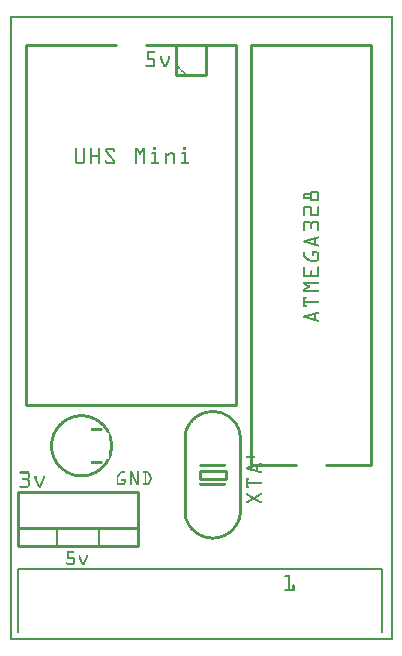
<source format=gto>
G04 MADE WITH FRITZING*
G04 WWW.FRITZING.ORG*
G04 DOUBLE SIDED*
G04 HOLES PLATED*
G04 CONTOUR ON CENTER OF CONTOUR VECTOR*
%ASAXBY*%
%FSLAX23Y23*%
%MOIN*%
%OFA0B0*%
%SFA1.0B1.0*%
%ADD10R,0.096457X0.038714X0.076772X0.019029*%
%ADD11C,0.009843*%
%ADD12C,0.010000*%
%ADD13C,0.005000*%
%ADD14C,0.008000*%
%ADD15R,0.001000X0.001000*%
%LNSILK1*%
G90*
G70*
G54D11*
X634Y566D02*
X721Y566D01*
X721Y538D01*
X634Y538D01*
X634Y566D01*
D02*
G54D12*
X1203Y586D02*
X1203Y1986D01*
D02*
X1203Y1986D02*
X803Y1986D01*
D02*
X803Y1986D02*
X803Y586D01*
D02*
X1203Y586D02*
X1053Y586D01*
D02*
X953Y586D02*
X803Y586D01*
D02*
X53Y1986D02*
X53Y786D01*
D02*
X53Y786D02*
X753Y786D01*
D02*
X753Y786D02*
X753Y1986D01*
D02*
X53Y1986D02*
X353Y1986D01*
D02*
X453Y1986D02*
X753Y1986D01*
D02*
X428Y316D02*
X28Y316D01*
D02*
X28Y316D02*
X28Y496D01*
D02*
X28Y496D02*
X428Y496D01*
D02*
X428Y496D02*
X428Y316D01*
D02*
X428Y316D02*
X28Y316D01*
D02*
X28Y316D02*
X28Y376D01*
D02*
X28Y376D02*
X428Y376D01*
D02*
X428Y376D02*
X428Y316D01*
G54D13*
D02*
X298Y316D02*
X298Y376D01*
D02*
X158Y316D02*
X158Y376D01*
G54D14*
D02*
X1241Y240D02*
X1241Y30D01*
D02*
X28Y240D02*
X28Y30D01*
D02*
X1241Y240D02*
X28Y240D01*
G54D12*
D02*
X553Y1886D02*
X653Y1886D01*
D02*
X653Y1886D02*
X653Y1986D01*
D02*
X653Y1986D02*
X553Y1986D01*
D02*
X553Y1986D02*
X553Y1886D01*
G54D15*
X0Y2082D02*
X1277Y2082D01*
X0Y2081D02*
X1277Y2081D01*
X0Y2080D02*
X1277Y2080D01*
X0Y2079D02*
X1277Y2079D01*
X0Y2078D02*
X1277Y2078D01*
X0Y2077D02*
X1277Y2077D01*
X0Y2076D02*
X1277Y2076D01*
X0Y2075D02*
X1277Y2075D01*
X0Y2074D02*
X7Y2074D01*
X1270Y2074D02*
X1277Y2074D01*
X0Y2073D02*
X7Y2073D01*
X1270Y2073D02*
X1277Y2073D01*
X0Y2072D02*
X7Y2072D01*
X1270Y2072D02*
X1277Y2072D01*
X0Y2071D02*
X7Y2071D01*
X1270Y2071D02*
X1277Y2071D01*
X0Y2070D02*
X7Y2070D01*
X1270Y2070D02*
X1277Y2070D01*
X0Y2069D02*
X7Y2069D01*
X1270Y2069D02*
X1277Y2069D01*
X0Y2068D02*
X7Y2068D01*
X1270Y2068D02*
X1277Y2068D01*
X0Y2067D02*
X7Y2067D01*
X1270Y2067D02*
X1277Y2067D01*
X0Y2066D02*
X7Y2066D01*
X1270Y2066D02*
X1277Y2066D01*
X0Y2065D02*
X7Y2065D01*
X1270Y2065D02*
X1277Y2065D01*
X0Y2064D02*
X7Y2064D01*
X1270Y2064D02*
X1277Y2064D01*
X0Y2063D02*
X7Y2063D01*
X1270Y2063D02*
X1277Y2063D01*
X0Y2062D02*
X7Y2062D01*
X1270Y2062D02*
X1277Y2062D01*
X0Y2061D02*
X7Y2061D01*
X1270Y2061D02*
X1277Y2061D01*
X0Y2060D02*
X7Y2060D01*
X1270Y2060D02*
X1277Y2060D01*
X0Y2059D02*
X7Y2059D01*
X1270Y2059D02*
X1277Y2059D01*
X0Y2058D02*
X7Y2058D01*
X1270Y2058D02*
X1277Y2058D01*
X0Y2057D02*
X7Y2057D01*
X1270Y2057D02*
X1277Y2057D01*
X0Y2056D02*
X7Y2056D01*
X1270Y2056D02*
X1277Y2056D01*
X0Y2055D02*
X7Y2055D01*
X1270Y2055D02*
X1277Y2055D01*
X0Y2054D02*
X7Y2054D01*
X1270Y2054D02*
X1277Y2054D01*
X0Y2053D02*
X7Y2053D01*
X1270Y2053D02*
X1277Y2053D01*
X0Y2052D02*
X7Y2052D01*
X1270Y2052D02*
X1277Y2052D01*
X0Y2051D02*
X7Y2051D01*
X1270Y2051D02*
X1277Y2051D01*
X0Y2050D02*
X7Y2050D01*
X1270Y2050D02*
X1277Y2050D01*
X0Y2049D02*
X7Y2049D01*
X1270Y2049D02*
X1277Y2049D01*
X0Y2048D02*
X7Y2048D01*
X1270Y2048D02*
X1277Y2048D01*
X0Y2047D02*
X7Y2047D01*
X1270Y2047D02*
X1277Y2047D01*
X0Y2046D02*
X7Y2046D01*
X1270Y2046D02*
X1277Y2046D01*
X0Y2045D02*
X7Y2045D01*
X1270Y2045D02*
X1277Y2045D01*
X0Y2044D02*
X7Y2044D01*
X1270Y2044D02*
X1277Y2044D01*
X0Y2043D02*
X7Y2043D01*
X1270Y2043D02*
X1277Y2043D01*
X0Y2042D02*
X7Y2042D01*
X1270Y2042D02*
X1277Y2042D01*
X0Y2041D02*
X7Y2041D01*
X1270Y2041D02*
X1277Y2041D01*
X0Y2040D02*
X7Y2040D01*
X1270Y2040D02*
X1277Y2040D01*
X0Y2039D02*
X7Y2039D01*
X1270Y2039D02*
X1277Y2039D01*
X0Y2038D02*
X7Y2038D01*
X1270Y2038D02*
X1277Y2038D01*
X0Y2037D02*
X7Y2037D01*
X1270Y2037D02*
X1277Y2037D01*
X0Y2036D02*
X7Y2036D01*
X1270Y2036D02*
X1277Y2036D01*
X0Y2035D02*
X7Y2035D01*
X1270Y2035D02*
X1277Y2035D01*
X0Y2034D02*
X7Y2034D01*
X1270Y2034D02*
X1277Y2034D01*
X0Y2033D02*
X7Y2033D01*
X1270Y2033D02*
X1277Y2033D01*
X0Y2032D02*
X7Y2032D01*
X1270Y2032D02*
X1277Y2032D01*
X0Y2031D02*
X7Y2031D01*
X1270Y2031D02*
X1277Y2031D01*
X0Y2030D02*
X7Y2030D01*
X1270Y2030D02*
X1277Y2030D01*
X0Y2029D02*
X7Y2029D01*
X1270Y2029D02*
X1277Y2029D01*
X0Y2028D02*
X7Y2028D01*
X1270Y2028D02*
X1277Y2028D01*
X0Y2027D02*
X7Y2027D01*
X1270Y2027D02*
X1277Y2027D01*
X0Y2026D02*
X7Y2026D01*
X1270Y2026D02*
X1277Y2026D01*
X0Y2025D02*
X7Y2025D01*
X1270Y2025D02*
X1277Y2025D01*
X0Y2024D02*
X7Y2024D01*
X1270Y2024D02*
X1277Y2024D01*
X0Y2023D02*
X7Y2023D01*
X1270Y2023D02*
X1277Y2023D01*
X0Y2022D02*
X7Y2022D01*
X1270Y2022D02*
X1277Y2022D01*
X0Y2021D02*
X7Y2021D01*
X1270Y2021D02*
X1277Y2021D01*
X0Y2020D02*
X7Y2020D01*
X1270Y2020D02*
X1277Y2020D01*
X0Y2019D02*
X7Y2019D01*
X1270Y2019D02*
X1277Y2019D01*
X0Y2018D02*
X7Y2018D01*
X1270Y2018D02*
X1277Y2018D01*
X0Y2017D02*
X7Y2017D01*
X1270Y2017D02*
X1277Y2017D01*
X0Y2016D02*
X7Y2016D01*
X1270Y2016D02*
X1277Y2016D01*
X0Y2015D02*
X7Y2015D01*
X1270Y2015D02*
X1277Y2015D01*
X0Y2014D02*
X7Y2014D01*
X1270Y2014D02*
X1277Y2014D01*
X0Y2013D02*
X7Y2013D01*
X1270Y2013D02*
X1277Y2013D01*
X0Y2012D02*
X7Y2012D01*
X1270Y2012D02*
X1277Y2012D01*
X0Y2011D02*
X7Y2011D01*
X1270Y2011D02*
X1277Y2011D01*
X0Y2010D02*
X7Y2010D01*
X1270Y2010D02*
X1277Y2010D01*
X0Y2009D02*
X7Y2009D01*
X1270Y2009D02*
X1277Y2009D01*
X0Y2008D02*
X7Y2008D01*
X1270Y2008D02*
X1277Y2008D01*
X0Y2007D02*
X7Y2007D01*
X1270Y2007D02*
X1277Y2007D01*
X0Y2006D02*
X7Y2006D01*
X1270Y2006D02*
X1277Y2006D01*
X0Y2005D02*
X7Y2005D01*
X1270Y2005D02*
X1277Y2005D01*
X0Y2004D02*
X7Y2004D01*
X1270Y2004D02*
X1277Y2004D01*
X0Y2003D02*
X7Y2003D01*
X1270Y2003D02*
X1277Y2003D01*
X0Y2002D02*
X7Y2002D01*
X1270Y2002D02*
X1277Y2002D01*
X0Y2001D02*
X7Y2001D01*
X1270Y2001D02*
X1277Y2001D01*
X0Y2000D02*
X7Y2000D01*
X1270Y2000D02*
X1277Y2000D01*
X0Y1999D02*
X7Y1999D01*
X1270Y1999D02*
X1277Y1999D01*
X0Y1998D02*
X7Y1998D01*
X1270Y1998D02*
X1277Y1998D01*
X0Y1997D02*
X7Y1997D01*
X1270Y1997D02*
X1277Y1997D01*
X0Y1996D02*
X7Y1996D01*
X1270Y1996D02*
X1277Y1996D01*
X0Y1995D02*
X7Y1995D01*
X1270Y1995D02*
X1277Y1995D01*
X0Y1994D02*
X7Y1994D01*
X1270Y1994D02*
X1277Y1994D01*
X0Y1993D02*
X7Y1993D01*
X1270Y1993D02*
X1277Y1993D01*
X0Y1992D02*
X7Y1992D01*
X1270Y1992D02*
X1277Y1992D01*
X0Y1991D02*
X7Y1991D01*
X1270Y1991D02*
X1277Y1991D01*
X0Y1990D02*
X7Y1990D01*
X1270Y1990D02*
X1277Y1990D01*
X0Y1989D02*
X7Y1989D01*
X1270Y1989D02*
X1277Y1989D01*
X0Y1988D02*
X7Y1988D01*
X1270Y1988D02*
X1277Y1988D01*
X0Y1987D02*
X7Y1987D01*
X1270Y1987D02*
X1277Y1987D01*
X0Y1986D02*
X7Y1986D01*
X1270Y1986D02*
X1277Y1986D01*
X0Y1985D02*
X7Y1985D01*
X1270Y1985D02*
X1277Y1985D01*
X0Y1984D02*
X7Y1984D01*
X1270Y1984D02*
X1277Y1984D01*
X0Y1983D02*
X7Y1983D01*
X1270Y1983D02*
X1277Y1983D01*
X0Y1982D02*
X7Y1982D01*
X1270Y1982D02*
X1277Y1982D01*
X0Y1981D02*
X7Y1981D01*
X1270Y1981D02*
X1277Y1981D01*
X0Y1980D02*
X7Y1980D01*
X1270Y1980D02*
X1277Y1980D01*
X0Y1979D02*
X7Y1979D01*
X1270Y1979D02*
X1277Y1979D01*
X0Y1978D02*
X7Y1978D01*
X1270Y1978D02*
X1277Y1978D01*
X0Y1977D02*
X7Y1977D01*
X1270Y1977D02*
X1277Y1977D01*
X0Y1976D02*
X7Y1976D01*
X1270Y1976D02*
X1277Y1976D01*
X0Y1975D02*
X7Y1975D01*
X1270Y1975D02*
X1277Y1975D01*
X0Y1974D02*
X7Y1974D01*
X1270Y1974D02*
X1277Y1974D01*
X0Y1973D02*
X7Y1973D01*
X1270Y1973D02*
X1277Y1973D01*
X0Y1972D02*
X7Y1972D01*
X1270Y1972D02*
X1277Y1972D01*
X0Y1971D02*
X7Y1971D01*
X1270Y1971D02*
X1277Y1971D01*
X0Y1970D02*
X7Y1970D01*
X1270Y1970D02*
X1277Y1970D01*
X0Y1969D02*
X7Y1969D01*
X1270Y1969D02*
X1277Y1969D01*
X0Y1968D02*
X7Y1968D01*
X1270Y1968D02*
X1277Y1968D01*
X0Y1967D02*
X7Y1967D01*
X1270Y1967D02*
X1277Y1967D01*
X0Y1966D02*
X7Y1966D01*
X1270Y1966D02*
X1277Y1966D01*
X0Y1965D02*
X7Y1965D01*
X1270Y1965D02*
X1277Y1965D01*
X0Y1964D02*
X7Y1964D01*
X458Y1964D02*
X482Y1964D01*
X1270Y1964D02*
X1277Y1964D01*
X0Y1963D02*
X7Y1963D01*
X458Y1963D02*
X484Y1963D01*
X1270Y1963D02*
X1277Y1963D01*
X0Y1962D02*
X7Y1962D01*
X458Y1962D02*
X484Y1962D01*
X1270Y1962D02*
X1277Y1962D01*
X0Y1961D02*
X7Y1961D01*
X458Y1961D02*
X484Y1961D01*
X1270Y1961D02*
X1277Y1961D01*
X0Y1960D02*
X7Y1960D01*
X458Y1960D02*
X484Y1960D01*
X1270Y1960D02*
X1277Y1960D01*
X0Y1959D02*
X7Y1959D01*
X458Y1959D02*
X484Y1959D01*
X1270Y1959D02*
X1277Y1959D01*
X0Y1958D02*
X7Y1958D01*
X458Y1958D02*
X483Y1958D01*
X1270Y1958D02*
X1277Y1958D01*
X0Y1957D02*
X7Y1957D01*
X458Y1957D02*
X464Y1957D01*
X1270Y1957D02*
X1277Y1957D01*
X0Y1956D02*
X7Y1956D01*
X458Y1956D02*
X464Y1956D01*
X1270Y1956D02*
X1277Y1956D01*
X0Y1955D02*
X7Y1955D01*
X458Y1955D02*
X464Y1955D01*
X1270Y1955D02*
X1277Y1955D01*
X0Y1954D02*
X7Y1954D01*
X458Y1954D02*
X464Y1954D01*
X1270Y1954D02*
X1277Y1954D01*
X0Y1953D02*
X7Y1953D01*
X458Y1953D02*
X464Y1953D01*
X1270Y1953D02*
X1277Y1953D01*
X0Y1952D02*
X7Y1952D01*
X458Y1952D02*
X464Y1952D01*
X1270Y1952D02*
X1277Y1952D01*
X0Y1951D02*
X7Y1951D01*
X458Y1951D02*
X464Y1951D01*
X1270Y1951D02*
X1277Y1951D01*
X0Y1950D02*
X7Y1950D01*
X458Y1950D02*
X464Y1950D01*
X1270Y1950D02*
X1277Y1950D01*
X0Y1949D02*
X7Y1949D01*
X458Y1949D02*
X464Y1949D01*
X503Y1949D02*
X505Y1949D01*
X530Y1949D02*
X533Y1949D01*
X1270Y1949D02*
X1277Y1949D01*
X0Y1948D02*
X7Y1948D01*
X458Y1948D02*
X464Y1948D01*
X502Y1948D02*
X506Y1948D01*
X529Y1948D02*
X534Y1948D01*
X1270Y1948D02*
X1277Y1948D01*
X0Y1947D02*
X7Y1947D01*
X458Y1947D02*
X464Y1947D01*
X501Y1947D02*
X507Y1947D01*
X529Y1947D02*
X534Y1947D01*
X1270Y1947D02*
X1277Y1947D01*
X0Y1946D02*
X7Y1946D01*
X458Y1946D02*
X464Y1946D01*
X501Y1946D02*
X507Y1946D01*
X529Y1946D02*
X535Y1946D01*
X1270Y1946D02*
X1277Y1946D01*
X0Y1945D02*
X7Y1945D01*
X458Y1945D02*
X464Y1945D01*
X501Y1945D02*
X507Y1945D01*
X529Y1945D02*
X535Y1945D01*
X1270Y1945D02*
X1277Y1945D01*
X0Y1944D02*
X7Y1944D01*
X458Y1944D02*
X464Y1944D01*
X501Y1944D02*
X507Y1944D01*
X529Y1944D02*
X535Y1944D01*
X1270Y1944D02*
X1277Y1944D01*
X0Y1943D02*
X7Y1943D01*
X458Y1943D02*
X464Y1943D01*
X501Y1943D02*
X507Y1943D01*
X529Y1943D02*
X535Y1943D01*
X1270Y1943D02*
X1277Y1943D01*
X0Y1942D02*
X7Y1942D01*
X458Y1942D02*
X464Y1942D01*
X501Y1942D02*
X507Y1942D01*
X529Y1942D02*
X535Y1942D01*
X1270Y1942D02*
X1277Y1942D01*
X0Y1941D02*
X7Y1941D01*
X458Y1941D02*
X464Y1941D01*
X501Y1941D02*
X507Y1941D01*
X529Y1941D02*
X535Y1941D01*
X1270Y1941D02*
X1277Y1941D01*
X0Y1940D02*
X7Y1940D01*
X458Y1940D02*
X480Y1940D01*
X501Y1940D02*
X507Y1940D01*
X528Y1940D02*
X535Y1940D01*
X1270Y1940D02*
X1277Y1940D01*
X0Y1939D02*
X7Y1939D01*
X458Y1939D02*
X482Y1939D01*
X501Y1939D02*
X508Y1939D01*
X528Y1939D02*
X534Y1939D01*
X1270Y1939D02*
X1277Y1939D01*
X0Y1938D02*
X7Y1938D01*
X458Y1938D02*
X483Y1938D01*
X502Y1938D02*
X508Y1938D01*
X527Y1938D02*
X534Y1938D01*
X1270Y1938D02*
X1277Y1938D01*
X0Y1937D02*
X7Y1937D01*
X458Y1937D02*
X484Y1937D01*
X502Y1937D02*
X509Y1937D01*
X527Y1937D02*
X534Y1937D01*
X1270Y1937D02*
X1277Y1937D01*
X0Y1936D02*
X7Y1936D01*
X458Y1936D02*
X484Y1936D01*
X503Y1936D02*
X509Y1936D01*
X526Y1936D02*
X533Y1936D01*
X1270Y1936D02*
X1277Y1936D01*
X0Y1935D02*
X7Y1935D01*
X458Y1935D02*
X484Y1935D01*
X503Y1935D02*
X510Y1935D01*
X526Y1935D02*
X533Y1935D01*
X1270Y1935D02*
X1277Y1935D01*
X0Y1934D02*
X7Y1934D01*
X458Y1934D02*
X484Y1934D01*
X503Y1934D02*
X510Y1934D01*
X526Y1934D02*
X532Y1934D01*
X1270Y1934D02*
X1277Y1934D01*
X0Y1933D02*
X7Y1933D01*
X478Y1933D02*
X484Y1933D01*
X504Y1933D02*
X511Y1933D01*
X525Y1933D02*
X532Y1933D01*
X1270Y1933D02*
X1277Y1933D01*
X0Y1932D02*
X7Y1932D01*
X478Y1932D02*
X484Y1932D01*
X504Y1932D02*
X511Y1932D01*
X525Y1932D02*
X531Y1932D01*
X1270Y1932D02*
X1277Y1932D01*
X0Y1931D02*
X7Y1931D01*
X478Y1931D02*
X484Y1931D01*
X505Y1931D02*
X511Y1931D01*
X524Y1931D02*
X531Y1931D01*
X1270Y1931D02*
X1277Y1931D01*
X0Y1930D02*
X7Y1930D01*
X478Y1930D02*
X484Y1930D01*
X505Y1930D02*
X512Y1930D01*
X524Y1930D02*
X530Y1930D01*
X1270Y1930D02*
X1277Y1930D01*
X0Y1929D02*
X7Y1929D01*
X478Y1929D02*
X484Y1929D01*
X506Y1929D02*
X512Y1929D01*
X523Y1929D02*
X530Y1929D01*
X1270Y1929D02*
X1277Y1929D01*
X0Y1928D02*
X7Y1928D01*
X478Y1928D02*
X484Y1928D01*
X506Y1928D02*
X513Y1928D01*
X523Y1928D02*
X530Y1928D01*
X1270Y1928D02*
X1277Y1928D01*
X0Y1927D02*
X7Y1927D01*
X478Y1927D02*
X484Y1927D01*
X506Y1927D02*
X513Y1927D01*
X523Y1927D02*
X529Y1927D01*
X1270Y1927D02*
X1277Y1927D01*
X0Y1926D02*
X7Y1926D01*
X478Y1926D02*
X484Y1926D01*
X507Y1926D02*
X514Y1926D01*
X522Y1926D02*
X529Y1926D01*
X1270Y1926D02*
X1277Y1926D01*
X0Y1925D02*
X7Y1925D01*
X478Y1925D02*
X484Y1925D01*
X507Y1925D02*
X514Y1925D01*
X522Y1925D02*
X528Y1925D01*
X1270Y1925D02*
X1277Y1925D01*
X0Y1924D02*
X7Y1924D01*
X478Y1924D02*
X484Y1924D01*
X508Y1924D02*
X514Y1924D01*
X521Y1924D02*
X528Y1924D01*
X1270Y1924D02*
X1277Y1924D01*
X0Y1923D02*
X7Y1923D01*
X478Y1923D02*
X484Y1923D01*
X508Y1923D02*
X515Y1923D01*
X521Y1923D02*
X527Y1923D01*
X1270Y1923D02*
X1277Y1923D01*
X0Y1922D02*
X7Y1922D01*
X478Y1922D02*
X484Y1922D01*
X509Y1922D02*
X515Y1922D01*
X520Y1922D02*
X527Y1922D01*
X553Y1922D02*
X554Y1922D01*
X1270Y1922D02*
X1277Y1922D01*
X0Y1921D02*
X7Y1921D01*
X478Y1921D02*
X484Y1921D01*
X509Y1921D02*
X516Y1921D01*
X520Y1921D02*
X527Y1921D01*
X552Y1921D02*
X555Y1921D01*
X1270Y1921D02*
X1277Y1921D01*
X0Y1920D02*
X7Y1920D01*
X454Y1920D02*
X454Y1920D01*
X478Y1920D02*
X484Y1920D01*
X510Y1920D02*
X516Y1920D01*
X519Y1920D02*
X526Y1920D01*
X551Y1920D02*
X556Y1920D01*
X1270Y1920D02*
X1277Y1920D01*
X0Y1919D02*
X7Y1919D01*
X452Y1919D02*
X457Y1919D01*
X478Y1919D02*
X484Y1919D01*
X510Y1919D02*
X517Y1919D01*
X519Y1919D02*
X526Y1919D01*
X551Y1919D02*
X557Y1919D01*
X1270Y1919D02*
X1277Y1919D01*
X0Y1918D02*
X7Y1918D01*
X451Y1918D02*
X459Y1918D01*
X478Y1918D02*
X484Y1918D01*
X510Y1918D02*
X517Y1918D01*
X519Y1918D02*
X525Y1918D01*
X552Y1918D02*
X558Y1918D01*
X1270Y1918D02*
X1277Y1918D01*
X0Y1917D02*
X7Y1917D01*
X451Y1917D02*
X484Y1917D01*
X511Y1917D02*
X525Y1917D01*
X553Y1917D02*
X559Y1917D01*
X1270Y1917D02*
X1277Y1917D01*
X0Y1916D02*
X7Y1916D01*
X451Y1916D02*
X484Y1916D01*
X511Y1916D02*
X524Y1916D01*
X554Y1916D02*
X560Y1916D01*
X1270Y1916D02*
X1277Y1916D01*
X0Y1915D02*
X7Y1915D01*
X451Y1915D02*
X484Y1915D01*
X512Y1915D02*
X524Y1915D01*
X555Y1915D02*
X561Y1915D01*
X1270Y1915D02*
X1277Y1915D01*
X0Y1914D02*
X7Y1914D01*
X452Y1914D02*
X484Y1914D01*
X512Y1914D02*
X523Y1914D01*
X556Y1914D02*
X562Y1914D01*
X1270Y1914D02*
X1277Y1914D01*
X0Y1913D02*
X7Y1913D01*
X454Y1913D02*
X483Y1913D01*
X513Y1913D02*
X523Y1913D01*
X557Y1913D02*
X563Y1913D01*
X1270Y1913D02*
X1277Y1913D01*
X0Y1912D02*
X7Y1912D01*
X456Y1912D02*
X482Y1912D01*
X513Y1912D02*
X523Y1912D01*
X558Y1912D02*
X564Y1912D01*
X1270Y1912D02*
X1277Y1912D01*
X0Y1911D02*
X7Y1911D01*
X458Y1911D02*
X481Y1911D01*
X514Y1911D02*
X522Y1911D01*
X559Y1911D02*
X565Y1911D01*
X1270Y1911D02*
X1277Y1911D01*
X0Y1910D02*
X7Y1910D01*
X560Y1910D02*
X566Y1910D01*
X1270Y1910D02*
X1277Y1910D01*
X0Y1909D02*
X7Y1909D01*
X561Y1909D02*
X567Y1909D01*
X1270Y1909D02*
X1277Y1909D01*
X0Y1908D02*
X7Y1908D01*
X562Y1908D02*
X567Y1908D01*
X1270Y1908D02*
X1277Y1908D01*
X0Y1907D02*
X7Y1907D01*
X563Y1907D02*
X568Y1907D01*
X1270Y1907D02*
X1277Y1907D01*
X0Y1906D02*
X7Y1906D01*
X564Y1906D02*
X569Y1906D01*
X1270Y1906D02*
X1277Y1906D01*
X0Y1905D02*
X7Y1905D01*
X565Y1905D02*
X570Y1905D01*
X1270Y1905D02*
X1277Y1905D01*
X0Y1904D02*
X7Y1904D01*
X566Y1904D02*
X571Y1904D01*
X1270Y1904D02*
X1277Y1904D01*
X0Y1903D02*
X7Y1903D01*
X567Y1903D02*
X572Y1903D01*
X1270Y1903D02*
X1277Y1903D01*
X0Y1902D02*
X7Y1902D01*
X568Y1902D02*
X574Y1902D01*
X1270Y1902D02*
X1277Y1902D01*
X0Y1901D02*
X7Y1901D01*
X569Y1901D02*
X575Y1901D01*
X1270Y1901D02*
X1277Y1901D01*
X0Y1900D02*
X7Y1900D01*
X570Y1900D02*
X576Y1900D01*
X1270Y1900D02*
X1277Y1900D01*
X0Y1899D02*
X7Y1899D01*
X571Y1899D02*
X577Y1899D01*
X1270Y1899D02*
X1277Y1899D01*
X0Y1898D02*
X7Y1898D01*
X572Y1898D02*
X578Y1898D01*
X1270Y1898D02*
X1277Y1898D01*
X0Y1897D02*
X7Y1897D01*
X573Y1897D02*
X579Y1897D01*
X1270Y1897D02*
X1277Y1897D01*
X0Y1896D02*
X7Y1896D01*
X574Y1896D02*
X580Y1896D01*
X1270Y1896D02*
X1277Y1896D01*
X0Y1895D02*
X7Y1895D01*
X575Y1895D02*
X581Y1895D01*
X1270Y1895D02*
X1277Y1895D01*
X0Y1894D02*
X7Y1894D01*
X576Y1894D02*
X582Y1894D01*
X1270Y1894D02*
X1277Y1894D01*
X0Y1893D02*
X7Y1893D01*
X577Y1893D02*
X583Y1893D01*
X1270Y1893D02*
X1277Y1893D01*
X0Y1892D02*
X7Y1892D01*
X578Y1892D02*
X584Y1892D01*
X1270Y1892D02*
X1277Y1892D01*
X0Y1891D02*
X7Y1891D01*
X579Y1891D02*
X585Y1891D01*
X1270Y1891D02*
X1277Y1891D01*
X0Y1890D02*
X7Y1890D01*
X580Y1890D02*
X586Y1890D01*
X1270Y1890D02*
X1277Y1890D01*
X0Y1889D02*
X7Y1889D01*
X581Y1889D02*
X587Y1889D01*
X1270Y1889D02*
X1277Y1889D01*
X0Y1888D02*
X7Y1888D01*
X582Y1888D02*
X588Y1888D01*
X1270Y1888D02*
X1277Y1888D01*
X0Y1887D02*
X7Y1887D01*
X583Y1887D02*
X587Y1887D01*
X1270Y1887D02*
X1277Y1887D01*
X0Y1886D02*
X7Y1886D01*
X584Y1886D02*
X586Y1886D01*
X1270Y1886D02*
X1277Y1886D01*
X0Y1885D02*
X7Y1885D01*
X585Y1885D02*
X585Y1885D01*
X1270Y1885D02*
X1277Y1885D01*
X0Y1884D02*
X7Y1884D01*
X1270Y1884D02*
X1277Y1884D01*
X0Y1883D02*
X7Y1883D01*
X1270Y1883D02*
X1277Y1883D01*
X0Y1882D02*
X7Y1882D01*
X1270Y1882D02*
X1277Y1882D01*
X0Y1881D02*
X7Y1881D01*
X1270Y1881D02*
X1277Y1881D01*
X0Y1880D02*
X7Y1880D01*
X1270Y1880D02*
X1277Y1880D01*
X0Y1879D02*
X7Y1879D01*
X1270Y1879D02*
X1277Y1879D01*
X0Y1878D02*
X7Y1878D01*
X1270Y1878D02*
X1277Y1878D01*
X0Y1877D02*
X7Y1877D01*
X1270Y1877D02*
X1277Y1877D01*
X0Y1876D02*
X7Y1876D01*
X1270Y1876D02*
X1277Y1876D01*
X0Y1875D02*
X7Y1875D01*
X1270Y1875D02*
X1277Y1875D01*
X0Y1874D02*
X7Y1874D01*
X1270Y1874D02*
X1277Y1874D01*
X0Y1873D02*
X7Y1873D01*
X1270Y1873D02*
X1277Y1873D01*
X0Y1872D02*
X7Y1872D01*
X1270Y1872D02*
X1277Y1872D01*
X0Y1871D02*
X7Y1871D01*
X1270Y1871D02*
X1277Y1871D01*
X0Y1870D02*
X7Y1870D01*
X1270Y1870D02*
X1277Y1870D01*
X0Y1869D02*
X7Y1869D01*
X1270Y1869D02*
X1277Y1869D01*
X0Y1868D02*
X7Y1868D01*
X1270Y1868D02*
X1277Y1868D01*
X0Y1867D02*
X7Y1867D01*
X1270Y1867D02*
X1277Y1867D01*
X0Y1866D02*
X7Y1866D01*
X1270Y1866D02*
X1277Y1866D01*
X0Y1865D02*
X7Y1865D01*
X1270Y1865D02*
X1277Y1865D01*
X0Y1864D02*
X7Y1864D01*
X1270Y1864D02*
X1277Y1864D01*
X0Y1863D02*
X7Y1863D01*
X1270Y1863D02*
X1277Y1863D01*
X0Y1862D02*
X7Y1862D01*
X1270Y1862D02*
X1277Y1862D01*
X0Y1861D02*
X7Y1861D01*
X1270Y1861D02*
X1277Y1861D01*
X0Y1860D02*
X7Y1860D01*
X1270Y1860D02*
X1277Y1860D01*
X0Y1859D02*
X7Y1859D01*
X1270Y1859D02*
X1277Y1859D01*
X0Y1858D02*
X7Y1858D01*
X1270Y1858D02*
X1277Y1858D01*
X0Y1857D02*
X7Y1857D01*
X1270Y1857D02*
X1277Y1857D01*
X0Y1856D02*
X7Y1856D01*
X1270Y1856D02*
X1277Y1856D01*
X0Y1855D02*
X7Y1855D01*
X1270Y1855D02*
X1277Y1855D01*
X0Y1854D02*
X7Y1854D01*
X1270Y1854D02*
X1277Y1854D01*
X0Y1853D02*
X7Y1853D01*
X1270Y1853D02*
X1277Y1853D01*
X0Y1852D02*
X7Y1852D01*
X1270Y1852D02*
X1277Y1852D01*
X0Y1851D02*
X7Y1851D01*
X1270Y1851D02*
X1277Y1851D01*
X0Y1850D02*
X7Y1850D01*
X1270Y1850D02*
X1277Y1850D01*
X0Y1849D02*
X7Y1849D01*
X1270Y1849D02*
X1277Y1849D01*
X0Y1848D02*
X7Y1848D01*
X1270Y1848D02*
X1277Y1848D01*
X0Y1847D02*
X7Y1847D01*
X1270Y1847D02*
X1277Y1847D01*
X0Y1846D02*
X7Y1846D01*
X1270Y1846D02*
X1277Y1846D01*
X0Y1845D02*
X7Y1845D01*
X1270Y1845D02*
X1277Y1845D01*
X0Y1844D02*
X7Y1844D01*
X1270Y1844D02*
X1277Y1844D01*
X0Y1843D02*
X7Y1843D01*
X1270Y1843D02*
X1277Y1843D01*
X0Y1842D02*
X7Y1842D01*
X1270Y1842D02*
X1277Y1842D01*
X0Y1841D02*
X7Y1841D01*
X1270Y1841D02*
X1277Y1841D01*
X0Y1840D02*
X7Y1840D01*
X1270Y1840D02*
X1277Y1840D01*
X0Y1839D02*
X7Y1839D01*
X1270Y1839D02*
X1277Y1839D01*
X0Y1838D02*
X7Y1838D01*
X1270Y1838D02*
X1277Y1838D01*
X0Y1837D02*
X7Y1837D01*
X1270Y1837D02*
X1277Y1837D01*
X0Y1836D02*
X7Y1836D01*
X1270Y1836D02*
X1277Y1836D01*
X0Y1835D02*
X7Y1835D01*
X1270Y1835D02*
X1277Y1835D01*
X0Y1834D02*
X7Y1834D01*
X1270Y1834D02*
X1277Y1834D01*
X0Y1833D02*
X7Y1833D01*
X1270Y1833D02*
X1277Y1833D01*
X0Y1832D02*
X7Y1832D01*
X1270Y1832D02*
X1277Y1832D01*
X0Y1831D02*
X7Y1831D01*
X1270Y1831D02*
X1277Y1831D01*
X0Y1830D02*
X7Y1830D01*
X1270Y1830D02*
X1277Y1830D01*
X0Y1829D02*
X7Y1829D01*
X1270Y1829D02*
X1277Y1829D01*
X0Y1828D02*
X7Y1828D01*
X1270Y1828D02*
X1277Y1828D01*
X0Y1827D02*
X7Y1827D01*
X1270Y1827D02*
X1277Y1827D01*
X0Y1826D02*
X7Y1826D01*
X1270Y1826D02*
X1277Y1826D01*
X0Y1825D02*
X7Y1825D01*
X1270Y1825D02*
X1277Y1825D01*
X0Y1824D02*
X7Y1824D01*
X1270Y1824D02*
X1277Y1824D01*
X0Y1823D02*
X7Y1823D01*
X1270Y1823D02*
X1277Y1823D01*
X0Y1822D02*
X7Y1822D01*
X1270Y1822D02*
X1277Y1822D01*
X0Y1821D02*
X7Y1821D01*
X1270Y1821D02*
X1277Y1821D01*
X0Y1820D02*
X7Y1820D01*
X1270Y1820D02*
X1277Y1820D01*
X0Y1819D02*
X7Y1819D01*
X1270Y1819D02*
X1277Y1819D01*
X0Y1818D02*
X7Y1818D01*
X1270Y1818D02*
X1277Y1818D01*
X0Y1817D02*
X7Y1817D01*
X1270Y1817D02*
X1277Y1817D01*
X0Y1816D02*
X7Y1816D01*
X1270Y1816D02*
X1277Y1816D01*
X0Y1815D02*
X7Y1815D01*
X1270Y1815D02*
X1277Y1815D01*
X0Y1814D02*
X7Y1814D01*
X1270Y1814D02*
X1277Y1814D01*
X0Y1813D02*
X7Y1813D01*
X1270Y1813D02*
X1277Y1813D01*
X0Y1812D02*
X7Y1812D01*
X1270Y1812D02*
X1277Y1812D01*
X0Y1811D02*
X7Y1811D01*
X1270Y1811D02*
X1277Y1811D01*
X0Y1810D02*
X7Y1810D01*
X1270Y1810D02*
X1277Y1810D01*
X0Y1809D02*
X7Y1809D01*
X1270Y1809D02*
X1277Y1809D01*
X0Y1808D02*
X7Y1808D01*
X1270Y1808D02*
X1277Y1808D01*
X0Y1807D02*
X7Y1807D01*
X1270Y1807D02*
X1277Y1807D01*
X0Y1806D02*
X7Y1806D01*
X1270Y1806D02*
X1277Y1806D01*
X0Y1805D02*
X7Y1805D01*
X1270Y1805D02*
X1277Y1805D01*
X0Y1804D02*
X7Y1804D01*
X1270Y1804D02*
X1277Y1804D01*
X0Y1803D02*
X7Y1803D01*
X1270Y1803D02*
X1277Y1803D01*
X0Y1802D02*
X7Y1802D01*
X1270Y1802D02*
X1277Y1802D01*
X0Y1801D02*
X7Y1801D01*
X1270Y1801D02*
X1277Y1801D01*
X0Y1800D02*
X7Y1800D01*
X1270Y1800D02*
X1277Y1800D01*
X0Y1799D02*
X7Y1799D01*
X1270Y1799D02*
X1277Y1799D01*
X0Y1798D02*
X7Y1798D01*
X1270Y1798D02*
X1277Y1798D01*
X0Y1797D02*
X7Y1797D01*
X1270Y1797D02*
X1277Y1797D01*
X0Y1796D02*
X7Y1796D01*
X1270Y1796D02*
X1277Y1796D01*
X0Y1795D02*
X7Y1795D01*
X1270Y1795D02*
X1277Y1795D01*
X0Y1794D02*
X7Y1794D01*
X1270Y1794D02*
X1277Y1794D01*
X0Y1793D02*
X7Y1793D01*
X1270Y1793D02*
X1277Y1793D01*
X0Y1792D02*
X7Y1792D01*
X1270Y1792D02*
X1277Y1792D01*
X0Y1791D02*
X7Y1791D01*
X1270Y1791D02*
X1277Y1791D01*
X0Y1790D02*
X7Y1790D01*
X1270Y1790D02*
X1277Y1790D01*
X0Y1789D02*
X7Y1789D01*
X1270Y1789D02*
X1277Y1789D01*
X0Y1788D02*
X7Y1788D01*
X1270Y1788D02*
X1277Y1788D01*
X0Y1787D02*
X7Y1787D01*
X1270Y1787D02*
X1277Y1787D01*
X0Y1786D02*
X7Y1786D01*
X1270Y1786D02*
X1277Y1786D01*
X0Y1785D02*
X7Y1785D01*
X1270Y1785D02*
X1277Y1785D01*
X0Y1784D02*
X7Y1784D01*
X1270Y1784D02*
X1277Y1784D01*
X0Y1783D02*
X7Y1783D01*
X1270Y1783D02*
X1277Y1783D01*
X0Y1782D02*
X7Y1782D01*
X1270Y1782D02*
X1277Y1782D01*
X0Y1781D02*
X7Y1781D01*
X1270Y1781D02*
X1277Y1781D01*
X0Y1780D02*
X7Y1780D01*
X1270Y1780D02*
X1277Y1780D01*
X0Y1779D02*
X7Y1779D01*
X1270Y1779D02*
X1277Y1779D01*
X0Y1778D02*
X7Y1778D01*
X1270Y1778D02*
X1277Y1778D01*
X0Y1777D02*
X7Y1777D01*
X1270Y1777D02*
X1277Y1777D01*
X0Y1776D02*
X7Y1776D01*
X1270Y1776D02*
X1277Y1776D01*
X0Y1775D02*
X7Y1775D01*
X1270Y1775D02*
X1277Y1775D01*
X0Y1774D02*
X7Y1774D01*
X1270Y1774D02*
X1277Y1774D01*
X0Y1773D02*
X7Y1773D01*
X1270Y1773D02*
X1277Y1773D01*
X0Y1772D02*
X7Y1772D01*
X1270Y1772D02*
X1277Y1772D01*
X0Y1771D02*
X7Y1771D01*
X1270Y1771D02*
X1277Y1771D01*
X0Y1770D02*
X7Y1770D01*
X1270Y1770D02*
X1277Y1770D01*
X0Y1769D02*
X7Y1769D01*
X1270Y1769D02*
X1277Y1769D01*
X0Y1768D02*
X7Y1768D01*
X1270Y1768D02*
X1277Y1768D01*
X0Y1767D02*
X7Y1767D01*
X1270Y1767D02*
X1277Y1767D01*
X0Y1766D02*
X7Y1766D01*
X1270Y1766D02*
X1277Y1766D01*
X0Y1765D02*
X7Y1765D01*
X1270Y1765D02*
X1277Y1765D01*
X0Y1764D02*
X7Y1764D01*
X1270Y1764D02*
X1277Y1764D01*
X0Y1763D02*
X7Y1763D01*
X1270Y1763D02*
X1277Y1763D01*
X0Y1762D02*
X7Y1762D01*
X1270Y1762D02*
X1277Y1762D01*
X0Y1761D02*
X7Y1761D01*
X1270Y1761D02*
X1277Y1761D01*
X0Y1760D02*
X7Y1760D01*
X1270Y1760D02*
X1277Y1760D01*
X0Y1759D02*
X7Y1759D01*
X1270Y1759D02*
X1277Y1759D01*
X0Y1758D02*
X7Y1758D01*
X1270Y1758D02*
X1277Y1758D01*
X0Y1757D02*
X7Y1757D01*
X1270Y1757D02*
X1277Y1757D01*
X0Y1756D02*
X7Y1756D01*
X1270Y1756D02*
X1277Y1756D01*
X0Y1755D02*
X7Y1755D01*
X1270Y1755D02*
X1277Y1755D01*
X0Y1754D02*
X7Y1754D01*
X1270Y1754D02*
X1277Y1754D01*
X0Y1753D02*
X7Y1753D01*
X1270Y1753D02*
X1277Y1753D01*
X0Y1752D02*
X7Y1752D01*
X1270Y1752D02*
X1277Y1752D01*
X0Y1751D02*
X7Y1751D01*
X1270Y1751D02*
X1277Y1751D01*
X0Y1750D02*
X7Y1750D01*
X1270Y1750D02*
X1277Y1750D01*
X0Y1749D02*
X7Y1749D01*
X1270Y1749D02*
X1277Y1749D01*
X0Y1748D02*
X7Y1748D01*
X1270Y1748D02*
X1277Y1748D01*
X0Y1747D02*
X7Y1747D01*
X1270Y1747D02*
X1277Y1747D01*
X0Y1746D02*
X7Y1746D01*
X1270Y1746D02*
X1277Y1746D01*
X0Y1745D02*
X7Y1745D01*
X1270Y1745D02*
X1277Y1745D01*
X0Y1744D02*
X7Y1744D01*
X1270Y1744D02*
X1277Y1744D01*
X0Y1743D02*
X7Y1743D01*
X1270Y1743D02*
X1277Y1743D01*
X0Y1742D02*
X7Y1742D01*
X1270Y1742D02*
X1277Y1742D01*
X0Y1741D02*
X7Y1741D01*
X1270Y1741D02*
X1277Y1741D01*
X0Y1740D02*
X7Y1740D01*
X1270Y1740D02*
X1277Y1740D01*
X0Y1739D02*
X7Y1739D01*
X1270Y1739D02*
X1277Y1739D01*
X0Y1738D02*
X7Y1738D01*
X1270Y1738D02*
X1277Y1738D01*
X0Y1737D02*
X7Y1737D01*
X1270Y1737D02*
X1277Y1737D01*
X0Y1736D02*
X7Y1736D01*
X1270Y1736D02*
X1277Y1736D01*
X0Y1735D02*
X7Y1735D01*
X1270Y1735D02*
X1277Y1735D01*
X0Y1734D02*
X7Y1734D01*
X1270Y1734D02*
X1277Y1734D01*
X0Y1733D02*
X7Y1733D01*
X1270Y1733D02*
X1277Y1733D01*
X0Y1732D02*
X7Y1732D01*
X1270Y1732D02*
X1277Y1732D01*
X0Y1731D02*
X7Y1731D01*
X1270Y1731D02*
X1277Y1731D01*
X0Y1730D02*
X7Y1730D01*
X1270Y1730D02*
X1277Y1730D01*
X0Y1729D02*
X7Y1729D01*
X1270Y1729D02*
X1277Y1729D01*
X0Y1728D02*
X7Y1728D01*
X1270Y1728D02*
X1277Y1728D01*
X0Y1727D02*
X7Y1727D01*
X1270Y1727D02*
X1277Y1727D01*
X0Y1726D02*
X7Y1726D01*
X1270Y1726D02*
X1277Y1726D01*
X0Y1725D02*
X7Y1725D01*
X1270Y1725D02*
X1277Y1725D01*
X0Y1724D02*
X7Y1724D01*
X1270Y1724D02*
X1277Y1724D01*
X0Y1723D02*
X7Y1723D01*
X1270Y1723D02*
X1277Y1723D01*
X0Y1722D02*
X7Y1722D01*
X1270Y1722D02*
X1277Y1722D01*
X0Y1721D02*
X7Y1721D01*
X1270Y1721D02*
X1277Y1721D01*
X0Y1720D02*
X7Y1720D01*
X1270Y1720D02*
X1277Y1720D01*
X0Y1719D02*
X7Y1719D01*
X1270Y1719D02*
X1277Y1719D01*
X0Y1718D02*
X7Y1718D01*
X1270Y1718D02*
X1277Y1718D01*
X0Y1717D02*
X7Y1717D01*
X1270Y1717D02*
X1277Y1717D01*
X0Y1716D02*
X7Y1716D01*
X1270Y1716D02*
X1277Y1716D01*
X0Y1715D02*
X7Y1715D01*
X1270Y1715D02*
X1277Y1715D01*
X0Y1714D02*
X7Y1714D01*
X1270Y1714D02*
X1277Y1714D01*
X0Y1713D02*
X7Y1713D01*
X1270Y1713D02*
X1277Y1713D01*
X0Y1712D02*
X7Y1712D01*
X1270Y1712D02*
X1277Y1712D01*
X0Y1711D02*
X7Y1711D01*
X1270Y1711D02*
X1277Y1711D01*
X0Y1710D02*
X7Y1710D01*
X1270Y1710D02*
X1277Y1710D01*
X0Y1709D02*
X7Y1709D01*
X1270Y1709D02*
X1277Y1709D01*
X0Y1708D02*
X7Y1708D01*
X1270Y1708D02*
X1277Y1708D01*
X0Y1707D02*
X7Y1707D01*
X1270Y1707D02*
X1277Y1707D01*
X0Y1706D02*
X7Y1706D01*
X1270Y1706D02*
X1277Y1706D01*
X0Y1705D02*
X7Y1705D01*
X1270Y1705D02*
X1277Y1705D01*
X0Y1704D02*
X7Y1704D01*
X1270Y1704D02*
X1277Y1704D01*
X0Y1703D02*
X7Y1703D01*
X1270Y1703D02*
X1277Y1703D01*
X0Y1702D02*
X7Y1702D01*
X1270Y1702D02*
X1277Y1702D01*
X0Y1701D02*
X7Y1701D01*
X1270Y1701D02*
X1277Y1701D01*
X0Y1700D02*
X7Y1700D01*
X1270Y1700D02*
X1277Y1700D01*
X0Y1699D02*
X7Y1699D01*
X1270Y1699D02*
X1277Y1699D01*
X0Y1698D02*
X7Y1698D01*
X1270Y1698D02*
X1277Y1698D01*
X0Y1697D02*
X7Y1697D01*
X1270Y1697D02*
X1277Y1697D01*
X0Y1696D02*
X7Y1696D01*
X1270Y1696D02*
X1277Y1696D01*
X0Y1695D02*
X7Y1695D01*
X1270Y1695D02*
X1277Y1695D01*
X0Y1694D02*
X7Y1694D01*
X1270Y1694D02*
X1277Y1694D01*
X0Y1693D02*
X7Y1693D01*
X1270Y1693D02*
X1277Y1693D01*
X0Y1692D02*
X7Y1692D01*
X1270Y1692D02*
X1277Y1692D01*
X0Y1691D02*
X7Y1691D01*
X1270Y1691D02*
X1277Y1691D01*
X0Y1690D02*
X7Y1690D01*
X1270Y1690D02*
X1277Y1690D01*
X0Y1689D02*
X7Y1689D01*
X1270Y1689D02*
X1277Y1689D01*
X0Y1688D02*
X7Y1688D01*
X1270Y1688D02*
X1277Y1688D01*
X0Y1687D02*
X7Y1687D01*
X1270Y1687D02*
X1277Y1687D01*
X0Y1686D02*
X7Y1686D01*
X1270Y1686D02*
X1277Y1686D01*
X0Y1685D02*
X7Y1685D01*
X1270Y1685D02*
X1277Y1685D01*
X0Y1684D02*
X7Y1684D01*
X1270Y1684D02*
X1277Y1684D01*
X0Y1683D02*
X7Y1683D01*
X1270Y1683D02*
X1277Y1683D01*
X0Y1682D02*
X7Y1682D01*
X1270Y1682D02*
X1277Y1682D01*
X0Y1681D02*
X7Y1681D01*
X1270Y1681D02*
X1277Y1681D01*
X0Y1680D02*
X7Y1680D01*
X1270Y1680D02*
X1277Y1680D01*
X0Y1679D02*
X7Y1679D01*
X1270Y1679D02*
X1277Y1679D01*
X0Y1678D02*
X7Y1678D01*
X1270Y1678D02*
X1277Y1678D01*
X0Y1677D02*
X7Y1677D01*
X1270Y1677D02*
X1277Y1677D01*
X0Y1676D02*
X7Y1676D01*
X1270Y1676D02*
X1277Y1676D01*
X0Y1675D02*
X7Y1675D01*
X1270Y1675D02*
X1277Y1675D01*
X0Y1674D02*
X7Y1674D01*
X1270Y1674D02*
X1277Y1674D01*
X0Y1673D02*
X7Y1673D01*
X1270Y1673D02*
X1277Y1673D01*
X0Y1672D02*
X7Y1672D01*
X1270Y1672D02*
X1277Y1672D01*
X0Y1671D02*
X7Y1671D01*
X1270Y1671D02*
X1277Y1671D01*
X0Y1670D02*
X7Y1670D01*
X1270Y1670D02*
X1277Y1670D01*
X0Y1669D02*
X7Y1669D01*
X1270Y1669D02*
X1277Y1669D01*
X0Y1668D02*
X7Y1668D01*
X1270Y1668D02*
X1277Y1668D01*
X0Y1667D02*
X7Y1667D01*
X1270Y1667D02*
X1277Y1667D01*
X0Y1666D02*
X7Y1666D01*
X1270Y1666D02*
X1277Y1666D01*
X0Y1665D02*
X7Y1665D01*
X1270Y1665D02*
X1277Y1665D01*
X0Y1664D02*
X7Y1664D01*
X1270Y1664D02*
X1277Y1664D01*
X0Y1663D02*
X7Y1663D01*
X1270Y1663D02*
X1277Y1663D01*
X0Y1662D02*
X7Y1662D01*
X1270Y1662D02*
X1277Y1662D01*
X0Y1661D02*
X7Y1661D01*
X1270Y1661D02*
X1277Y1661D01*
X0Y1660D02*
X7Y1660D01*
X1270Y1660D02*
X1277Y1660D01*
X0Y1659D02*
X7Y1659D01*
X1270Y1659D02*
X1277Y1659D01*
X0Y1658D02*
X7Y1658D01*
X1270Y1658D02*
X1277Y1658D01*
X0Y1657D02*
X7Y1657D01*
X1270Y1657D02*
X1277Y1657D01*
X0Y1656D02*
X7Y1656D01*
X1270Y1656D02*
X1277Y1656D01*
X0Y1655D02*
X7Y1655D01*
X1270Y1655D02*
X1277Y1655D01*
X0Y1654D02*
X7Y1654D01*
X1270Y1654D02*
X1277Y1654D01*
X0Y1653D02*
X7Y1653D01*
X1270Y1653D02*
X1277Y1653D01*
X0Y1652D02*
X7Y1652D01*
X1270Y1652D02*
X1277Y1652D01*
X0Y1651D02*
X7Y1651D01*
X1270Y1651D02*
X1277Y1651D01*
X0Y1650D02*
X7Y1650D01*
X1270Y1650D02*
X1277Y1650D01*
X0Y1649D02*
X7Y1649D01*
X1270Y1649D02*
X1277Y1649D01*
X0Y1648D02*
X7Y1648D01*
X1270Y1648D02*
X1277Y1648D01*
X0Y1647D02*
X7Y1647D01*
X1270Y1647D02*
X1277Y1647D01*
X0Y1646D02*
X7Y1646D01*
X1270Y1646D02*
X1277Y1646D01*
X0Y1645D02*
X7Y1645D01*
X1270Y1645D02*
X1277Y1645D01*
X0Y1644D02*
X7Y1644D01*
X480Y1644D02*
X487Y1644D01*
X580Y1644D02*
X587Y1644D01*
X1270Y1644D02*
X1277Y1644D01*
X0Y1643D02*
X7Y1643D01*
X479Y1643D02*
X488Y1643D01*
X579Y1643D02*
X588Y1643D01*
X1270Y1643D02*
X1277Y1643D01*
X0Y1642D02*
X7Y1642D01*
X325Y1642D02*
X342Y1642D01*
X418Y1642D02*
X425Y1642D01*
X444Y1642D02*
X451Y1642D01*
X479Y1642D02*
X488Y1642D01*
X579Y1642D02*
X588Y1642D01*
X1270Y1642D02*
X1277Y1642D01*
X0Y1641D02*
X7Y1641D01*
X218Y1641D02*
X222Y1641D01*
X246Y1641D02*
X250Y1641D01*
X269Y1641D02*
X272Y1641D01*
X296Y1641D02*
X300Y1641D01*
X322Y1641D02*
X346Y1641D01*
X418Y1641D02*
X426Y1641D01*
X443Y1641D02*
X452Y1641D01*
X478Y1641D02*
X488Y1641D01*
X579Y1641D02*
X588Y1641D01*
X1270Y1641D02*
X1277Y1641D01*
X0Y1640D02*
X7Y1640D01*
X218Y1640D02*
X223Y1640D01*
X245Y1640D02*
X251Y1640D01*
X268Y1640D02*
X273Y1640D01*
X295Y1640D02*
X301Y1640D01*
X320Y1640D02*
X348Y1640D01*
X418Y1640D02*
X427Y1640D01*
X442Y1640D02*
X452Y1640D01*
X478Y1640D02*
X488Y1640D01*
X579Y1640D02*
X588Y1640D01*
X1270Y1640D02*
X1277Y1640D01*
X0Y1639D02*
X7Y1639D01*
X217Y1639D02*
X223Y1639D01*
X245Y1639D02*
X251Y1639D01*
X268Y1639D02*
X273Y1639D01*
X295Y1639D02*
X301Y1639D01*
X319Y1639D02*
X349Y1639D01*
X418Y1639D02*
X428Y1639D01*
X442Y1639D02*
X452Y1639D01*
X478Y1639D02*
X488Y1639D01*
X579Y1639D02*
X588Y1639D01*
X1270Y1639D02*
X1277Y1639D01*
X0Y1638D02*
X7Y1638D01*
X217Y1638D02*
X223Y1638D01*
X245Y1638D02*
X251Y1638D01*
X267Y1638D02*
X274Y1638D01*
X295Y1638D02*
X301Y1638D01*
X319Y1638D02*
X349Y1638D01*
X418Y1638D02*
X429Y1638D01*
X441Y1638D02*
X452Y1638D01*
X479Y1638D02*
X488Y1638D01*
X579Y1638D02*
X588Y1638D01*
X1270Y1638D02*
X1277Y1638D01*
X0Y1637D02*
X7Y1637D01*
X217Y1637D02*
X223Y1637D01*
X245Y1637D02*
X251Y1637D01*
X267Y1637D02*
X274Y1637D01*
X295Y1637D02*
X301Y1637D01*
X318Y1637D02*
X350Y1637D01*
X418Y1637D02*
X429Y1637D01*
X440Y1637D02*
X452Y1637D01*
X479Y1637D02*
X488Y1637D01*
X579Y1637D02*
X588Y1637D01*
X1270Y1637D02*
X1277Y1637D01*
X0Y1636D02*
X7Y1636D01*
X217Y1636D02*
X223Y1636D01*
X245Y1636D02*
X251Y1636D01*
X267Y1636D02*
X274Y1636D01*
X295Y1636D02*
X301Y1636D01*
X318Y1636D02*
X351Y1636D01*
X418Y1636D02*
X430Y1636D01*
X440Y1636D02*
X452Y1636D01*
X480Y1636D02*
X487Y1636D01*
X580Y1636D02*
X587Y1636D01*
X1270Y1636D02*
X1277Y1636D01*
X0Y1635D02*
X7Y1635D01*
X217Y1635D02*
X223Y1635D01*
X245Y1635D02*
X251Y1635D01*
X267Y1635D02*
X274Y1635D01*
X295Y1635D02*
X301Y1635D01*
X318Y1635D02*
X325Y1635D01*
X343Y1635D02*
X351Y1635D01*
X418Y1635D02*
X431Y1635D01*
X439Y1635D02*
X452Y1635D01*
X1270Y1635D02*
X1277Y1635D01*
X0Y1634D02*
X7Y1634D01*
X217Y1634D02*
X223Y1634D01*
X245Y1634D02*
X251Y1634D01*
X267Y1634D02*
X274Y1634D01*
X295Y1634D02*
X301Y1634D01*
X318Y1634D02*
X324Y1634D01*
X345Y1634D02*
X351Y1634D01*
X418Y1634D02*
X431Y1634D01*
X438Y1634D02*
X452Y1634D01*
X1270Y1634D02*
X1277Y1634D01*
X0Y1633D02*
X7Y1633D01*
X217Y1633D02*
X223Y1633D01*
X245Y1633D02*
X251Y1633D01*
X267Y1633D02*
X274Y1633D01*
X295Y1633D02*
X301Y1633D01*
X318Y1633D02*
X324Y1633D01*
X345Y1633D02*
X351Y1633D01*
X418Y1633D02*
X432Y1633D01*
X437Y1633D02*
X452Y1633D01*
X1270Y1633D02*
X1277Y1633D01*
X0Y1632D02*
X7Y1632D01*
X217Y1632D02*
X223Y1632D01*
X245Y1632D02*
X251Y1632D01*
X267Y1632D02*
X274Y1632D01*
X295Y1632D02*
X301Y1632D01*
X318Y1632D02*
X325Y1632D01*
X345Y1632D02*
X351Y1632D01*
X418Y1632D02*
X433Y1632D01*
X437Y1632D02*
X452Y1632D01*
X1270Y1632D02*
X1277Y1632D01*
X0Y1631D02*
X7Y1631D01*
X217Y1631D02*
X223Y1631D01*
X245Y1631D02*
X251Y1631D01*
X267Y1631D02*
X274Y1631D01*
X295Y1631D02*
X301Y1631D01*
X318Y1631D02*
X326Y1631D01*
X346Y1631D02*
X351Y1631D01*
X418Y1631D02*
X424Y1631D01*
X426Y1631D02*
X434Y1631D01*
X436Y1631D02*
X444Y1631D01*
X446Y1631D02*
X452Y1631D01*
X1270Y1631D02*
X1277Y1631D01*
X0Y1630D02*
X7Y1630D01*
X217Y1630D02*
X223Y1630D01*
X245Y1630D02*
X251Y1630D01*
X267Y1630D02*
X274Y1630D01*
X295Y1630D02*
X301Y1630D01*
X319Y1630D02*
X327Y1630D01*
X346Y1630D02*
X350Y1630D01*
X418Y1630D02*
X424Y1630D01*
X427Y1630D02*
X443Y1630D01*
X446Y1630D02*
X452Y1630D01*
X1270Y1630D02*
X1277Y1630D01*
X0Y1629D02*
X7Y1629D01*
X217Y1629D02*
X223Y1629D01*
X245Y1629D02*
X251Y1629D01*
X267Y1629D02*
X274Y1629D01*
X295Y1629D02*
X301Y1629D01*
X319Y1629D02*
X327Y1629D01*
X418Y1629D02*
X424Y1629D01*
X427Y1629D02*
X442Y1629D01*
X446Y1629D02*
X452Y1629D01*
X1270Y1629D02*
X1277Y1629D01*
X0Y1628D02*
X7Y1628D01*
X217Y1628D02*
X223Y1628D01*
X245Y1628D02*
X251Y1628D01*
X267Y1628D02*
X274Y1628D01*
X295Y1628D02*
X301Y1628D01*
X320Y1628D02*
X328Y1628D01*
X418Y1628D02*
X424Y1628D01*
X428Y1628D02*
X442Y1628D01*
X446Y1628D02*
X452Y1628D01*
X1270Y1628D02*
X1277Y1628D01*
X0Y1627D02*
X7Y1627D01*
X217Y1627D02*
X223Y1627D01*
X245Y1627D02*
X251Y1627D01*
X267Y1627D02*
X274Y1627D01*
X295Y1627D02*
X301Y1627D01*
X321Y1627D02*
X329Y1627D01*
X418Y1627D02*
X424Y1627D01*
X429Y1627D02*
X441Y1627D01*
X446Y1627D02*
X452Y1627D01*
X474Y1627D02*
X486Y1627D01*
X520Y1627D02*
X522Y1627D01*
X535Y1627D02*
X543Y1627D01*
X574Y1627D02*
X586Y1627D01*
X1270Y1627D02*
X1277Y1627D01*
X0Y1626D02*
X7Y1626D01*
X217Y1626D02*
X223Y1626D01*
X245Y1626D02*
X251Y1626D01*
X267Y1626D02*
X274Y1626D01*
X295Y1626D02*
X301Y1626D01*
X322Y1626D02*
X330Y1626D01*
X418Y1626D02*
X424Y1626D01*
X429Y1626D02*
X440Y1626D01*
X446Y1626D02*
X452Y1626D01*
X472Y1626D02*
X487Y1626D01*
X519Y1626D02*
X524Y1626D01*
X533Y1626D02*
X546Y1626D01*
X573Y1626D02*
X587Y1626D01*
X1270Y1626D02*
X1277Y1626D01*
X0Y1625D02*
X7Y1625D01*
X217Y1625D02*
X223Y1625D01*
X245Y1625D02*
X251Y1625D01*
X267Y1625D02*
X274Y1625D01*
X295Y1625D02*
X301Y1625D01*
X323Y1625D02*
X331Y1625D01*
X418Y1625D02*
X424Y1625D01*
X430Y1625D02*
X439Y1625D01*
X446Y1625D02*
X452Y1625D01*
X472Y1625D02*
X488Y1625D01*
X519Y1625D02*
X524Y1625D01*
X531Y1625D02*
X547Y1625D01*
X572Y1625D02*
X588Y1625D01*
X1270Y1625D02*
X1277Y1625D01*
X0Y1624D02*
X7Y1624D01*
X217Y1624D02*
X223Y1624D01*
X245Y1624D02*
X251Y1624D01*
X267Y1624D02*
X274Y1624D01*
X295Y1624D02*
X301Y1624D01*
X323Y1624D02*
X331Y1624D01*
X418Y1624D02*
X424Y1624D01*
X431Y1624D02*
X439Y1624D01*
X446Y1624D02*
X452Y1624D01*
X472Y1624D02*
X488Y1624D01*
X518Y1624D02*
X524Y1624D01*
X529Y1624D02*
X548Y1624D01*
X572Y1624D02*
X588Y1624D01*
X1270Y1624D02*
X1277Y1624D01*
X0Y1623D02*
X7Y1623D01*
X217Y1623D02*
X223Y1623D01*
X245Y1623D02*
X251Y1623D01*
X267Y1623D02*
X274Y1623D01*
X295Y1623D02*
X301Y1623D01*
X324Y1623D02*
X332Y1623D01*
X418Y1623D02*
X424Y1623D01*
X432Y1623D02*
X438Y1623D01*
X446Y1623D02*
X452Y1623D01*
X472Y1623D02*
X488Y1623D01*
X518Y1623D02*
X524Y1623D01*
X528Y1623D02*
X549Y1623D01*
X572Y1623D02*
X588Y1623D01*
X1270Y1623D02*
X1277Y1623D01*
X0Y1622D02*
X7Y1622D01*
X217Y1622D02*
X223Y1622D01*
X245Y1622D02*
X251Y1622D01*
X267Y1622D02*
X274Y1622D01*
X295Y1622D02*
X301Y1622D01*
X325Y1622D02*
X333Y1622D01*
X418Y1622D02*
X424Y1622D01*
X432Y1622D02*
X438Y1622D01*
X446Y1622D02*
X452Y1622D01*
X472Y1622D02*
X488Y1622D01*
X518Y1622D02*
X524Y1622D01*
X526Y1622D02*
X550Y1622D01*
X573Y1622D02*
X588Y1622D01*
X1270Y1622D02*
X1277Y1622D01*
X0Y1621D02*
X7Y1621D01*
X217Y1621D02*
X223Y1621D01*
X245Y1621D02*
X251Y1621D01*
X267Y1621D02*
X274Y1621D01*
X295Y1621D02*
X301Y1621D01*
X326Y1621D02*
X334Y1621D01*
X418Y1621D02*
X424Y1621D01*
X432Y1621D02*
X438Y1621D01*
X446Y1621D02*
X452Y1621D01*
X473Y1621D02*
X488Y1621D01*
X518Y1621D02*
X550Y1621D01*
X573Y1621D02*
X588Y1621D01*
X1270Y1621D02*
X1277Y1621D01*
X0Y1620D02*
X7Y1620D01*
X217Y1620D02*
X223Y1620D01*
X245Y1620D02*
X251Y1620D01*
X267Y1620D02*
X274Y1620D01*
X295Y1620D02*
X301Y1620D01*
X326Y1620D02*
X334Y1620D01*
X418Y1620D02*
X424Y1620D01*
X432Y1620D02*
X438Y1620D01*
X446Y1620D02*
X452Y1620D01*
X482Y1620D02*
X488Y1620D01*
X518Y1620D02*
X535Y1620D01*
X543Y1620D02*
X551Y1620D01*
X582Y1620D02*
X588Y1620D01*
X1270Y1620D02*
X1277Y1620D01*
X0Y1619D02*
X7Y1619D01*
X217Y1619D02*
X223Y1619D01*
X245Y1619D02*
X251Y1619D01*
X267Y1619D02*
X274Y1619D01*
X295Y1619D02*
X301Y1619D01*
X327Y1619D02*
X335Y1619D01*
X418Y1619D02*
X424Y1619D01*
X432Y1619D02*
X437Y1619D01*
X446Y1619D02*
X452Y1619D01*
X482Y1619D02*
X488Y1619D01*
X518Y1619D02*
X534Y1619D01*
X544Y1619D02*
X551Y1619D01*
X582Y1619D02*
X588Y1619D01*
X1270Y1619D02*
X1277Y1619D01*
X0Y1618D02*
X7Y1618D01*
X217Y1618D02*
X223Y1618D01*
X245Y1618D02*
X251Y1618D01*
X267Y1618D02*
X301Y1618D01*
X328Y1618D02*
X336Y1618D01*
X418Y1618D02*
X424Y1618D01*
X433Y1618D02*
X436Y1618D01*
X446Y1618D02*
X452Y1618D01*
X482Y1618D02*
X488Y1618D01*
X518Y1618D02*
X532Y1618D01*
X545Y1618D02*
X551Y1618D01*
X582Y1618D02*
X588Y1618D01*
X1270Y1618D02*
X1277Y1618D01*
X0Y1617D02*
X7Y1617D01*
X217Y1617D02*
X223Y1617D01*
X245Y1617D02*
X251Y1617D01*
X267Y1617D02*
X301Y1617D01*
X329Y1617D02*
X337Y1617D01*
X418Y1617D02*
X424Y1617D01*
X446Y1617D02*
X452Y1617D01*
X482Y1617D02*
X488Y1617D01*
X518Y1617D02*
X531Y1617D01*
X545Y1617D02*
X551Y1617D01*
X582Y1617D02*
X588Y1617D01*
X1270Y1617D02*
X1277Y1617D01*
X0Y1616D02*
X7Y1616D01*
X217Y1616D02*
X223Y1616D01*
X245Y1616D02*
X251Y1616D01*
X267Y1616D02*
X301Y1616D01*
X330Y1616D02*
X338Y1616D01*
X418Y1616D02*
X424Y1616D01*
X446Y1616D02*
X452Y1616D01*
X482Y1616D02*
X488Y1616D01*
X518Y1616D02*
X529Y1616D01*
X545Y1616D02*
X551Y1616D01*
X582Y1616D02*
X588Y1616D01*
X1270Y1616D02*
X1277Y1616D01*
X0Y1615D02*
X7Y1615D01*
X217Y1615D02*
X223Y1615D01*
X245Y1615D02*
X251Y1615D01*
X267Y1615D02*
X301Y1615D01*
X330Y1615D02*
X338Y1615D01*
X418Y1615D02*
X424Y1615D01*
X446Y1615D02*
X452Y1615D01*
X482Y1615D02*
X488Y1615D01*
X518Y1615D02*
X527Y1615D01*
X545Y1615D02*
X551Y1615D01*
X582Y1615D02*
X588Y1615D01*
X1270Y1615D02*
X1277Y1615D01*
X0Y1614D02*
X7Y1614D01*
X217Y1614D02*
X223Y1614D01*
X245Y1614D02*
X251Y1614D01*
X267Y1614D02*
X301Y1614D01*
X331Y1614D02*
X339Y1614D01*
X418Y1614D02*
X424Y1614D01*
X446Y1614D02*
X452Y1614D01*
X482Y1614D02*
X488Y1614D01*
X518Y1614D02*
X526Y1614D01*
X545Y1614D02*
X551Y1614D01*
X582Y1614D02*
X588Y1614D01*
X1270Y1614D02*
X1277Y1614D01*
X0Y1613D02*
X7Y1613D01*
X217Y1613D02*
X223Y1613D01*
X245Y1613D02*
X251Y1613D01*
X267Y1613D02*
X301Y1613D01*
X332Y1613D02*
X340Y1613D01*
X418Y1613D02*
X424Y1613D01*
X446Y1613D02*
X452Y1613D01*
X482Y1613D02*
X488Y1613D01*
X518Y1613D02*
X525Y1613D01*
X545Y1613D02*
X551Y1613D01*
X582Y1613D02*
X588Y1613D01*
X1270Y1613D02*
X1277Y1613D01*
X0Y1612D02*
X7Y1612D01*
X217Y1612D02*
X223Y1612D01*
X245Y1612D02*
X251Y1612D01*
X267Y1612D02*
X301Y1612D01*
X333Y1612D02*
X341Y1612D01*
X418Y1612D02*
X424Y1612D01*
X446Y1612D02*
X452Y1612D01*
X482Y1612D02*
X488Y1612D01*
X518Y1612D02*
X524Y1612D01*
X545Y1612D02*
X551Y1612D01*
X582Y1612D02*
X588Y1612D01*
X1270Y1612D02*
X1277Y1612D01*
X0Y1611D02*
X7Y1611D01*
X217Y1611D02*
X223Y1611D01*
X245Y1611D02*
X251Y1611D01*
X267Y1611D02*
X274Y1611D01*
X295Y1611D02*
X301Y1611D01*
X333Y1611D02*
X341Y1611D01*
X418Y1611D02*
X424Y1611D01*
X446Y1611D02*
X452Y1611D01*
X482Y1611D02*
X488Y1611D01*
X518Y1611D02*
X524Y1611D01*
X545Y1611D02*
X551Y1611D01*
X582Y1611D02*
X588Y1611D01*
X1270Y1611D02*
X1277Y1611D01*
X0Y1610D02*
X7Y1610D01*
X217Y1610D02*
X223Y1610D01*
X245Y1610D02*
X251Y1610D01*
X267Y1610D02*
X274Y1610D01*
X295Y1610D02*
X301Y1610D01*
X334Y1610D02*
X342Y1610D01*
X418Y1610D02*
X424Y1610D01*
X446Y1610D02*
X452Y1610D01*
X482Y1610D02*
X488Y1610D01*
X518Y1610D02*
X524Y1610D01*
X545Y1610D02*
X551Y1610D01*
X582Y1610D02*
X588Y1610D01*
X1270Y1610D02*
X1277Y1610D01*
X0Y1609D02*
X7Y1609D01*
X217Y1609D02*
X223Y1609D01*
X245Y1609D02*
X251Y1609D01*
X267Y1609D02*
X274Y1609D01*
X295Y1609D02*
X301Y1609D01*
X335Y1609D02*
X343Y1609D01*
X418Y1609D02*
X424Y1609D01*
X446Y1609D02*
X452Y1609D01*
X482Y1609D02*
X488Y1609D01*
X518Y1609D02*
X524Y1609D01*
X545Y1609D02*
X551Y1609D01*
X582Y1609D02*
X588Y1609D01*
X1270Y1609D02*
X1277Y1609D01*
X0Y1608D02*
X7Y1608D01*
X217Y1608D02*
X223Y1608D01*
X245Y1608D02*
X251Y1608D01*
X267Y1608D02*
X274Y1608D01*
X295Y1608D02*
X301Y1608D01*
X336Y1608D02*
X344Y1608D01*
X418Y1608D02*
X424Y1608D01*
X446Y1608D02*
X452Y1608D01*
X482Y1608D02*
X488Y1608D01*
X518Y1608D02*
X524Y1608D01*
X545Y1608D02*
X551Y1608D01*
X582Y1608D02*
X588Y1608D01*
X1270Y1608D02*
X1277Y1608D01*
X0Y1607D02*
X7Y1607D01*
X217Y1607D02*
X223Y1607D01*
X245Y1607D02*
X251Y1607D01*
X267Y1607D02*
X274Y1607D01*
X295Y1607D02*
X301Y1607D01*
X337Y1607D02*
X345Y1607D01*
X418Y1607D02*
X424Y1607D01*
X446Y1607D02*
X452Y1607D01*
X482Y1607D02*
X488Y1607D01*
X518Y1607D02*
X524Y1607D01*
X545Y1607D02*
X551Y1607D01*
X582Y1607D02*
X588Y1607D01*
X1270Y1607D02*
X1277Y1607D01*
X0Y1606D02*
X7Y1606D01*
X217Y1606D02*
X223Y1606D01*
X245Y1606D02*
X251Y1606D01*
X267Y1606D02*
X274Y1606D01*
X295Y1606D02*
X301Y1606D01*
X337Y1606D02*
X345Y1606D01*
X418Y1606D02*
X424Y1606D01*
X446Y1606D02*
X452Y1606D01*
X482Y1606D02*
X488Y1606D01*
X518Y1606D02*
X524Y1606D01*
X545Y1606D02*
X551Y1606D01*
X582Y1606D02*
X588Y1606D01*
X1270Y1606D02*
X1277Y1606D01*
X0Y1605D02*
X7Y1605D01*
X217Y1605D02*
X223Y1605D01*
X245Y1605D02*
X251Y1605D01*
X267Y1605D02*
X274Y1605D01*
X295Y1605D02*
X301Y1605D01*
X338Y1605D02*
X346Y1605D01*
X418Y1605D02*
X424Y1605D01*
X446Y1605D02*
X452Y1605D01*
X482Y1605D02*
X488Y1605D01*
X518Y1605D02*
X524Y1605D01*
X545Y1605D02*
X551Y1605D01*
X582Y1605D02*
X588Y1605D01*
X1270Y1605D02*
X1277Y1605D01*
X0Y1604D02*
X7Y1604D01*
X217Y1604D02*
X223Y1604D01*
X245Y1604D02*
X251Y1604D01*
X267Y1604D02*
X274Y1604D01*
X295Y1604D02*
X301Y1604D01*
X339Y1604D02*
X347Y1604D01*
X418Y1604D02*
X424Y1604D01*
X446Y1604D02*
X452Y1604D01*
X482Y1604D02*
X488Y1604D01*
X518Y1604D02*
X524Y1604D01*
X545Y1604D02*
X551Y1604D01*
X582Y1604D02*
X588Y1604D01*
X1270Y1604D02*
X1277Y1604D01*
X0Y1603D02*
X7Y1603D01*
X217Y1603D02*
X223Y1603D01*
X245Y1603D02*
X251Y1603D01*
X267Y1603D02*
X274Y1603D01*
X295Y1603D02*
X301Y1603D01*
X340Y1603D02*
X348Y1603D01*
X418Y1603D02*
X424Y1603D01*
X446Y1603D02*
X452Y1603D01*
X482Y1603D02*
X488Y1603D01*
X518Y1603D02*
X524Y1603D01*
X546Y1603D02*
X551Y1603D01*
X582Y1603D02*
X588Y1603D01*
X1270Y1603D02*
X1277Y1603D01*
X0Y1602D02*
X7Y1602D01*
X217Y1602D02*
X223Y1602D01*
X245Y1602D02*
X251Y1602D01*
X267Y1602D02*
X274Y1602D01*
X295Y1602D02*
X301Y1602D01*
X340Y1602D02*
X348Y1602D01*
X418Y1602D02*
X424Y1602D01*
X446Y1602D02*
X452Y1602D01*
X482Y1602D02*
X488Y1602D01*
X518Y1602D02*
X524Y1602D01*
X546Y1602D02*
X552Y1602D01*
X582Y1602D02*
X588Y1602D01*
X1270Y1602D02*
X1277Y1602D01*
X0Y1601D02*
X7Y1601D01*
X217Y1601D02*
X223Y1601D01*
X245Y1601D02*
X251Y1601D01*
X267Y1601D02*
X274Y1601D01*
X295Y1601D02*
X301Y1601D01*
X341Y1601D02*
X349Y1601D01*
X418Y1601D02*
X424Y1601D01*
X446Y1601D02*
X452Y1601D01*
X482Y1601D02*
X488Y1601D01*
X518Y1601D02*
X524Y1601D01*
X546Y1601D02*
X552Y1601D01*
X582Y1601D02*
X588Y1601D01*
X1270Y1601D02*
X1277Y1601D01*
X0Y1600D02*
X7Y1600D01*
X217Y1600D02*
X223Y1600D01*
X245Y1600D02*
X251Y1600D01*
X267Y1600D02*
X274Y1600D01*
X295Y1600D02*
X301Y1600D01*
X319Y1600D02*
X322Y1600D01*
X342Y1600D02*
X350Y1600D01*
X418Y1600D02*
X424Y1600D01*
X446Y1600D02*
X452Y1600D01*
X482Y1600D02*
X488Y1600D01*
X518Y1600D02*
X524Y1600D01*
X546Y1600D02*
X552Y1600D01*
X582Y1600D02*
X588Y1600D01*
X1270Y1600D02*
X1277Y1600D01*
X0Y1599D02*
X7Y1599D01*
X217Y1599D02*
X223Y1599D01*
X245Y1599D02*
X251Y1599D01*
X267Y1599D02*
X274Y1599D01*
X295Y1599D02*
X301Y1599D01*
X318Y1599D02*
X323Y1599D01*
X343Y1599D02*
X350Y1599D01*
X418Y1599D02*
X424Y1599D01*
X446Y1599D02*
X452Y1599D01*
X482Y1599D02*
X488Y1599D01*
X518Y1599D02*
X524Y1599D01*
X546Y1599D02*
X552Y1599D01*
X582Y1599D02*
X588Y1599D01*
X1270Y1599D02*
X1277Y1599D01*
X0Y1598D02*
X7Y1598D01*
X217Y1598D02*
X223Y1598D01*
X245Y1598D02*
X251Y1598D01*
X267Y1598D02*
X274Y1598D01*
X295Y1598D02*
X301Y1598D01*
X318Y1598D02*
X324Y1598D01*
X344Y1598D02*
X351Y1598D01*
X418Y1598D02*
X424Y1598D01*
X446Y1598D02*
X452Y1598D01*
X482Y1598D02*
X488Y1598D01*
X518Y1598D02*
X524Y1598D01*
X546Y1598D02*
X552Y1598D01*
X582Y1598D02*
X588Y1598D01*
X1270Y1598D02*
X1277Y1598D01*
X0Y1597D02*
X7Y1597D01*
X217Y1597D02*
X224Y1597D01*
X245Y1597D02*
X251Y1597D01*
X267Y1597D02*
X274Y1597D01*
X295Y1597D02*
X301Y1597D01*
X318Y1597D02*
X324Y1597D01*
X344Y1597D02*
X351Y1597D01*
X418Y1597D02*
X424Y1597D01*
X446Y1597D02*
X452Y1597D01*
X482Y1597D02*
X488Y1597D01*
X518Y1597D02*
X524Y1597D01*
X546Y1597D02*
X552Y1597D01*
X582Y1597D02*
X588Y1597D01*
X1270Y1597D02*
X1277Y1597D01*
X0Y1596D02*
X7Y1596D01*
X218Y1596D02*
X224Y1596D01*
X244Y1596D02*
X251Y1596D01*
X267Y1596D02*
X274Y1596D01*
X295Y1596D02*
X301Y1596D01*
X318Y1596D02*
X324Y1596D01*
X345Y1596D02*
X351Y1596D01*
X418Y1596D02*
X424Y1596D01*
X446Y1596D02*
X452Y1596D01*
X482Y1596D02*
X488Y1596D01*
X518Y1596D02*
X524Y1596D01*
X546Y1596D02*
X552Y1596D01*
X582Y1596D02*
X588Y1596D01*
X1270Y1596D02*
X1277Y1596D01*
X0Y1595D02*
X7Y1595D01*
X218Y1595D02*
X226Y1595D01*
X242Y1595D02*
X250Y1595D01*
X267Y1595D02*
X274Y1595D01*
X295Y1595D02*
X301Y1595D01*
X318Y1595D02*
X326Y1595D01*
X345Y1595D02*
X351Y1595D01*
X418Y1595D02*
X424Y1595D01*
X446Y1595D02*
X452Y1595D01*
X482Y1595D02*
X488Y1595D01*
X518Y1595D02*
X524Y1595D01*
X546Y1595D02*
X552Y1595D01*
X582Y1595D02*
X589Y1595D01*
X1270Y1595D02*
X1277Y1595D01*
X0Y1594D02*
X7Y1594D01*
X218Y1594D02*
X250Y1594D01*
X267Y1594D02*
X274Y1594D01*
X295Y1594D02*
X301Y1594D01*
X318Y1594D02*
X351Y1594D01*
X418Y1594D02*
X424Y1594D01*
X446Y1594D02*
X452Y1594D01*
X473Y1594D02*
X497Y1594D01*
X518Y1594D02*
X524Y1594D01*
X546Y1594D02*
X552Y1594D01*
X573Y1594D02*
X597Y1594D01*
X1270Y1594D02*
X1277Y1594D01*
X0Y1593D02*
X7Y1593D01*
X219Y1593D02*
X249Y1593D01*
X267Y1593D02*
X274Y1593D01*
X295Y1593D02*
X301Y1593D01*
X319Y1593D02*
X351Y1593D01*
X418Y1593D02*
X424Y1593D01*
X446Y1593D02*
X452Y1593D01*
X472Y1593D02*
X498Y1593D01*
X518Y1593D02*
X524Y1593D01*
X546Y1593D02*
X552Y1593D01*
X572Y1593D02*
X598Y1593D01*
X1270Y1593D02*
X1277Y1593D01*
X0Y1592D02*
X7Y1592D01*
X220Y1592D02*
X249Y1592D01*
X267Y1592D02*
X274Y1592D01*
X295Y1592D02*
X301Y1592D01*
X319Y1592D02*
X350Y1592D01*
X418Y1592D02*
X424Y1592D01*
X446Y1592D02*
X452Y1592D01*
X472Y1592D02*
X498Y1592D01*
X518Y1592D02*
X524Y1592D01*
X546Y1592D02*
X552Y1592D01*
X572Y1592D02*
X599Y1592D01*
X1270Y1592D02*
X1277Y1592D01*
X0Y1591D02*
X7Y1591D01*
X220Y1591D02*
X248Y1591D01*
X268Y1591D02*
X273Y1591D01*
X295Y1591D02*
X301Y1591D01*
X320Y1591D02*
X349Y1591D01*
X418Y1591D02*
X424Y1591D01*
X446Y1591D02*
X452Y1591D01*
X472Y1591D02*
X498Y1591D01*
X518Y1591D02*
X524Y1591D01*
X546Y1591D02*
X552Y1591D01*
X572Y1591D02*
X599Y1591D01*
X1270Y1591D02*
X1277Y1591D01*
X0Y1590D02*
X7Y1590D01*
X222Y1590D02*
X247Y1590D01*
X268Y1590D02*
X273Y1590D01*
X295Y1590D02*
X301Y1590D01*
X321Y1590D02*
X349Y1590D01*
X418Y1590D02*
X424Y1590D01*
X446Y1590D02*
X451Y1590D01*
X472Y1590D02*
X498Y1590D01*
X519Y1590D02*
X524Y1590D01*
X546Y1590D02*
X552Y1590D01*
X572Y1590D02*
X598Y1590D01*
X1270Y1590D02*
X1277Y1590D01*
X0Y1589D02*
X7Y1589D01*
X223Y1589D02*
X245Y1589D01*
X269Y1589D02*
X272Y1589D01*
X296Y1589D02*
X300Y1589D01*
X323Y1589D02*
X347Y1589D01*
X419Y1589D02*
X423Y1589D01*
X447Y1589D02*
X451Y1589D01*
X473Y1589D02*
X497Y1589D01*
X519Y1589D02*
X523Y1589D01*
X547Y1589D02*
X551Y1589D01*
X573Y1589D02*
X598Y1589D01*
X1270Y1589D02*
X1277Y1589D01*
X0Y1588D02*
X7Y1588D01*
X227Y1588D02*
X242Y1588D01*
X270Y1588D02*
X271Y1588D01*
X298Y1588D02*
X298Y1588D01*
X326Y1588D02*
X345Y1588D01*
X421Y1588D02*
X421Y1588D01*
X448Y1588D02*
X449Y1588D01*
X475Y1588D02*
X495Y1588D01*
X521Y1588D02*
X521Y1588D01*
X549Y1588D02*
X549Y1588D01*
X575Y1588D02*
X596Y1588D01*
X1270Y1588D02*
X1277Y1588D01*
X0Y1587D02*
X7Y1587D01*
X1270Y1587D02*
X1277Y1587D01*
X0Y1586D02*
X7Y1586D01*
X1270Y1586D02*
X1277Y1586D01*
X0Y1585D02*
X7Y1585D01*
X1270Y1585D02*
X1277Y1585D01*
X0Y1584D02*
X7Y1584D01*
X1270Y1584D02*
X1277Y1584D01*
X0Y1583D02*
X7Y1583D01*
X1270Y1583D02*
X1277Y1583D01*
X0Y1582D02*
X7Y1582D01*
X1270Y1582D02*
X1277Y1582D01*
X0Y1581D02*
X7Y1581D01*
X1270Y1581D02*
X1277Y1581D01*
X0Y1580D02*
X7Y1580D01*
X1270Y1580D02*
X1277Y1580D01*
X0Y1579D02*
X7Y1579D01*
X1270Y1579D02*
X1277Y1579D01*
X0Y1578D02*
X7Y1578D01*
X1270Y1578D02*
X1277Y1578D01*
X0Y1577D02*
X7Y1577D01*
X1270Y1577D02*
X1277Y1577D01*
X0Y1576D02*
X7Y1576D01*
X1270Y1576D02*
X1277Y1576D01*
X0Y1575D02*
X7Y1575D01*
X1270Y1575D02*
X1277Y1575D01*
X0Y1574D02*
X7Y1574D01*
X1270Y1574D02*
X1277Y1574D01*
X0Y1573D02*
X7Y1573D01*
X1270Y1573D02*
X1277Y1573D01*
X0Y1572D02*
X7Y1572D01*
X1270Y1572D02*
X1277Y1572D01*
X0Y1571D02*
X7Y1571D01*
X1270Y1571D02*
X1277Y1571D01*
X0Y1570D02*
X7Y1570D01*
X1270Y1570D02*
X1277Y1570D01*
X0Y1569D02*
X7Y1569D01*
X1270Y1569D02*
X1277Y1569D01*
X0Y1568D02*
X7Y1568D01*
X1270Y1568D02*
X1277Y1568D01*
X0Y1567D02*
X7Y1567D01*
X1270Y1567D02*
X1277Y1567D01*
X0Y1566D02*
X7Y1566D01*
X1270Y1566D02*
X1277Y1566D01*
X0Y1565D02*
X7Y1565D01*
X1270Y1565D02*
X1277Y1565D01*
X0Y1564D02*
X7Y1564D01*
X1270Y1564D02*
X1277Y1564D01*
X0Y1563D02*
X7Y1563D01*
X1270Y1563D02*
X1277Y1563D01*
X0Y1562D02*
X7Y1562D01*
X1270Y1562D02*
X1277Y1562D01*
X0Y1561D02*
X7Y1561D01*
X1270Y1561D02*
X1277Y1561D01*
X0Y1560D02*
X7Y1560D01*
X1270Y1560D02*
X1277Y1560D01*
X0Y1559D02*
X7Y1559D01*
X1270Y1559D02*
X1277Y1559D01*
X0Y1558D02*
X7Y1558D01*
X1270Y1558D02*
X1277Y1558D01*
X0Y1557D02*
X7Y1557D01*
X1270Y1557D02*
X1277Y1557D01*
X0Y1556D02*
X7Y1556D01*
X1270Y1556D02*
X1277Y1556D01*
X0Y1555D02*
X7Y1555D01*
X1270Y1555D02*
X1277Y1555D01*
X0Y1554D02*
X7Y1554D01*
X1270Y1554D02*
X1277Y1554D01*
X0Y1553D02*
X7Y1553D01*
X1270Y1553D02*
X1277Y1553D01*
X0Y1552D02*
X7Y1552D01*
X1270Y1552D02*
X1277Y1552D01*
X0Y1551D02*
X7Y1551D01*
X1270Y1551D02*
X1277Y1551D01*
X0Y1550D02*
X7Y1550D01*
X1270Y1550D02*
X1277Y1550D01*
X0Y1549D02*
X7Y1549D01*
X1270Y1549D02*
X1277Y1549D01*
X0Y1548D02*
X7Y1548D01*
X1270Y1548D02*
X1277Y1548D01*
X0Y1547D02*
X7Y1547D01*
X1270Y1547D02*
X1277Y1547D01*
X0Y1546D02*
X7Y1546D01*
X1270Y1546D02*
X1277Y1546D01*
X0Y1545D02*
X7Y1545D01*
X1270Y1545D02*
X1277Y1545D01*
X0Y1544D02*
X7Y1544D01*
X1270Y1544D02*
X1277Y1544D01*
X0Y1543D02*
X7Y1543D01*
X1270Y1543D02*
X1277Y1543D01*
X0Y1542D02*
X7Y1542D01*
X1270Y1542D02*
X1277Y1542D01*
X0Y1541D02*
X7Y1541D01*
X1270Y1541D02*
X1277Y1541D01*
X0Y1540D02*
X7Y1540D01*
X1270Y1540D02*
X1277Y1540D01*
X0Y1539D02*
X7Y1539D01*
X1270Y1539D02*
X1277Y1539D01*
X0Y1538D02*
X7Y1538D01*
X1270Y1538D02*
X1277Y1538D01*
X0Y1537D02*
X7Y1537D01*
X1270Y1537D02*
X1277Y1537D01*
X0Y1536D02*
X7Y1536D01*
X1270Y1536D02*
X1277Y1536D01*
X0Y1535D02*
X7Y1535D01*
X1270Y1535D02*
X1277Y1535D01*
X0Y1534D02*
X7Y1534D01*
X1270Y1534D02*
X1277Y1534D01*
X0Y1533D02*
X7Y1533D01*
X1270Y1533D02*
X1277Y1533D01*
X0Y1532D02*
X7Y1532D01*
X1270Y1532D02*
X1277Y1532D01*
X0Y1531D02*
X7Y1531D01*
X1270Y1531D02*
X1277Y1531D01*
X0Y1530D02*
X7Y1530D01*
X1270Y1530D02*
X1277Y1530D01*
X0Y1529D02*
X7Y1529D01*
X1270Y1529D02*
X1277Y1529D01*
X0Y1528D02*
X7Y1528D01*
X1270Y1528D02*
X1277Y1528D01*
X0Y1527D02*
X7Y1527D01*
X1270Y1527D02*
X1277Y1527D01*
X0Y1526D02*
X7Y1526D01*
X1270Y1526D02*
X1277Y1526D01*
X0Y1525D02*
X7Y1525D01*
X1270Y1525D02*
X1277Y1525D01*
X0Y1524D02*
X7Y1524D01*
X1270Y1524D02*
X1277Y1524D01*
X0Y1523D02*
X7Y1523D01*
X1270Y1523D02*
X1277Y1523D01*
X0Y1522D02*
X7Y1522D01*
X1270Y1522D02*
X1277Y1522D01*
X0Y1521D02*
X7Y1521D01*
X1270Y1521D02*
X1277Y1521D01*
X0Y1520D02*
X7Y1520D01*
X1270Y1520D02*
X1277Y1520D01*
X0Y1519D02*
X7Y1519D01*
X1270Y1519D02*
X1277Y1519D01*
X0Y1518D02*
X7Y1518D01*
X1270Y1518D02*
X1277Y1518D01*
X0Y1517D02*
X7Y1517D01*
X1270Y1517D02*
X1277Y1517D01*
X0Y1516D02*
X7Y1516D01*
X1270Y1516D02*
X1277Y1516D01*
X0Y1515D02*
X7Y1515D01*
X1270Y1515D02*
X1277Y1515D01*
X0Y1514D02*
X7Y1514D01*
X1270Y1514D02*
X1277Y1514D01*
X0Y1513D02*
X7Y1513D01*
X1270Y1513D02*
X1277Y1513D01*
X0Y1512D02*
X7Y1512D01*
X1270Y1512D02*
X1277Y1512D01*
X0Y1511D02*
X7Y1511D01*
X1270Y1511D02*
X1277Y1511D01*
X0Y1510D02*
X7Y1510D01*
X1270Y1510D02*
X1277Y1510D01*
X0Y1509D02*
X7Y1509D01*
X1270Y1509D02*
X1277Y1509D01*
X0Y1508D02*
X7Y1508D01*
X1270Y1508D02*
X1277Y1508D01*
X0Y1507D02*
X7Y1507D01*
X1270Y1507D02*
X1277Y1507D01*
X0Y1506D02*
X7Y1506D01*
X1270Y1506D02*
X1277Y1506D01*
X0Y1505D02*
X7Y1505D01*
X1270Y1505D02*
X1277Y1505D01*
X0Y1504D02*
X7Y1504D01*
X1270Y1504D02*
X1277Y1504D01*
X0Y1503D02*
X7Y1503D01*
X1270Y1503D02*
X1277Y1503D01*
X0Y1502D02*
X7Y1502D01*
X1270Y1502D02*
X1277Y1502D01*
X0Y1501D02*
X7Y1501D01*
X1270Y1501D02*
X1277Y1501D01*
X0Y1500D02*
X7Y1500D01*
X1270Y1500D02*
X1277Y1500D01*
X0Y1499D02*
X7Y1499D01*
X1270Y1499D02*
X1277Y1499D01*
X0Y1498D02*
X7Y1498D01*
X1008Y1498D02*
X1026Y1498D01*
X1270Y1498D02*
X1277Y1498D01*
X0Y1497D02*
X7Y1497D01*
X1006Y1497D02*
X1028Y1497D01*
X1270Y1497D02*
X1277Y1497D01*
X0Y1496D02*
X7Y1496D01*
X1004Y1496D02*
X1030Y1496D01*
X1270Y1496D02*
X1277Y1496D01*
X0Y1495D02*
X7Y1495D01*
X1004Y1495D02*
X1031Y1495D01*
X1270Y1495D02*
X1277Y1495D01*
X0Y1494D02*
X7Y1494D01*
X1003Y1494D02*
X1031Y1494D01*
X1270Y1494D02*
X1277Y1494D01*
X0Y1493D02*
X7Y1493D01*
X1003Y1493D02*
X1032Y1493D01*
X1270Y1493D02*
X1277Y1493D01*
X0Y1492D02*
X7Y1492D01*
X1002Y1492D02*
X1032Y1492D01*
X1270Y1492D02*
X1277Y1492D01*
X0Y1491D02*
X7Y1491D01*
X982Y1491D02*
X1009Y1491D01*
X1025Y1491D02*
X1032Y1491D01*
X1270Y1491D02*
X1277Y1491D01*
X0Y1490D02*
X7Y1490D01*
X980Y1490D02*
X1008Y1490D01*
X1026Y1490D02*
X1032Y1490D01*
X1270Y1490D02*
X1277Y1490D01*
X0Y1489D02*
X7Y1489D01*
X979Y1489D02*
X1008Y1489D01*
X1026Y1489D02*
X1032Y1489D01*
X1270Y1489D02*
X1277Y1489D01*
X0Y1488D02*
X7Y1488D01*
X979Y1488D02*
X1008Y1488D01*
X1026Y1488D02*
X1032Y1488D01*
X1270Y1488D02*
X1277Y1488D01*
X0Y1487D02*
X7Y1487D01*
X979Y1487D02*
X1008Y1487D01*
X1026Y1487D02*
X1032Y1487D01*
X1270Y1487D02*
X1277Y1487D01*
X0Y1486D02*
X7Y1486D01*
X979Y1486D02*
X1008Y1486D01*
X1026Y1486D02*
X1032Y1486D01*
X1270Y1486D02*
X1277Y1486D01*
X0Y1485D02*
X7Y1485D01*
X979Y1485D02*
X1008Y1485D01*
X1026Y1485D02*
X1032Y1485D01*
X1270Y1485D02*
X1277Y1485D01*
X0Y1484D02*
X7Y1484D01*
X979Y1484D02*
X985Y1484D01*
X1002Y1484D02*
X1008Y1484D01*
X1026Y1484D02*
X1032Y1484D01*
X1270Y1484D02*
X1277Y1484D01*
X0Y1483D02*
X7Y1483D01*
X979Y1483D02*
X985Y1483D01*
X1002Y1483D02*
X1008Y1483D01*
X1026Y1483D02*
X1032Y1483D01*
X1270Y1483D02*
X1277Y1483D01*
X0Y1482D02*
X7Y1482D01*
X979Y1482D02*
X985Y1482D01*
X1002Y1482D02*
X1008Y1482D01*
X1026Y1482D02*
X1032Y1482D01*
X1270Y1482D02*
X1277Y1482D01*
X0Y1481D02*
X7Y1481D01*
X979Y1481D02*
X985Y1481D01*
X1002Y1481D02*
X1008Y1481D01*
X1026Y1481D02*
X1032Y1481D01*
X1270Y1481D02*
X1277Y1481D01*
X0Y1480D02*
X7Y1480D01*
X979Y1480D02*
X985Y1480D01*
X1002Y1480D02*
X1008Y1480D01*
X1026Y1480D02*
X1032Y1480D01*
X1270Y1480D02*
X1277Y1480D01*
X0Y1479D02*
X7Y1479D01*
X979Y1479D02*
X985Y1479D01*
X1002Y1479D02*
X1008Y1479D01*
X1026Y1479D02*
X1032Y1479D01*
X1270Y1479D02*
X1277Y1479D01*
X0Y1478D02*
X7Y1478D01*
X979Y1478D02*
X985Y1478D01*
X1002Y1478D02*
X1008Y1478D01*
X1026Y1478D02*
X1032Y1478D01*
X1270Y1478D02*
X1277Y1478D01*
X0Y1477D02*
X7Y1477D01*
X979Y1477D02*
X1008Y1477D01*
X1026Y1477D02*
X1032Y1477D01*
X1270Y1477D02*
X1277Y1477D01*
X0Y1476D02*
X7Y1476D01*
X979Y1476D02*
X1008Y1476D01*
X1026Y1476D02*
X1032Y1476D01*
X1270Y1476D02*
X1277Y1476D01*
X0Y1475D02*
X7Y1475D01*
X979Y1475D02*
X1008Y1475D01*
X1026Y1475D02*
X1032Y1475D01*
X1270Y1475D02*
X1277Y1475D01*
X0Y1474D02*
X7Y1474D01*
X979Y1474D02*
X1008Y1474D01*
X1026Y1474D02*
X1032Y1474D01*
X1270Y1474D02*
X1277Y1474D01*
X0Y1473D02*
X7Y1473D01*
X979Y1473D02*
X1008Y1473D01*
X1026Y1473D02*
X1032Y1473D01*
X1270Y1473D02*
X1277Y1473D01*
X0Y1472D02*
X7Y1472D01*
X979Y1472D02*
X1008Y1472D01*
X1026Y1472D02*
X1032Y1472D01*
X1270Y1472D02*
X1277Y1472D01*
X0Y1471D02*
X7Y1471D01*
X980Y1471D02*
X1008Y1471D01*
X1026Y1471D02*
X1032Y1471D01*
X1270Y1471D02*
X1277Y1471D01*
X0Y1470D02*
X7Y1470D01*
X1002Y1470D02*
X1032Y1470D01*
X1270Y1470D02*
X1277Y1470D01*
X0Y1469D02*
X7Y1469D01*
X1002Y1469D02*
X1032Y1469D01*
X1270Y1469D02*
X1277Y1469D01*
X0Y1468D02*
X7Y1468D01*
X1003Y1468D02*
X1031Y1468D01*
X1270Y1468D02*
X1277Y1468D01*
X0Y1467D02*
X7Y1467D01*
X1003Y1467D02*
X1031Y1467D01*
X1270Y1467D02*
X1277Y1467D01*
X0Y1466D02*
X7Y1466D01*
X1004Y1466D02*
X1030Y1466D01*
X1270Y1466D02*
X1277Y1466D01*
X0Y1465D02*
X7Y1465D01*
X1005Y1465D02*
X1029Y1465D01*
X1270Y1465D02*
X1277Y1465D01*
X0Y1464D02*
X7Y1464D01*
X1007Y1464D02*
X1027Y1464D01*
X1270Y1464D02*
X1277Y1464D01*
X0Y1463D02*
X7Y1463D01*
X1270Y1463D02*
X1277Y1463D01*
X0Y1462D02*
X7Y1462D01*
X1270Y1462D02*
X1277Y1462D01*
X0Y1461D02*
X7Y1461D01*
X1270Y1461D02*
X1277Y1461D01*
X0Y1460D02*
X7Y1460D01*
X1270Y1460D02*
X1277Y1460D01*
X0Y1459D02*
X7Y1459D01*
X1270Y1459D02*
X1277Y1459D01*
X0Y1458D02*
X7Y1458D01*
X1270Y1458D02*
X1277Y1458D01*
X0Y1457D02*
X7Y1457D01*
X1270Y1457D02*
X1277Y1457D01*
X0Y1456D02*
X7Y1456D01*
X1270Y1456D02*
X1277Y1456D01*
X0Y1455D02*
X7Y1455D01*
X1270Y1455D02*
X1277Y1455D01*
X0Y1454D02*
X7Y1454D01*
X1270Y1454D02*
X1277Y1454D01*
X0Y1453D02*
X7Y1453D01*
X1270Y1453D02*
X1277Y1453D01*
X0Y1452D02*
X7Y1452D01*
X1270Y1452D02*
X1277Y1452D01*
X0Y1451D02*
X7Y1451D01*
X1270Y1451D02*
X1277Y1451D01*
X0Y1450D02*
X7Y1450D01*
X1270Y1450D02*
X1277Y1450D01*
X0Y1449D02*
X7Y1449D01*
X1270Y1449D02*
X1277Y1449D01*
X0Y1448D02*
X7Y1448D01*
X1270Y1448D02*
X1277Y1448D01*
X0Y1447D02*
X7Y1447D01*
X982Y1447D02*
X1005Y1447D01*
X1027Y1447D02*
X1031Y1447D01*
X1270Y1447D02*
X1277Y1447D01*
X0Y1446D02*
X7Y1446D01*
X981Y1446D02*
X1006Y1446D01*
X1026Y1446D02*
X1031Y1446D01*
X1270Y1446D02*
X1277Y1446D01*
X0Y1445D02*
X7Y1445D01*
X980Y1445D02*
X1007Y1445D01*
X1026Y1445D02*
X1032Y1445D01*
X1270Y1445D02*
X1277Y1445D01*
X0Y1444D02*
X7Y1444D01*
X979Y1444D02*
X1007Y1444D01*
X1026Y1444D02*
X1032Y1444D01*
X1270Y1444D02*
X1277Y1444D01*
X0Y1443D02*
X7Y1443D01*
X979Y1443D02*
X1008Y1443D01*
X1026Y1443D02*
X1032Y1443D01*
X1270Y1443D02*
X1277Y1443D01*
X0Y1442D02*
X7Y1442D01*
X979Y1442D02*
X1008Y1442D01*
X1026Y1442D02*
X1032Y1442D01*
X1270Y1442D02*
X1277Y1442D01*
X0Y1441D02*
X7Y1441D01*
X979Y1441D02*
X1008Y1441D01*
X1026Y1441D02*
X1032Y1441D01*
X1270Y1441D02*
X1277Y1441D01*
X0Y1440D02*
X7Y1440D01*
X979Y1440D02*
X985Y1440D01*
X1002Y1440D02*
X1008Y1440D01*
X1026Y1440D02*
X1032Y1440D01*
X1270Y1440D02*
X1277Y1440D01*
X0Y1439D02*
X7Y1439D01*
X979Y1439D02*
X985Y1439D01*
X1002Y1439D02*
X1008Y1439D01*
X1026Y1439D02*
X1032Y1439D01*
X1270Y1439D02*
X1277Y1439D01*
X0Y1438D02*
X7Y1438D01*
X979Y1438D02*
X985Y1438D01*
X1002Y1438D02*
X1008Y1438D01*
X1026Y1438D02*
X1032Y1438D01*
X1270Y1438D02*
X1277Y1438D01*
X0Y1437D02*
X7Y1437D01*
X979Y1437D02*
X985Y1437D01*
X1002Y1437D02*
X1008Y1437D01*
X1026Y1437D02*
X1032Y1437D01*
X1270Y1437D02*
X1277Y1437D01*
X0Y1436D02*
X7Y1436D01*
X979Y1436D02*
X985Y1436D01*
X1002Y1436D02*
X1008Y1436D01*
X1026Y1436D02*
X1032Y1436D01*
X1270Y1436D02*
X1277Y1436D01*
X0Y1435D02*
X7Y1435D01*
X979Y1435D02*
X985Y1435D01*
X1002Y1435D02*
X1008Y1435D01*
X1026Y1435D02*
X1032Y1435D01*
X1270Y1435D02*
X1277Y1435D01*
X0Y1434D02*
X7Y1434D01*
X979Y1434D02*
X985Y1434D01*
X1002Y1434D02*
X1008Y1434D01*
X1026Y1434D02*
X1032Y1434D01*
X1270Y1434D02*
X1277Y1434D01*
X0Y1433D02*
X7Y1433D01*
X979Y1433D02*
X985Y1433D01*
X1002Y1433D02*
X1008Y1433D01*
X1026Y1433D02*
X1032Y1433D01*
X1270Y1433D02*
X1277Y1433D01*
X0Y1432D02*
X7Y1432D01*
X979Y1432D02*
X985Y1432D01*
X1002Y1432D02*
X1008Y1432D01*
X1026Y1432D02*
X1032Y1432D01*
X1270Y1432D02*
X1277Y1432D01*
X0Y1431D02*
X7Y1431D01*
X979Y1431D02*
X985Y1431D01*
X1002Y1431D02*
X1008Y1431D01*
X1026Y1431D02*
X1032Y1431D01*
X1270Y1431D02*
X1277Y1431D01*
X0Y1430D02*
X7Y1430D01*
X979Y1430D02*
X985Y1430D01*
X1002Y1430D02*
X1008Y1430D01*
X1026Y1430D02*
X1032Y1430D01*
X1270Y1430D02*
X1277Y1430D01*
X0Y1429D02*
X7Y1429D01*
X979Y1429D02*
X985Y1429D01*
X1002Y1429D02*
X1008Y1429D01*
X1026Y1429D02*
X1032Y1429D01*
X1270Y1429D02*
X1277Y1429D01*
X0Y1428D02*
X7Y1428D01*
X979Y1428D02*
X985Y1428D01*
X1002Y1428D02*
X1008Y1428D01*
X1026Y1428D02*
X1032Y1428D01*
X1270Y1428D02*
X1277Y1428D01*
X0Y1427D02*
X7Y1427D01*
X979Y1427D02*
X985Y1427D01*
X1002Y1427D02*
X1008Y1427D01*
X1026Y1427D02*
X1032Y1427D01*
X1270Y1427D02*
X1277Y1427D01*
X0Y1426D02*
X7Y1426D01*
X979Y1426D02*
X985Y1426D01*
X1002Y1426D02*
X1008Y1426D01*
X1026Y1426D02*
X1032Y1426D01*
X1270Y1426D02*
X1277Y1426D01*
X0Y1425D02*
X7Y1425D01*
X979Y1425D02*
X985Y1425D01*
X1002Y1425D02*
X1008Y1425D01*
X1026Y1425D02*
X1032Y1425D01*
X1270Y1425D02*
X1277Y1425D01*
X0Y1424D02*
X7Y1424D01*
X979Y1424D02*
X985Y1424D01*
X1002Y1424D02*
X1008Y1424D01*
X1026Y1424D02*
X1032Y1424D01*
X1270Y1424D02*
X1277Y1424D01*
X0Y1423D02*
X7Y1423D01*
X979Y1423D02*
X985Y1423D01*
X1002Y1423D02*
X1008Y1423D01*
X1026Y1423D02*
X1032Y1423D01*
X1270Y1423D02*
X1277Y1423D01*
X0Y1422D02*
X7Y1422D01*
X979Y1422D02*
X985Y1422D01*
X1002Y1422D02*
X1008Y1422D01*
X1026Y1422D02*
X1032Y1422D01*
X1270Y1422D02*
X1277Y1422D01*
X0Y1421D02*
X7Y1421D01*
X979Y1421D02*
X985Y1421D01*
X1002Y1421D02*
X1008Y1421D01*
X1026Y1421D02*
X1032Y1421D01*
X1270Y1421D02*
X1277Y1421D01*
X0Y1420D02*
X7Y1420D01*
X979Y1420D02*
X985Y1420D01*
X1002Y1420D02*
X1032Y1420D01*
X1270Y1420D02*
X1277Y1420D01*
X0Y1419D02*
X7Y1419D01*
X979Y1419D02*
X985Y1419D01*
X1002Y1419D02*
X1032Y1419D01*
X1270Y1419D02*
X1277Y1419D01*
X0Y1418D02*
X7Y1418D01*
X979Y1418D02*
X985Y1418D01*
X1003Y1418D02*
X1032Y1418D01*
X1270Y1418D02*
X1277Y1418D01*
X0Y1417D02*
X7Y1417D01*
X979Y1417D02*
X985Y1417D01*
X1003Y1417D02*
X1032Y1417D01*
X1270Y1417D02*
X1277Y1417D01*
X0Y1416D02*
X7Y1416D01*
X979Y1416D02*
X985Y1416D01*
X1004Y1416D02*
X1032Y1416D01*
X1270Y1416D02*
X1277Y1416D01*
X0Y1415D02*
X7Y1415D01*
X979Y1415D02*
X984Y1415D01*
X1005Y1415D02*
X1032Y1415D01*
X1270Y1415D02*
X1277Y1415D01*
X0Y1414D02*
X7Y1414D01*
X980Y1414D02*
X983Y1414D01*
X1006Y1414D02*
X1032Y1414D01*
X1270Y1414D02*
X1277Y1414D01*
X0Y1413D02*
X7Y1413D01*
X1270Y1413D02*
X1277Y1413D01*
X0Y1412D02*
X7Y1412D01*
X1270Y1412D02*
X1277Y1412D01*
X0Y1411D02*
X7Y1411D01*
X1270Y1411D02*
X1277Y1411D01*
X0Y1410D02*
X7Y1410D01*
X1270Y1410D02*
X1277Y1410D01*
X0Y1409D02*
X7Y1409D01*
X1270Y1409D02*
X1277Y1409D01*
X0Y1408D02*
X7Y1408D01*
X1270Y1408D02*
X1277Y1408D01*
X0Y1407D02*
X7Y1407D01*
X1270Y1407D02*
X1277Y1407D01*
X0Y1406D02*
X7Y1406D01*
X1270Y1406D02*
X1277Y1406D01*
X0Y1405D02*
X7Y1405D01*
X1270Y1405D02*
X1277Y1405D01*
X0Y1404D02*
X7Y1404D01*
X1270Y1404D02*
X1277Y1404D01*
X0Y1403D02*
X7Y1403D01*
X1270Y1403D02*
X1277Y1403D01*
X0Y1402D02*
X7Y1402D01*
X1270Y1402D02*
X1277Y1402D01*
X0Y1401D02*
X7Y1401D01*
X1270Y1401D02*
X1277Y1401D01*
X0Y1400D02*
X7Y1400D01*
X1270Y1400D02*
X1277Y1400D01*
X0Y1399D02*
X7Y1399D01*
X1270Y1399D02*
X1277Y1399D01*
X0Y1398D02*
X7Y1398D01*
X1270Y1398D02*
X1277Y1398D01*
X0Y1397D02*
X7Y1397D01*
X983Y1397D02*
X1001Y1397D01*
X1009Y1397D02*
X1028Y1397D01*
X1270Y1397D02*
X1277Y1397D01*
X0Y1396D02*
X7Y1396D01*
X981Y1396D02*
X1003Y1396D01*
X1007Y1396D02*
X1029Y1396D01*
X1270Y1396D02*
X1277Y1396D01*
X0Y1395D02*
X7Y1395D01*
X980Y1395D02*
X1030Y1395D01*
X1270Y1395D02*
X1277Y1395D01*
X0Y1394D02*
X7Y1394D01*
X980Y1394D02*
X1031Y1394D01*
X1270Y1394D02*
X1277Y1394D01*
X0Y1393D02*
X7Y1393D01*
X979Y1393D02*
X1031Y1393D01*
X1270Y1393D02*
X1277Y1393D01*
X0Y1392D02*
X7Y1392D01*
X979Y1392D02*
X1032Y1392D01*
X1270Y1392D02*
X1277Y1392D01*
X0Y1391D02*
X7Y1391D01*
X979Y1391D02*
X1032Y1391D01*
X1270Y1391D02*
X1277Y1391D01*
X0Y1390D02*
X7Y1390D01*
X979Y1390D02*
X985Y1390D01*
X1001Y1390D02*
X1010Y1390D01*
X1026Y1390D02*
X1032Y1390D01*
X1270Y1390D02*
X1277Y1390D01*
X0Y1389D02*
X7Y1389D01*
X979Y1389D02*
X985Y1389D01*
X1002Y1389D02*
X1009Y1389D01*
X1026Y1389D02*
X1032Y1389D01*
X1270Y1389D02*
X1277Y1389D01*
X0Y1388D02*
X7Y1388D01*
X979Y1388D02*
X985Y1388D01*
X1002Y1388D02*
X1008Y1388D01*
X1026Y1388D02*
X1032Y1388D01*
X1270Y1388D02*
X1277Y1388D01*
X0Y1387D02*
X7Y1387D01*
X979Y1387D02*
X985Y1387D01*
X1002Y1387D02*
X1008Y1387D01*
X1026Y1387D02*
X1032Y1387D01*
X1270Y1387D02*
X1277Y1387D01*
X0Y1386D02*
X7Y1386D01*
X979Y1386D02*
X985Y1386D01*
X1002Y1386D02*
X1008Y1386D01*
X1026Y1386D02*
X1032Y1386D01*
X1270Y1386D02*
X1277Y1386D01*
X0Y1385D02*
X7Y1385D01*
X979Y1385D02*
X985Y1385D01*
X1002Y1385D02*
X1008Y1385D01*
X1026Y1385D02*
X1032Y1385D01*
X1270Y1385D02*
X1277Y1385D01*
X0Y1384D02*
X7Y1384D01*
X979Y1384D02*
X985Y1384D01*
X1002Y1384D02*
X1008Y1384D01*
X1026Y1384D02*
X1032Y1384D01*
X1270Y1384D02*
X1277Y1384D01*
X0Y1383D02*
X7Y1383D01*
X979Y1383D02*
X985Y1383D01*
X1002Y1383D02*
X1008Y1383D01*
X1026Y1383D02*
X1032Y1383D01*
X1270Y1383D02*
X1277Y1383D01*
X0Y1382D02*
X7Y1382D01*
X979Y1382D02*
X985Y1382D01*
X1002Y1382D02*
X1008Y1382D01*
X1026Y1382D02*
X1032Y1382D01*
X1270Y1382D02*
X1277Y1382D01*
X0Y1381D02*
X7Y1381D01*
X979Y1381D02*
X985Y1381D01*
X1002Y1381D02*
X1008Y1381D01*
X1026Y1381D02*
X1032Y1381D01*
X1270Y1381D02*
X1277Y1381D01*
X0Y1380D02*
X7Y1380D01*
X979Y1380D02*
X985Y1380D01*
X1002Y1380D02*
X1008Y1380D01*
X1026Y1380D02*
X1032Y1380D01*
X1270Y1380D02*
X1277Y1380D01*
X0Y1379D02*
X7Y1379D01*
X979Y1379D02*
X985Y1379D01*
X1002Y1379D02*
X1008Y1379D01*
X1026Y1379D02*
X1032Y1379D01*
X1270Y1379D02*
X1277Y1379D01*
X0Y1378D02*
X7Y1378D01*
X979Y1378D02*
X985Y1378D01*
X1002Y1378D02*
X1008Y1378D01*
X1026Y1378D02*
X1032Y1378D01*
X1270Y1378D02*
X1277Y1378D01*
X0Y1377D02*
X7Y1377D01*
X979Y1377D02*
X985Y1377D01*
X1002Y1377D02*
X1008Y1377D01*
X1026Y1377D02*
X1032Y1377D01*
X1270Y1377D02*
X1277Y1377D01*
X0Y1376D02*
X7Y1376D01*
X979Y1376D02*
X985Y1376D01*
X1002Y1376D02*
X1008Y1376D01*
X1026Y1376D02*
X1032Y1376D01*
X1270Y1376D02*
X1277Y1376D01*
X0Y1375D02*
X7Y1375D01*
X979Y1375D02*
X985Y1375D01*
X1002Y1375D02*
X1008Y1375D01*
X1026Y1375D02*
X1032Y1375D01*
X1270Y1375D02*
X1277Y1375D01*
X0Y1374D02*
X7Y1374D01*
X979Y1374D02*
X985Y1374D01*
X1002Y1374D02*
X1008Y1374D01*
X1026Y1374D02*
X1032Y1374D01*
X1270Y1374D02*
X1277Y1374D01*
X0Y1373D02*
X7Y1373D01*
X979Y1373D02*
X985Y1373D01*
X1002Y1373D02*
X1008Y1373D01*
X1026Y1373D02*
X1032Y1373D01*
X1270Y1373D02*
X1277Y1373D01*
X0Y1372D02*
X7Y1372D01*
X979Y1372D02*
X985Y1372D01*
X1003Y1372D02*
X1008Y1372D01*
X1026Y1372D02*
X1032Y1372D01*
X1270Y1372D02*
X1277Y1372D01*
X0Y1371D02*
X7Y1371D01*
X979Y1371D02*
X985Y1371D01*
X1003Y1371D02*
X1007Y1371D01*
X1026Y1371D02*
X1032Y1371D01*
X1270Y1371D02*
X1277Y1371D01*
X0Y1370D02*
X7Y1370D01*
X979Y1370D02*
X985Y1370D01*
X1026Y1370D02*
X1032Y1370D01*
X1270Y1370D02*
X1277Y1370D01*
X0Y1369D02*
X7Y1369D01*
X979Y1369D02*
X985Y1369D01*
X1026Y1369D02*
X1032Y1369D01*
X1270Y1369D02*
X1277Y1369D01*
X0Y1368D02*
X7Y1368D01*
X979Y1368D02*
X985Y1368D01*
X1026Y1368D02*
X1032Y1368D01*
X1270Y1368D02*
X1277Y1368D01*
X0Y1367D02*
X7Y1367D01*
X979Y1367D02*
X985Y1367D01*
X1026Y1367D02*
X1032Y1367D01*
X1270Y1367D02*
X1277Y1367D01*
X0Y1366D02*
X7Y1366D01*
X979Y1366D02*
X985Y1366D01*
X1026Y1366D02*
X1032Y1366D01*
X1270Y1366D02*
X1277Y1366D01*
X0Y1365D02*
X7Y1365D01*
X979Y1365D02*
X984Y1365D01*
X1026Y1365D02*
X1031Y1365D01*
X1270Y1365D02*
X1277Y1365D01*
X0Y1364D02*
X7Y1364D01*
X980Y1364D02*
X983Y1364D01*
X1027Y1364D02*
X1031Y1364D01*
X1270Y1364D02*
X1277Y1364D01*
X0Y1363D02*
X7Y1363D01*
X1270Y1363D02*
X1277Y1363D01*
X0Y1362D02*
X7Y1362D01*
X1270Y1362D02*
X1277Y1362D01*
X0Y1361D02*
X7Y1361D01*
X1270Y1361D02*
X1277Y1361D01*
X0Y1360D02*
X7Y1360D01*
X1270Y1360D02*
X1277Y1360D01*
X0Y1359D02*
X7Y1359D01*
X1270Y1359D02*
X1277Y1359D01*
X0Y1358D02*
X7Y1358D01*
X1270Y1358D02*
X1277Y1358D01*
X0Y1357D02*
X7Y1357D01*
X1270Y1357D02*
X1277Y1357D01*
X0Y1356D02*
X7Y1356D01*
X1270Y1356D02*
X1277Y1356D01*
X0Y1355D02*
X7Y1355D01*
X1270Y1355D02*
X1277Y1355D01*
X0Y1354D02*
X7Y1354D01*
X1270Y1354D02*
X1277Y1354D01*
X0Y1353D02*
X7Y1353D01*
X1270Y1353D02*
X1277Y1353D01*
X0Y1352D02*
X7Y1352D01*
X1270Y1352D02*
X1277Y1352D01*
X0Y1351D02*
X7Y1351D01*
X1270Y1351D02*
X1277Y1351D01*
X0Y1350D02*
X7Y1350D01*
X1270Y1350D02*
X1277Y1350D01*
X0Y1349D02*
X7Y1349D01*
X1270Y1349D02*
X1277Y1349D01*
X0Y1348D02*
X7Y1348D01*
X1270Y1348D02*
X1277Y1348D01*
X0Y1347D02*
X7Y1347D01*
X1027Y1347D02*
X1030Y1347D01*
X1270Y1347D02*
X1277Y1347D01*
X0Y1346D02*
X7Y1346D01*
X1024Y1346D02*
X1031Y1346D01*
X1270Y1346D02*
X1277Y1346D01*
X0Y1345D02*
X7Y1345D01*
X1020Y1345D02*
X1032Y1345D01*
X1270Y1345D02*
X1277Y1345D01*
X0Y1344D02*
X7Y1344D01*
X1017Y1344D02*
X1032Y1344D01*
X1270Y1344D02*
X1277Y1344D01*
X0Y1343D02*
X7Y1343D01*
X1014Y1343D02*
X1032Y1343D01*
X1270Y1343D02*
X1277Y1343D01*
X0Y1342D02*
X7Y1342D01*
X1010Y1342D02*
X1031Y1342D01*
X1270Y1342D02*
X1277Y1342D01*
X0Y1341D02*
X7Y1341D01*
X1007Y1341D02*
X1030Y1341D01*
X1270Y1341D02*
X1277Y1341D01*
X0Y1340D02*
X7Y1340D01*
X1003Y1340D02*
X1027Y1340D01*
X1270Y1340D02*
X1277Y1340D01*
X0Y1339D02*
X7Y1339D01*
X1000Y1339D02*
X1024Y1339D01*
X1270Y1339D02*
X1277Y1339D01*
X0Y1338D02*
X7Y1338D01*
X996Y1338D02*
X1020Y1338D01*
X1270Y1338D02*
X1277Y1338D01*
X0Y1337D02*
X7Y1337D01*
X993Y1337D02*
X1020Y1337D01*
X1270Y1337D02*
X1277Y1337D01*
X0Y1336D02*
X7Y1336D01*
X990Y1336D02*
X1020Y1336D01*
X1270Y1336D02*
X1277Y1336D01*
X0Y1335D02*
X7Y1335D01*
X986Y1335D02*
X1010Y1335D01*
X1014Y1335D02*
X1020Y1335D01*
X1270Y1335D02*
X1277Y1335D01*
X0Y1334D02*
X7Y1334D01*
X983Y1334D02*
X1007Y1334D01*
X1014Y1334D02*
X1020Y1334D01*
X1270Y1334D02*
X1277Y1334D01*
X0Y1333D02*
X7Y1333D01*
X980Y1333D02*
X1003Y1333D01*
X1014Y1333D02*
X1020Y1333D01*
X1270Y1333D02*
X1277Y1333D01*
X0Y1332D02*
X7Y1332D01*
X979Y1332D02*
X1000Y1332D01*
X1014Y1332D02*
X1020Y1332D01*
X1270Y1332D02*
X1277Y1332D01*
X0Y1331D02*
X7Y1331D01*
X979Y1331D02*
X997Y1331D01*
X1014Y1331D02*
X1020Y1331D01*
X1270Y1331D02*
X1277Y1331D01*
X0Y1330D02*
X7Y1330D01*
X979Y1330D02*
X995Y1330D01*
X1014Y1330D02*
X1020Y1330D01*
X1270Y1330D02*
X1277Y1330D01*
X0Y1329D02*
X7Y1329D01*
X979Y1329D02*
X998Y1329D01*
X1014Y1329D02*
X1020Y1329D01*
X1270Y1329D02*
X1277Y1329D01*
X0Y1328D02*
X7Y1328D01*
X979Y1328D02*
X1001Y1328D01*
X1014Y1328D02*
X1020Y1328D01*
X1270Y1328D02*
X1277Y1328D01*
X0Y1327D02*
X7Y1327D01*
X981Y1327D02*
X1004Y1327D01*
X1014Y1327D02*
X1020Y1327D01*
X1270Y1327D02*
X1277Y1327D01*
X0Y1326D02*
X7Y1326D01*
X984Y1326D02*
X1008Y1326D01*
X1014Y1326D02*
X1020Y1326D01*
X1270Y1326D02*
X1277Y1326D01*
X0Y1325D02*
X7Y1325D01*
X987Y1325D02*
X1011Y1325D01*
X1014Y1325D02*
X1020Y1325D01*
X1270Y1325D02*
X1277Y1325D01*
X0Y1324D02*
X7Y1324D01*
X991Y1324D02*
X1020Y1324D01*
X1270Y1324D02*
X1277Y1324D01*
X0Y1323D02*
X7Y1323D01*
X994Y1323D02*
X1020Y1323D01*
X1270Y1323D02*
X1277Y1323D01*
X0Y1322D02*
X7Y1322D01*
X998Y1322D02*
X1021Y1322D01*
X1270Y1322D02*
X1277Y1322D01*
X0Y1321D02*
X7Y1321D01*
X1001Y1321D02*
X1025Y1321D01*
X1270Y1321D02*
X1277Y1321D01*
X0Y1320D02*
X7Y1320D01*
X1004Y1320D02*
X1028Y1320D01*
X1270Y1320D02*
X1277Y1320D01*
X0Y1319D02*
X7Y1319D01*
X1008Y1319D02*
X1031Y1319D01*
X1270Y1319D02*
X1277Y1319D01*
X0Y1318D02*
X7Y1318D01*
X1011Y1318D02*
X1031Y1318D01*
X1270Y1318D02*
X1277Y1318D01*
X0Y1317D02*
X7Y1317D01*
X1015Y1317D02*
X1032Y1317D01*
X1270Y1317D02*
X1277Y1317D01*
X0Y1316D02*
X7Y1316D01*
X1018Y1316D02*
X1032Y1316D01*
X1270Y1316D02*
X1277Y1316D01*
X0Y1315D02*
X7Y1315D01*
X1021Y1315D02*
X1032Y1315D01*
X1270Y1315D02*
X1277Y1315D01*
X0Y1314D02*
X7Y1314D01*
X1025Y1314D02*
X1031Y1314D01*
X1270Y1314D02*
X1277Y1314D01*
X0Y1313D02*
X7Y1313D01*
X1028Y1313D02*
X1030Y1313D01*
X1270Y1313D02*
X1277Y1313D01*
X0Y1312D02*
X7Y1312D01*
X1270Y1312D02*
X1277Y1312D01*
X0Y1311D02*
X7Y1311D01*
X1270Y1311D02*
X1277Y1311D01*
X0Y1310D02*
X7Y1310D01*
X1270Y1310D02*
X1277Y1310D01*
X0Y1309D02*
X7Y1309D01*
X1270Y1309D02*
X1277Y1309D01*
X0Y1308D02*
X7Y1308D01*
X1270Y1308D02*
X1277Y1308D01*
X0Y1307D02*
X7Y1307D01*
X1270Y1307D02*
X1277Y1307D01*
X0Y1306D02*
X7Y1306D01*
X1270Y1306D02*
X1277Y1306D01*
X0Y1305D02*
X7Y1305D01*
X1270Y1305D02*
X1277Y1305D01*
X0Y1304D02*
X7Y1304D01*
X1270Y1304D02*
X1277Y1304D01*
X0Y1303D02*
X7Y1303D01*
X1270Y1303D02*
X1277Y1303D01*
X0Y1302D02*
X7Y1302D01*
X1270Y1302D02*
X1277Y1302D01*
X0Y1301D02*
X7Y1301D01*
X1270Y1301D02*
X1277Y1301D01*
X0Y1300D02*
X7Y1300D01*
X1270Y1300D02*
X1277Y1300D01*
X0Y1299D02*
X7Y1299D01*
X1270Y1299D02*
X1277Y1299D01*
X0Y1298D02*
X7Y1298D01*
X1270Y1298D02*
X1277Y1298D01*
X0Y1297D02*
X7Y1297D01*
X981Y1297D02*
X982Y1297D01*
X1008Y1297D02*
X1024Y1297D01*
X1270Y1297D02*
X1277Y1297D01*
X0Y1296D02*
X7Y1296D01*
X980Y1296D02*
X984Y1296D01*
X1008Y1296D02*
X1026Y1296D01*
X1270Y1296D02*
X1277Y1296D01*
X0Y1295D02*
X7Y1295D01*
X979Y1295D02*
X984Y1295D01*
X1008Y1295D02*
X1028Y1295D01*
X1270Y1295D02*
X1277Y1295D01*
X0Y1294D02*
X7Y1294D01*
X979Y1294D02*
X985Y1294D01*
X1008Y1294D02*
X1029Y1294D01*
X1270Y1294D02*
X1277Y1294D01*
X0Y1293D02*
X7Y1293D01*
X979Y1293D02*
X985Y1293D01*
X1008Y1293D02*
X1030Y1293D01*
X1270Y1293D02*
X1277Y1293D01*
X0Y1292D02*
X7Y1292D01*
X979Y1292D02*
X985Y1292D01*
X1008Y1292D02*
X1030Y1292D01*
X1270Y1292D02*
X1277Y1292D01*
X0Y1291D02*
X7Y1291D01*
X979Y1291D02*
X985Y1291D01*
X1008Y1291D02*
X1031Y1291D01*
X1270Y1291D02*
X1277Y1291D01*
X0Y1290D02*
X7Y1290D01*
X979Y1290D02*
X985Y1290D01*
X1008Y1290D02*
X1014Y1290D01*
X1024Y1290D02*
X1031Y1290D01*
X1270Y1290D02*
X1277Y1290D01*
X0Y1289D02*
X7Y1289D01*
X979Y1289D02*
X985Y1289D01*
X1008Y1289D02*
X1014Y1289D01*
X1025Y1289D02*
X1032Y1289D01*
X1270Y1289D02*
X1277Y1289D01*
X0Y1288D02*
X7Y1288D01*
X979Y1288D02*
X985Y1288D01*
X1008Y1288D02*
X1014Y1288D01*
X1026Y1288D02*
X1032Y1288D01*
X1270Y1288D02*
X1277Y1288D01*
X0Y1287D02*
X7Y1287D01*
X979Y1287D02*
X985Y1287D01*
X1008Y1287D02*
X1014Y1287D01*
X1026Y1287D02*
X1032Y1287D01*
X1270Y1287D02*
X1277Y1287D01*
X0Y1286D02*
X7Y1286D01*
X979Y1286D02*
X985Y1286D01*
X1008Y1286D02*
X1014Y1286D01*
X1026Y1286D02*
X1032Y1286D01*
X1270Y1286D02*
X1277Y1286D01*
X0Y1285D02*
X7Y1285D01*
X979Y1285D02*
X985Y1285D01*
X1008Y1285D02*
X1014Y1285D01*
X1026Y1285D02*
X1032Y1285D01*
X1270Y1285D02*
X1277Y1285D01*
X0Y1284D02*
X7Y1284D01*
X979Y1284D02*
X985Y1284D01*
X1008Y1284D02*
X1014Y1284D01*
X1026Y1284D02*
X1032Y1284D01*
X1270Y1284D02*
X1277Y1284D01*
X0Y1283D02*
X7Y1283D01*
X979Y1283D02*
X985Y1283D01*
X1008Y1283D02*
X1014Y1283D01*
X1026Y1283D02*
X1032Y1283D01*
X1270Y1283D02*
X1277Y1283D01*
X0Y1282D02*
X7Y1282D01*
X979Y1282D02*
X985Y1282D01*
X1008Y1282D02*
X1014Y1282D01*
X1026Y1282D02*
X1032Y1282D01*
X1270Y1282D02*
X1277Y1282D01*
X0Y1281D02*
X7Y1281D01*
X979Y1281D02*
X986Y1281D01*
X1009Y1281D02*
X1013Y1281D01*
X1026Y1281D02*
X1032Y1281D01*
X1270Y1281D02*
X1277Y1281D01*
X0Y1280D02*
X7Y1280D01*
X979Y1280D02*
X987Y1280D01*
X1011Y1280D02*
X1011Y1280D01*
X1026Y1280D02*
X1032Y1280D01*
X1270Y1280D02*
X1277Y1280D01*
X0Y1279D02*
X7Y1279D01*
X980Y1279D02*
X988Y1279D01*
X1026Y1279D02*
X1032Y1279D01*
X1270Y1279D02*
X1277Y1279D01*
X0Y1278D02*
X7Y1278D01*
X980Y1278D02*
X989Y1278D01*
X1026Y1278D02*
X1032Y1278D01*
X1270Y1278D02*
X1277Y1278D01*
X0Y1277D02*
X7Y1277D01*
X981Y1277D02*
X991Y1277D01*
X1026Y1277D02*
X1032Y1277D01*
X1270Y1277D02*
X1277Y1277D01*
X0Y1276D02*
X7Y1276D01*
X982Y1276D02*
X992Y1276D01*
X1026Y1276D02*
X1032Y1276D01*
X1270Y1276D02*
X1277Y1276D01*
X0Y1275D02*
X7Y1275D01*
X983Y1275D02*
X993Y1275D01*
X1026Y1275D02*
X1032Y1275D01*
X1270Y1275D02*
X1277Y1275D01*
X0Y1274D02*
X7Y1274D01*
X984Y1274D02*
X995Y1274D01*
X1026Y1274D02*
X1032Y1274D01*
X1270Y1274D02*
X1277Y1274D01*
X0Y1273D02*
X7Y1273D01*
X985Y1273D02*
X996Y1273D01*
X1026Y1273D02*
X1032Y1273D01*
X1270Y1273D02*
X1277Y1273D01*
X0Y1272D02*
X7Y1272D01*
X987Y1272D02*
X997Y1272D01*
X1026Y1272D02*
X1032Y1272D01*
X1270Y1272D02*
X1277Y1272D01*
X0Y1271D02*
X7Y1271D01*
X988Y1271D02*
X999Y1271D01*
X1025Y1271D02*
X1032Y1271D01*
X1270Y1271D02*
X1277Y1271D01*
X0Y1270D02*
X7Y1270D01*
X989Y1270D02*
X1001Y1270D01*
X1024Y1270D02*
X1031Y1270D01*
X1270Y1270D02*
X1277Y1270D01*
X0Y1269D02*
X7Y1269D01*
X991Y1269D02*
X1031Y1269D01*
X1270Y1269D02*
X1277Y1269D01*
X0Y1268D02*
X7Y1268D01*
X992Y1268D02*
X1030Y1268D01*
X1270Y1268D02*
X1277Y1268D01*
X0Y1267D02*
X7Y1267D01*
X993Y1267D02*
X1030Y1267D01*
X1270Y1267D02*
X1277Y1267D01*
X0Y1266D02*
X7Y1266D01*
X994Y1266D02*
X1029Y1266D01*
X1270Y1266D02*
X1277Y1266D01*
X0Y1265D02*
X7Y1265D01*
X996Y1265D02*
X1028Y1265D01*
X1270Y1265D02*
X1277Y1265D01*
X0Y1264D02*
X7Y1264D01*
X998Y1264D02*
X1026Y1264D01*
X1270Y1264D02*
X1277Y1264D01*
X0Y1263D02*
X7Y1263D01*
X1001Y1263D02*
X1024Y1263D01*
X1270Y1263D02*
X1277Y1263D01*
X0Y1262D02*
X7Y1262D01*
X1270Y1262D02*
X1277Y1262D01*
X0Y1261D02*
X7Y1261D01*
X1270Y1261D02*
X1277Y1261D01*
X0Y1260D02*
X7Y1260D01*
X1270Y1260D02*
X1277Y1260D01*
X0Y1259D02*
X7Y1259D01*
X1270Y1259D02*
X1277Y1259D01*
X0Y1258D02*
X7Y1258D01*
X1270Y1258D02*
X1277Y1258D01*
X0Y1257D02*
X7Y1257D01*
X1270Y1257D02*
X1277Y1257D01*
X0Y1256D02*
X7Y1256D01*
X1270Y1256D02*
X1277Y1256D01*
X0Y1255D02*
X7Y1255D01*
X1270Y1255D02*
X1277Y1255D01*
X0Y1254D02*
X7Y1254D01*
X1270Y1254D02*
X1277Y1254D01*
X0Y1253D02*
X7Y1253D01*
X1270Y1253D02*
X1277Y1253D01*
X0Y1252D02*
X7Y1252D01*
X1270Y1252D02*
X1277Y1252D01*
X0Y1251D02*
X7Y1251D01*
X1270Y1251D02*
X1277Y1251D01*
X0Y1250D02*
X7Y1250D01*
X1270Y1250D02*
X1277Y1250D01*
X0Y1249D02*
X7Y1249D01*
X1270Y1249D02*
X1277Y1249D01*
X0Y1248D02*
X7Y1248D01*
X1270Y1248D02*
X1277Y1248D01*
X0Y1247D02*
X7Y1247D01*
X982Y1247D02*
X982Y1247D01*
X1029Y1247D02*
X1029Y1247D01*
X1270Y1247D02*
X1277Y1247D01*
X0Y1246D02*
X7Y1246D01*
X980Y1246D02*
X984Y1246D01*
X1027Y1246D02*
X1031Y1246D01*
X1270Y1246D02*
X1277Y1246D01*
X0Y1245D02*
X7Y1245D01*
X979Y1245D02*
X984Y1245D01*
X1026Y1245D02*
X1031Y1245D01*
X1270Y1245D02*
X1277Y1245D01*
X0Y1244D02*
X7Y1244D01*
X979Y1244D02*
X985Y1244D01*
X1026Y1244D02*
X1032Y1244D01*
X1270Y1244D02*
X1277Y1244D01*
X0Y1243D02*
X7Y1243D01*
X979Y1243D02*
X985Y1243D01*
X1026Y1243D02*
X1032Y1243D01*
X1270Y1243D02*
X1277Y1243D01*
X0Y1242D02*
X7Y1242D01*
X979Y1242D02*
X985Y1242D01*
X1026Y1242D02*
X1032Y1242D01*
X1270Y1242D02*
X1277Y1242D01*
X0Y1241D02*
X7Y1241D01*
X979Y1241D02*
X985Y1241D01*
X1026Y1241D02*
X1032Y1241D01*
X1270Y1241D02*
X1277Y1241D01*
X0Y1240D02*
X7Y1240D01*
X979Y1240D02*
X985Y1240D01*
X1026Y1240D02*
X1032Y1240D01*
X1270Y1240D02*
X1277Y1240D01*
X0Y1239D02*
X7Y1239D01*
X979Y1239D02*
X985Y1239D01*
X1026Y1239D02*
X1032Y1239D01*
X1270Y1239D02*
X1277Y1239D01*
X0Y1238D02*
X7Y1238D01*
X979Y1238D02*
X985Y1238D01*
X1026Y1238D02*
X1032Y1238D01*
X1270Y1238D02*
X1277Y1238D01*
X0Y1237D02*
X7Y1237D01*
X979Y1237D02*
X985Y1237D01*
X1026Y1237D02*
X1032Y1237D01*
X1270Y1237D02*
X1277Y1237D01*
X0Y1236D02*
X7Y1236D01*
X979Y1236D02*
X985Y1236D01*
X1026Y1236D02*
X1032Y1236D01*
X1270Y1236D02*
X1277Y1236D01*
X0Y1235D02*
X7Y1235D01*
X979Y1235D02*
X985Y1235D01*
X1026Y1235D02*
X1032Y1235D01*
X1270Y1235D02*
X1277Y1235D01*
X0Y1234D02*
X7Y1234D01*
X979Y1234D02*
X985Y1234D01*
X1026Y1234D02*
X1032Y1234D01*
X1270Y1234D02*
X1277Y1234D01*
X0Y1233D02*
X7Y1233D01*
X979Y1233D02*
X985Y1233D01*
X1005Y1233D02*
X1006Y1233D01*
X1026Y1233D02*
X1032Y1233D01*
X1270Y1233D02*
X1277Y1233D01*
X0Y1232D02*
X7Y1232D01*
X979Y1232D02*
X985Y1232D01*
X1003Y1232D02*
X1007Y1232D01*
X1026Y1232D02*
X1032Y1232D01*
X1270Y1232D02*
X1277Y1232D01*
X0Y1231D02*
X7Y1231D01*
X979Y1231D02*
X985Y1231D01*
X1002Y1231D02*
X1008Y1231D01*
X1026Y1231D02*
X1032Y1231D01*
X1270Y1231D02*
X1277Y1231D01*
X0Y1230D02*
X7Y1230D01*
X979Y1230D02*
X985Y1230D01*
X1002Y1230D02*
X1008Y1230D01*
X1026Y1230D02*
X1032Y1230D01*
X1270Y1230D02*
X1277Y1230D01*
X0Y1229D02*
X7Y1229D01*
X979Y1229D02*
X985Y1229D01*
X1002Y1229D02*
X1008Y1229D01*
X1026Y1229D02*
X1032Y1229D01*
X1270Y1229D02*
X1277Y1229D01*
X0Y1228D02*
X7Y1228D01*
X979Y1228D02*
X985Y1228D01*
X1002Y1228D02*
X1008Y1228D01*
X1026Y1228D02*
X1032Y1228D01*
X1270Y1228D02*
X1277Y1228D01*
X0Y1227D02*
X7Y1227D01*
X979Y1227D02*
X985Y1227D01*
X1002Y1227D02*
X1008Y1227D01*
X1026Y1227D02*
X1032Y1227D01*
X1270Y1227D02*
X1277Y1227D01*
X0Y1226D02*
X7Y1226D01*
X979Y1226D02*
X985Y1226D01*
X1002Y1226D02*
X1008Y1226D01*
X1026Y1226D02*
X1032Y1226D01*
X1270Y1226D02*
X1277Y1226D01*
X0Y1225D02*
X7Y1225D01*
X979Y1225D02*
X985Y1225D01*
X1002Y1225D02*
X1008Y1225D01*
X1026Y1225D02*
X1032Y1225D01*
X1270Y1225D02*
X1277Y1225D01*
X0Y1224D02*
X7Y1224D01*
X979Y1224D02*
X985Y1224D01*
X1002Y1224D02*
X1008Y1224D01*
X1026Y1224D02*
X1032Y1224D01*
X1270Y1224D02*
X1277Y1224D01*
X0Y1223D02*
X7Y1223D01*
X979Y1223D02*
X985Y1223D01*
X1002Y1223D02*
X1008Y1223D01*
X1026Y1223D02*
X1032Y1223D01*
X1270Y1223D02*
X1277Y1223D01*
X0Y1222D02*
X7Y1222D01*
X979Y1222D02*
X985Y1222D01*
X1002Y1222D02*
X1008Y1222D01*
X1026Y1222D02*
X1032Y1222D01*
X1270Y1222D02*
X1277Y1222D01*
X0Y1221D02*
X7Y1221D01*
X979Y1221D02*
X985Y1221D01*
X1002Y1221D02*
X1008Y1221D01*
X1026Y1221D02*
X1032Y1221D01*
X1270Y1221D02*
X1277Y1221D01*
X0Y1220D02*
X7Y1220D01*
X979Y1220D02*
X985Y1220D01*
X1002Y1220D02*
X1008Y1220D01*
X1026Y1220D02*
X1032Y1220D01*
X1270Y1220D02*
X1277Y1220D01*
X0Y1219D02*
X7Y1219D01*
X979Y1219D02*
X1032Y1219D01*
X1270Y1219D02*
X1277Y1219D01*
X0Y1218D02*
X7Y1218D01*
X979Y1218D02*
X1032Y1218D01*
X1270Y1218D02*
X1277Y1218D01*
X0Y1217D02*
X7Y1217D01*
X979Y1217D02*
X1032Y1217D01*
X1270Y1217D02*
X1277Y1217D01*
X0Y1216D02*
X7Y1216D01*
X979Y1216D02*
X1032Y1216D01*
X1270Y1216D02*
X1277Y1216D01*
X0Y1215D02*
X7Y1215D01*
X979Y1215D02*
X1032Y1215D01*
X1270Y1215D02*
X1277Y1215D01*
X0Y1214D02*
X7Y1214D01*
X979Y1214D02*
X1032Y1214D01*
X1270Y1214D02*
X1277Y1214D01*
X0Y1213D02*
X7Y1213D01*
X979Y1213D02*
X1032Y1213D01*
X1270Y1213D02*
X1277Y1213D01*
X0Y1212D02*
X7Y1212D01*
X1270Y1212D02*
X1277Y1212D01*
X0Y1211D02*
X7Y1211D01*
X1270Y1211D02*
X1277Y1211D01*
X0Y1210D02*
X7Y1210D01*
X1270Y1210D02*
X1277Y1210D01*
X0Y1209D02*
X7Y1209D01*
X1270Y1209D02*
X1277Y1209D01*
X0Y1208D02*
X7Y1208D01*
X1270Y1208D02*
X1277Y1208D01*
X0Y1207D02*
X7Y1207D01*
X1270Y1207D02*
X1277Y1207D01*
X0Y1206D02*
X7Y1206D01*
X1270Y1206D02*
X1277Y1206D01*
X0Y1205D02*
X7Y1205D01*
X1270Y1205D02*
X1277Y1205D01*
X0Y1204D02*
X7Y1204D01*
X1270Y1204D02*
X1277Y1204D01*
X0Y1203D02*
X7Y1203D01*
X1270Y1203D02*
X1277Y1203D01*
X0Y1202D02*
X7Y1202D01*
X1270Y1202D02*
X1277Y1202D01*
X0Y1201D02*
X7Y1201D01*
X1270Y1201D02*
X1277Y1201D01*
X0Y1200D02*
X7Y1200D01*
X1270Y1200D02*
X1277Y1200D01*
X0Y1199D02*
X7Y1199D01*
X1270Y1199D02*
X1277Y1199D01*
X0Y1198D02*
X7Y1198D01*
X1270Y1198D02*
X1277Y1198D01*
X0Y1197D02*
X7Y1197D01*
X1270Y1197D02*
X1277Y1197D01*
X0Y1196D02*
X7Y1196D01*
X979Y1196D02*
X1031Y1196D01*
X1270Y1196D02*
X1277Y1196D01*
X0Y1195D02*
X7Y1195D01*
X979Y1195D02*
X1031Y1195D01*
X1270Y1195D02*
X1277Y1195D01*
X0Y1194D02*
X7Y1194D01*
X979Y1194D02*
X1032Y1194D01*
X1270Y1194D02*
X1277Y1194D01*
X0Y1193D02*
X7Y1193D01*
X979Y1193D02*
X1032Y1193D01*
X1270Y1193D02*
X1277Y1193D01*
X0Y1192D02*
X7Y1192D01*
X979Y1192D02*
X1032Y1192D01*
X1270Y1192D02*
X1277Y1192D01*
X0Y1191D02*
X7Y1191D01*
X979Y1191D02*
X1031Y1191D01*
X1270Y1191D02*
X1277Y1191D01*
X0Y1190D02*
X7Y1190D01*
X979Y1190D02*
X1029Y1190D01*
X1270Y1190D02*
X1277Y1190D01*
X0Y1189D02*
X7Y1189D01*
X979Y1189D02*
X989Y1189D01*
X1270Y1189D02*
X1277Y1189D01*
X0Y1188D02*
X7Y1188D01*
X979Y1188D02*
X990Y1188D01*
X1270Y1188D02*
X1277Y1188D01*
X0Y1187D02*
X7Y1187D01*
X980Y1187D02*
X991Y1187D01*
X1270Y1187D02*
X1277Y1187D01*
X0Y1186D02*
X7Y1186D01*
X982Y1186D02*
X993Y1186D01*
X1270Y1186D02*
X1277Y1186D01*
X0Y1185D02*
X7Y1185D01*
X983Y1185D02*
X994Y1185D01*
X1270Y1185D02*
X1277Y1185D01*
X0Y1184D02*
X7Y1184D01*
X985Y1184D02*
X996Y1184D01*
X1270Y1184D02*
X1277Y1184D01*
X0Y1183D02*
X7Y1183D01*
X986Y1183D02*
X999Y1183D01*
X1270Y1183D02*
X1277Y1183D01*
X0Y1182D02*
X7Y1182D01*
X987Y1182D02*
X1001Y1182D01*
X1270Y1182D02*
X1277Y1182D01*
X0Y1181D02*
X7Y1181D01*
X989Y1181D02*
X1002Y1181D01*
X1270Y1181D02*
X1277Y1181D01*
X0Y1180D02*
X7Y1180D01*
X990Y1180D02*
X1002Y1180D01*
X1270Y1180D02*
X1277Y1180D01*
X0Y1179D02*
X7Y1179D01*
X990Y1179D02*
X1002Y1179D01*
X1270Y1179D02*
X1277Y1179D01*
X0Y1178D02*
X7Y1178D01*
X989Y1178D02*
X1002Y1178D01*
X1270Y1178D02*
X1277Y1178D01*
X0Y1177D02*
X7Y1177D01*
X987Y1177D02*
X1001Y1177D01*
X1270Y1177D02*
X1277Y1177D01*
X0Y1176D02*
X7Y1176D01*
X986Y1176D02*
X997Y1176D01*
X1270Y1176D02*
X1277Y1176D01*
X0Y1175D02*
X7Y1175D01*
X984Y1175D02*
X996Y1175D01*
X1270Y1175D02*
X1277Y1175D01*
X0Y1174D02*
X7Y1174D01*
X983Y1174D02*
X994Y1174D01*
X1270Y1174D02*
X1277Y1174D01*
X0Y1173D02*
X7Y1173D01*
X981Y1173D02*
X993Y1173D01*
X1270Y1173D02*
X1277Y1173D01*
X0Y1172D02*
X7Y1172D01*
X980Y1172D02*
X991Y1172D01*
X1270Y1172D02*
X1277Y1172D01*
X0Y1171D02*
X7Y1171D01*
X979Y1171D02*
X990Y1171D01*
X1270Y1171D02*
X1277Y1171D01*
X0Y1170D02*
X7Y1170D01*
X979Y1170D02*
X988Y1170D01*
X1270Y1170D02*
X1277Y1170D01*
X0Y1169D02*
X7Y1169D01*
X979Y1169D02*
X1030Y1169D01*
X1270Y1169D02*
X1277Y1169D01*
X0Y1168D02*
X7Y1168D01*
X979Y1168D02*
X1031Y1168D01*
X1270Y1168D02*
X1277Y1168D01*
X0Y1167D02*
X7Y1167D01*
X979Y1167D02*
X1032Y1167D01*
X1270Y1167D02*
X1277Y1167D01*
X0Y1166D02*
X7Y1166D01*
X979Y1166D02*
X1032Y1166D01*
X1270Y1166D02*
X1277Y1166D01*
X0Y1165D02*
X7Y1165D01*
X979Y1165D02*
X1032Y1165D01*
X1270Y1165D02*
X1277Y1165D01*
X0Y1164D02*
X7Y1164D01*
X979Y1164D02*
X1031Y1164D01*
X1270Y1164D02*
X1277Y1164D01*
X0Y1163D02*
X7Y1163D01*
X979Y1163D02*
X1030Y1163D01*
X1270Y1163D02*
X1277Y1163D01*
X0Y1162D02*
X7Y1162D01*
X1270Y1162D02*
X1277Y1162D01*
X0Y1161D02*
X7Y1161D01*
X1270Y1161D02*
X1277Y1161D01*
X0Y1160D02*
X7Y1160D01*
X1270Y1160D02*
X1277Y1160D01*
X0Y1159D02*
X7Y1159D01*
X1270Y1159D02*
X1277Y1159D01*
X0Y1158D02*
X7Y1158D01*
X1270Y1158D02*
X1277Y1158D01*
X0Y1157D02*
X7Y1157D01*
X1270Y1157D02*
X1277Y1157D01*
X0Y1156D02*
X7Y1156D01*
X1270Y1156D02*
X1277Y1156D01*
X0Y1155D02*
X7Y1155D01*
X1270Y1155D02*
X1277Y1155D01*
X0Y1154D02*
X7Y1154D01*
X1270Y1154D02*
X1277Y1154D01*
X0Y1153D02*
X7Y1153D01*
X1270Y1153D02*
X1277Y1153D01*
X0Y1152D02*
X7Y1152D01*
X1270Y1152D02*
X1277Y1152D01*
X0Y1151D02*
X7Y1151D01*
X1270Y1151D02*
X1277Y1151D01*
X0Y1150D02*
X7Y1150D01*
X1270Y1150D02*
X1277Y1150D01*
X0Y1149D02*
X7Y1149D01*
X1270Y1149D02*
X1277Y1149D01*
X0Y1148D02*
X7Y1148D01*
X1270Y1148D02*
X1277Y1148D01*
X0Y1147D02*
X7Y1147D01*
X1270Y1147D02*
X1277Y1147D01*
X0Y1146D02*
X7Y1146D01*
X979Y1146D02*
X989Y1146D01*
X1270Y1146D02*
X1277Y1146D01*
X0Y1145D02*
X7Y1145D01*
X979Y1145D02*
X990Y1145D01*
X1270Y1145D02*
X1277Y1145D01*
X0Y1144D02*
X7Y1144D01*
X979Y1144D02*
X990Y1144D01*
X1270Y1144D02*
X1277Y1144D01*
X0Y1143D02*
X7Y1143D01*
X979Y1143D02*
X991Y1143D01*
X1270Y1143D02*
X1277Y1143D01*
X0Y1142D02*
X7Y1142D01*
X979Y1142D02*
X990Y1142D01*
X1270Y1142D02*
X1277Y1142D01*
X0Y1141D02*
X7Y1141D01*
X979Y1141D02*
X990Y1141D01*
X1270Y1141D02*
X1277Y1141D01*
X0Y1140D02*
X7Y1140D01*
X979Y1140D02*
X988Y1140D01*
X1270Y1140D02*
X1277Y1140D01*
X0Y1139D02*
X7Y1139D01*
X979Y1139D02*
X985Y1139D01*
X1270Y1139D02*
X1277Y1139D01*
X0Y1138D02*
X7Y1138D01*
X979Y1138D02*
X985Y1138D01*
X1270Y1138D02*
X1277Y1138D01*
X0Y1137D02*
X7Y1137D01*
X979Y1137D02*
X985Y1137D01*
X1270Y1137D02*
X1277Y1137D01*
X0Y1136D02*
X7Y1136D01*
X979Y1136D02*
X985Y1136D01*
X1270Y1136D02*
X1277Y1136D01*
X0Y1135D02*
X7Y1135D01*
X979Y1135D02*
X985Y1135D01*
X1270Y1135D02*
X1277Y1135D01*
X0Y1134D02*
X7Y1134D01*
X979Y1134D02*
X985Y1134D01*
X1270Y1134D02*
X1277Y1134D01*
X0Y1133D02*
X7Y1133D01*
X979Y1133D02*
X985Y1133D01*
X1270Y1133D02*
X1277Y1133D01*
X0Y1132D02*
X7Y1132D01*
X979Y1132D02*
X1031Y1132D01*
X1270Y1132D02*
X1277Y1132D01*
X0Y1131D02*
X7Y1131D01*
X979Y1131D02*
X1031Y1131D01*
X1270Y1131D02*
X1277Y1131D01*
X0Y1130D02*
X7Y1130D01*
X979Y1130D02*
X1032Y1130D01*
X1270Y1130D02*
X1277Y1130D01*
X0Y1129D02*
X7Y1129D01*
X979Y1129D02*
X1032Y1129D01*
X1270Y1129D02*
X1277Y1129D01*
X0Y1128D02*
X7Y1128D01*
X979Y1128D02*
X1031Y1128D01*
X1270Y1128D02*
X1277Y1128D01*
X0Y1127D02*
X7Y1127D01*
X979Y1127D02*
X1031Y1127D01*
X1270Y1127D02*
X1277Y1127D01*
X0Y1126D02*
X7Y1126D01*
X979Y1126D02*
X1029Y1126D01*
X1270Y1126D02*
X1277Y1126D01*
X0Y1125D02*
X7Y1125D01*
X979Y1125D02*
X985Y1125D01*
X1270Y1125D02*
X1277Y1125D01*
X0Y1124D02*
X7Y1124D01*
X979Y1124D02*
X985Y1124D01*
X1270Y1124D02*
X1277Y1124D01*
X0Y1123D02*
X7Y1123D01*
X979Y1123D02*
X985Y1123D01*
X1270Y1123D02*
X1277Y1123D01*
X0Y1122D02*
X7Y1122D01*
X979Y1122D02*
X985Y1122D01*
X1270Y1122D02*
X1277Y1122D01*
X0Y1121D02*
X7Y1121D01*
X979Y1121D02*
X985Y1121D01*
X1270Y1121D02*
X1277Y1121D01*
X0Y1120D02*
X7Y1120D01*
X979Y1120D02*
X985Y1120D01*
X1270Y1120D02*
X1277Y1120D01*
X0Y1119D02*
X7Y1119D01*
X979Y1119D02*
X988Y1119D01*
X1270Y1119D02*
X1277Y1119D01*
X0Y1118D02*
X7Y1118D01*
X979Y1118D02*
X990Y1118D01*
X1270Y1118D02*
X1277Y1118D01*
X0Y1117D02*
X7Y1117D01*
X979Y1117D02*
X990Y1117D01*
X1270Y1117D02*
X1277Y1117D01*
X0Y1116D02*
X7Y1116D01*
X979Y1116D02*
X991Y1116D01*
X1270Y1116D02*
X1277Y1116D01*
X0Y1115D02*
X7Y1115D01*
X979Y1115D02*
X990Y1115D01*
X1270Y1115D02*
X1277Y1115D01*
X0Y1114D02*
X7Y1114D01*
X979Y1114D02*
X990Y1114D01*
X1270Y1114D02*
X1277Y1114D01*
X0Y1113D02*
X7Y1113D01*
X979Y1113D02*
X989Y1113D01*
X1270Y1113D02*
X1277Y1113D01*
X0Y1112D02*
X7Y1112D01*
X1270Y1112D02*
X1277Y1112D01*
X0Y1111D02*
X7Y1111D01*
X1270Y1111D02*
X1277Y1111D01*
X0Y1110D02*
X7Y1110D01*
X1270Y1110D02*
X1277Y1110D01*
X0Y1109D02*
X7Y1109D01*
X1270Y1109D02*
X1277Y1109D01*
X0Y1108D02*
X7Y1108D01*
X1270Y1108D02*
X1277Y1108D01*
X0Y1107D02*
X7Y1107D01*
X1270Y1107D02*
X1277Y1107D01*
X0Y1106D02*
X7Y1106D01*
X1270Y1106D02*
X1277Y1106D01*
X0Y1105D02*
X7Y1105D01*
X1270Y1105D02*
X1277Y1105D01*
X0Y1104D02*
X7Y1104D01*
X1270Y1104D02*
X1277Y1104D01*
X0Y1103D02*
X7Y1103D01*
X1270Y1103D02*
X1277Y1103D01*
X0Y1102D02*
X7Y1102D01*
X1270Y1102D02*
X1277Y1102D01*
X0Y1101D02*
X7Y1101D01*
X1270Y1101D02*
X1277Y1101D01*
X0Y1100D02*
X7Y1100D01*
X1270Y1100D02*
X1277Y1100D01*
X0Y1099D02*
X7Y1099D01*
X1270Y1099D02*
X1277Y1099D01*
X0Y1098D02*
X7Y1098D01*
X1270Y1098D02*
X1277Y1098D01*
X0Y1097D02*
X7Y1097D01*
X1270Y1097D02*
X1277Y1097D01*
X0Y1096D02*
X7Y1096D01*
X1027Y1096D02*
X1030Y1096D01*
X1270Y1096D02*
X1277Y1096D01*
X0Y1095D02*
X7Y1095D01*
X1024Y1095D02*
X1031Y1095D01*
X1270Y1095D02*
X1277Y1095D01*
X0Y1094D02*
X7Y1094D01*
X1020Y1094D02*
X1032Y1094D01*
X1270Y1094D02*
X1277Y1094D01*
X0Y1093D02*
X7Y1093D01*
X1017Y1093D02*
X1032Y1093D01*
X1270Y1093D02*
X1277Y1093D01*
X0Y1092D02*
X7Y1092D01*
X1014Y1092D02*
X1032Y1092D01*
X1270Y1092D02*
X1277Y1092D01*
X0Y1091D02*
X7Y1091D01*
X1010Y1091D02*
X1031Y1091D01*
X1270Y1091D02*
X1277Y1091D01*
X0Y1090D02*
X7Y1090D01*
X1007Y1090D02*
X1030Y1090D01*
X1270Y1090D02*
X1277Y1090D01*
X0Y1089D02*
X7Y1089D01*
X1003Y1089D02*
X1027Y1089D01*
X1270Y1089D02*
X1277Y1089D01*
X0Y1088D02*
X7Y1088D01*
X1000Y1088D02*
X1024Y1088D01*
X1270Y1088D02*
X1277Y1088D01*
X0Y1087D02*
X7Y1087D01*
X996Y1087D02*
X1020Y1087D01*
X1270Y1087D02*
X1277Y1087D01*
X0Y1086D02*
X7Y1086D01*
X993Y1086D02*
X1020Y1086D01*
X1270Y1086D02*
X1277Y1086D01*
X0Y1085D02*
X7Y1085D01*
X990Y1085D02*
X1020Y1085D01*
X1270Y1085D02*
X1277Y1085D01*
X0Y1084D02*
X7Y1084D01*
X986Y1084D02*
X1010Y1084D01*
X1014Y1084D02*
X1020Y1084D01*
X1270Y1084D02*
X1277Y1084D01*
X0Y1083D02*
X7Y1083D01*
X983Y1083D02*
X1007Y1083D01*
X1014Y1083D02*
X1020Y1083D01*
X1270Y1083D02*
X1277Y1083D01*
X0Y1082D02*
X7Y1082D01*
X980Y1082D02*
X1003Y1082D01*
X1014Y1082D02*
X1020Y1082D01*
X1270Y1082D02*
X1277Y1082D01*
X0Y1081D02*
X7Y1081D01*
X979Y1081D02*
X1000Y1081D01*
X1014Y1081D02*
X1020Y1081D01*
X1270Y1081D02*
X1277Y1081D01*
X0Y1080D02*
X7Y1080D01*
X979Y1080D02*
X997Y1080D01*
X1014Y1080D02*
X1020Y1080D01*
X1270Y1080D02*
X1277Y1080D01*
X0Y1079D02*
X7Y1079D01*
X979Y1079D02*
X995Y1079D01*
X1014Y1079D02*
X1020Y1079D01*
X1270Y1079D02*
X1277Y1079D01*
X0Y1078D02*
X7Y1078D01*
X979Y1078D02*
X998Y1078D01*
X1014Y1078D02*
X1020Y1078D01*
X1270Y1078D02*
X1277Y1078D01*
X0Y1077D02*
X7Y1077D01*
X979Y1077D02*
X1001Y1077D01*
X1014Y1077D02*
X1020Y1077D01*
X1270Y1077D02*
X1277Y1077D01*
X0Y1076D02*
X7Y1076D01*
X981Y1076D02*
X1005Y1076D01*
X1014Y1076D02*
X1020Y1076D01*
X1270Y1076D02*
X1277Y1076D01*
X0Y1075D02*
X7Y1075D01*
X984Y1075D02*
X1008Y1075D01*
X1014Y1075D02*
X1020Y1075D01*
X1270Y1075D02*
X1277Y1075D01*
X0Y1074D02*
X7Y1074D01*
X987Y1074D02*
X1011Y1074D01*
X1014Y1074D02*
X1020Y1074D01*
X1270Y1074D02*
X1277Y1074D01*
X0Y1073D02*
X7Y1073D01*
X991Y1073D02*
X1020Y1073D01*
X1270Y1073D02*
X1277Y1073D01*
X0Y1072D02*
X7Y1072D01*
X994Y1072D02*
X1020Y1072D01*
X1270Y1072D02*
X1277Y1072D01*
X0Y1071D02*
X7Y1071D01*
X998Y1071D02*
X1021Y1071D01*
X1270Y1071D02*
X1277Y1071D01*
X0Y1070D02*
X7Y1070D01*
X1001Y1070D02*
X1025Y1070D01*
X1270Y1070D02*
X1277Y1070D01*
X0Y1069D02*
X7Y1069D01*
X1004Y1069D02*
X1028Y1069D01*
X1270Y1069D02*
X1277Y1069D01*
X0Y1068D02*
X7Y1068D01*
X1008Y1068D02*
X1031Y1068D01*
X1270Y1068D02*
X1277Y1068D01*
X0Y1067D02*
X7Y1067D01*
X1011Y1067D02*
X1031Y1067D01*
X1270Y1067D02*
X1277Y1067D01*
X0Y1066D02*
X7Y1066D01*
X1015Y1066D02*
X1032Y1066D01*
X1270Y1066D02*
X1277Y1066D01*
X0Y1065D02*
X7Y1065D01*
X1018Y1065D02*
X1032Y1065D01*
X1270Y1065D02*
X1277Y1065D01*
X0Y1064D02*
X7Y1064D01*
X1021Y1064D02*
X1032Y1064D01*
X1270Y1064D02*
X1277Y1064D01*
X0Y1063D02*
X7Y1063D01*
X1025Y1063D02*
X1031Y1063D01*
X1270Y1063D02*
X1277Y1063D01*
X0Y1062D02*
X7Y1062D01*
X1028Y1062D02*
X1030Y1062D01*
X1270Y1062D02*
X1277Y1062D01*
X0Y1061D02*
X7Y1061D01*
X1270Y1061D02*
X1277Y1061D01*
X0Y1060D02*
X7Y1060D01*
X1270Y1060D02*
X1277Y1060D01*
X0Y1059D02*
X7Y1059D01*
X1270Y1059D02*
X1277Y1059D01*
X0Y1058D02*
X7Y1058D01*
X1270Y1058D02*
X1277Y1058D01*
X0Y1057D02*
X7Y1057D01*
X1270Y1057D02*
X1277Y1057D01*
X0Y1056D02*
X7Y1056D01*
X1270Y1056D02*
X1277Y1056D01*
X0Y1055D02*
X7Y1055D01*
X1270Y1055D02*
X1277Y1055D01*
X0Y1054D02*
X7Y1054D01*
X1270Y1054D02*
X1277Y1054D01*
X0Y1053D02*
X7Y1053D01*
X1270Y1053D02*
X1277Y1053D01*
X0Y1052D02*
X7Y1052D01*
X1270Y1052D02*
X1277Y1052D01*
X0Y1051D02*
X7Y1051D01*
X1270Y1051D02*
X1277Y1051D01*
X0Y1050D02*
X7Y1050D01*
X1270Y1050D02*
X1277Y1050D01*
X0Y1049D02*
X7Y1049D01*
X1270Y1049D02*
X1277Y1049D01*
X0Y1048D02*
X7Y1048D01*
X1270Y1048D02*
X1277Y1048D01*
X0Y1047D02*
X7Y1047D01*
X1270Y1047D02*
X1277Y1047D01*
X0Y1046D02*
X7Y1046D01*
X1270Y1046D02*
X1277Y1046D01*
X0Y1045D02*
X7Y1045D01*
X1270Y1045D02*
X1277Y1045D01*
X0Y1044D02*
X7Y1044D01*
X1270Y1044D02*
X1277Y1044D01*
X0Y1043D02*
X7Y1043D01*
X1270Y1043D02*
X1277Y1043D01*
X0Y1042D02*
X7Y1042D01*
X1270Y1042D02*
X1277Y1042D01*
X0Y1041D02*
X7Y1041D01*
X1270Y1041D02*
X1277Y1041D01*
X0Y1040D02*
X7Y1040D01*
X1270Y1040D02*
X1277Y1040D01*
X0Y1039D02*
X7Y1039D01*
X1270Y1039D02*
X1277Y1039D01*
X0Y1038D02*
X7Y1038D01*
X1270Y1038D02*
X1277Y1038D01*
X0Y1037D02*
X7Y1037D01*
X1270Y1037D02*
X1277Y1037D01*
X0Y1036D02*
X7Y1036D01*
X1270Y1036D02*
X1277Y1036D01*
X0Y1035D02*
X7Y1035D01*
X1270Y1035D02*
X1277Y1035D01*
X0Y1034D02*
X7Y1034D01*
X1270Y1034D02*
X1277Y1034D01*
X0Y1033D02*
X7Y1033D01*
X1270Y1033D02*
X1277Y1033D01*
X0Y1032D02*
X7Y1032D01*
X1270Y1032D02*
X1277Y1032D01*
X0Y1031D02*
X7Y1031D01*
X1270Y1031D02*
X1277Y1031D01*
X0Y1030D02*
X7Y1030D01*
X1270Y1030D02*
X1277Y1030D01*
X0Y1029D02*
X7Y1029D01*
X1270Y1029D02*
X1277Y1029D01*
X0Y1028D02*
X7Y1028D01*
X1270Y1028D02*
X1277Y1028D01*
X0Y1027D02*
X7Y1027D01*
X1270Y1027D02*
X1277Y1027D01*
X0Y1026D02*
X7Y1026D01*
X1270Y1026D02*
X1277Y1026D01*
X0Y1025D02*
X7Y1025D01*
X1270Y1025D02*
X1277Y1025D01*
X0Y1024D02*
X7Y1024D01*
X1270Y1024D02*
X1277Y1024D01*
X0Y1023D02*
X7Y1023D01*
X1270Y1023D02*
X1277Y1023D01*
X0Y1022D02*
X7Y1022D01*
X1270Y1022D02*
X1277Y1022D01*
X0Y1021D02*
X7Y1021D01*
X1270Y1021D02*
X1277Y1021D01*
X0Y1020D02*
X7Y1020D01*
X1270Y1020D02*
X1277Y1020D01*
X0Y1019D02*
X7Y1019D01*
X1270Y1019D02*
X1277Y1019D01*
X0Y1018D02*
X7Y1018D01*
X1270Y1018D02*
X1277Y1018D01*
X0Y1017D02*
X7Y1017D01*
X1270Y1017D02*
X1277Y1017D01*
X0Y1016D02*
X7Y1016D01*
X1270Y1016D02*
X1277Y1016D01*
X0Y1015D02*
X7Y1015D01*
X1270Y1015D02*
X1277Y1015D01*
X0Y1014D02*
X7Y1014D01*
X1270Y1014D02*
X1277Y1014D01*
X0Y1013D02*
X7Y1013D01*
X1270Y1013D02*
X1277Y1013D01*
X0Y1012D02*
X7Y1012D01*
X1270Y1012D02*
X1277Y1012D01*
X0Y1011D02*
X7Y1011D01*
X1270Y1011D02*
X1277Y1011D01*
X0Y1010D02*
X7Y1010D01*
X1270Y1010D02*
X1277Y1010D01*
X0Y1009D02*
X7Y1009D01*
X1270Y1009D02*
X1277Y1009D01*
X0Y1008D02*
X7Y1008D01*
X1270Y1008D02*
X1277Y1008D01*
X0Y1007D02*
X7Y1007D01*
X1270Y1007D02*
X1277Y1007D01*
X0Y1006D02*
X7Y1006D01*
X1270Y1006D02*
X1277Y1006D01*
X0Y1005D02*
X7Y1005D01*
X1270Y1005D02*
X1277Y1005D01*
X0Y1004D02*
X7Y1004D01*
X1270Y1004D02*
X1277Y1004D01*
X0Y1003D02*
X7Y1003D01*
X1270Y1003D02*
X1277Y1003D01*
X0Y1002D02*
X7Y1002D01*
X1270Y1002D02*
X1277Y1002D01*
X0Y1001D02*
X7Y1001D01*
X1270Y1001D02*
X1277Y1001D01*
X0Y1000D02*
X7Y1000D01*
X1270Y1000D02*
X1277Y1000D01*
X0Y999D02*
X7Y999D01*
X1270Y999D02*
X1277Y999D01*
X0Y998D02*
X7Y998D01*
X1270Y998D02*
X1277Y998D01*
X0Y997D02*
X7Y997D01*
X1270Y997D02*
X1277Y997D01*
X0Y996D02*
X7Y996D01*
X1270Y996D02*
X1277Y996D01*
X0Y995D02*
X7Y995D01*
X1270Y995D02*
X1277Y995D01*
X0Y994D02*
X7Y994D01*
X1270Y994D02*
X1277Y994D01*
X0Y993D02*
X7Y993D01*
X1270Y993D02*
X1277Y993D01*
X0Y992D02*
X7Y992D01*
X1270Y992D02*
X1277Y992D01*
X0Y991D02*
X7Y991D01*
X1270Y991D02*
X1277Y991D01*
X0Y990D02*
X7Y990D01*
X1270Y990D02*
X1277Y990D01*
X0Y989D02*
X7Y989D01*
X1270Y989D02*
X1277Y989D01*
X0Y988D02*
X7Y988D01*
X1270Y988D02*
X1277Y988D01*
X0Y987D02*
X7Y987D01*
X1270Y987D02*
X1277Y987D01*
X0Y986D02*
X7Y986D01*
X1270Y986D02*
X1277Y986D01*
X0Y985D02*
X7Y985D01*
X1270Y985D02*
X1277Y985D01*
X0Y984D02*
X7Y984D01*
X1270Y984D02*
X1277Y984D01*
X0Y983D02*
X7Y983D01*
X1270Y983D02*
X1277Y983D01*
X0Y982D02*
X7Y982D01*
X1270Y982D02*
X1277Y982D01*
X0Y981D02*
X7Y981D01*
X1270Y981D02*
X1277Y981D01*
X0Y980D02*
X7Y980D01*
X1270Y980D02*
X1277Y980D01*
X0Y979D02*
X7Y979D01*
X1270Y979D02*
X1277Y979D01*
X0Y978D02*
X7Y978D01*
X1270Y978D02*
X1277Y978D01*
X0Y977D02*
X7Y977D01*
X1270Y977D02*
X1277Y977D01*
X0Y976D02*
X7Y976D01*
X1270Y976D02*
X1277Y976D01*
X0Y975D02*
X7Y975D01*
X1270Y975D02*
X1277Y975D01*
X0Y974D02*
X7Y974D01*
X1270Y974D02*
X1277Y974D01*
X0Y973D02*
X7Y973D01*
X1270Y973D02*
X1277Y973D01*
X0Y972D02*
X7Y972D01*
X1270Y972D02*
X1277Y972D01*
X0Y971D02*
X7Y971D01*
X1270Y971D02*
X1277Y971D01*
X0Y970D02*
X7Y970D01*
X1270Y970D02*
X1277Y970D01*
X0Y969D02*
X7Y969D01*
X1270Y969D02*
X1277Y969D01*
X0Y968D02*
X7Y968D01*
X1270Y968D02*
X1277Y968D01*
X0Y967D02*
X7Y967D01*
X1270Y967D02*
X1277Y967D01*
X0Y966D02*
X7Y966D01*
X1270Y966D02*
X1277Y966D01*
X0Y965D02*
X7Y965D01*
X1270Y965D02*
X1277Y965D01*
X0Y964D02*
X7Y964D01*
X1270Y964D02*
X1277Y964D01*
X0Y963D02*
X7Y963D01*
X1270Y963D02*
X1277Y963D01*
X0Y962D02*
X7Y962D01*
X1270Y962D02*
X1277Y962D01*
X0Y961D02*
X7Y961D01*
X1270Y961D02*
X1277Y961D01*
X0Y960D02*
X7Y960D01*
X1270Y960D02*
X1277Y960D01*
X0Y959D02*
X7Y959D01*
X1270Y959D02*
X1277Y959D01*
X0Y958D02*
X7Y958D01*
X1270Y958D02*
X1277Y958D01*
X0Y957D02*
X7Y957D01*
X1270Y957D02*
X1277Y957D01*
X0Y956D02*
X7Y956D01*
X1270Y956D02*
X1277Y956D01*
X0Y955D02*
X7Y955D01*
X1270Y955D02*
X1277Y955D01*
X0Y954D02*
X7Y954D01*
X1270Y954D02*
X1277Y954D01*
X0Y953D02*
X7Y953D01*
X1270Y953D02*
X1277Y953D01*
X0Y952D02*
X7Y952D01*
X1270Y952D02*
X1277Y952D01*
X0Y951D02*
X7Y951D01*
X1270Y951D02*
X1277Y951D01*
X0Y950D02*
X7Y950D01*
X1270Y950D02*
X1277Y950D01*
X0Y949D02*
X7Y949D01*
X1270Y949D02*
X1277Y949D01*
X0Y948D02*
X7Y948D01*
X1270Y948D02*
X1277Y948D01*
X0Y947D02*
X7Y947D01*
X1270Y947D02*
X1277Y947D01*
X0Y946D02*
X7Y946D01*
X1270Y946D02*
X1277Y946D01*
X0Y945D02*
X7Y945D01*
X1270Y945D02*
X1277Y945D01*
X0Y944D02*
X7Y944D01*
X1270Y944D02*
X1277Y944D01*
X0Y943D02*
X7Y943D01*
X1270Y943D02*
X1277Y943D01*
X0Y942D02*
X7Y942D01*
X1270Y942D02*
X1277Y942D01*
X0Y941D02*
X7Y941D01*
X1270Y941D02*
X1277Y941D01*
X0Y940D02*
X7Y940D01*
X1270Y940D02*
X1277Y940D01*
X0Y939D02*
X7Y939D01*
X1270Y939D02*
X1277Y939D01*
X0Y938D02*
X7Y938D01*
X1270Y938D02*
X1277Y938D01*
X0Y937D02*
X7Y937D01*
X1270Y937D02*
X1277Y937D01*
X0Y936D02*
X7Y936D01*
X1270Y936D02*
X1277Y936D01*
X0Y935D02*
X7Y935D01*
X1270Y935D02*
X1277Y935D01*
X0Y934D02*
X7Y934D01*
X1270Y934D02*
X1277Y934D01*
X0Y933D02*
X7Y933D01*
X1270Y933D02*
X1277Y933D01*
X0Y932D02*
X7Y932D01*
X1270Y932D02*
X1277Y932D01*
X0Y931D02*
X7Y931D01*
X1270Y931D02*
X1277Y931D01*
X0Y930D02*
X7Y930D01*
X1270Y930D02*
X1277Y930D01*
X0Y929D02*
X7Y929D01*
X1270Y929D02*
X1277Y929D01*
X0Y928D02*
X7Y928D01*
X1270Y928D02*
X1277Y928D01*
X0Y927D02*
X7Y927D01*
X1270Y927D02*
X1277Y927D01*
X0Y926D02*
X7Y926D01*
X1270Y926D02*
X1277Y926D01*
X0Y925D02*
X7Y925D01*
X1270Y925D02*
X1277Y925D01*
X0Y924D02*
X7Y924D01*
X1270Y924D02*
X1277Y924D01*
X0Y923D02*
X7Y923D01*
X1270Y923D02*
X1277Y923D01*
X0Y922D02*
X7Y922D01*
X1270Y922D02*
X1277Y922D01*
X0Y921D02*
X7Y921D01*
X1270Y921D02*
X1277Y921D01*
X0Y920D02*
X7Y920D01*
X1270Y920D02*
X1277Y920D01*
X0Y919D02*
X7Y919D01*
X1270Y919D02*
X1277Y919D01*
X0Y918D02*
X7Y918D01*
X1270Y918D02*
X1277Y918D01*
X0Y917D02*
X7Y917D01*
X1270Y917D02*
X1277Y917D01*
X0Y916D02*
X7Y916D01*
X1270Y916D02*
X1277Y916D01*
X0Y915D02*
X7Y915D01*
X1270Y915D02*
X1277Y915D01*
X0Y914D02*
X7Y914D01*
X1270Y914D02*
X1277Y914D01*
X0Y913D02*
X7Y913D01*
X1270Y913D02*
X1277Y913D01*
X0Y912D02*
X7Y912D01*
X1270Y912D02*
X1277Y912D01*
X0Y911D02*
X7Y911D01*
X1270Y911D02*
X1277Y911D01*
X0Y910D02*
X7Y910D01*
X1270Y910D02*
X1277Y910D01*
X0Y909D02*
X7Y909D01*
X1270Y909D02*
X1277Y909D01*
X0Y908D02*
X7Y908D01*
X1270Y908D02*
X1277Y908D01*
X0Y907D02*
X7Y907D01*
X1270Y907D02*
X1277Y907D01*
X0Y906D02*
X7Y906D01*
X1270Y906D02*
X1277Y906D01*
X0Y905D02*
X7Y905D01*
X1270Y905D02*
X1277Y905D01*
X0Y904D02*
X7Y904D01*
X1270Y904D02*
X1277Y904D01*
X0Y903D02*
X7Y903D01*
X1270Y903D02*
X1277Y903D01*
X0Y902D02*
X7Y902D01*
X1270Y902D02*
X1277Y902D01*
X0Y901D02*
X7Y901D01*
X1270Y901D02*
X1277Y901D01*
X0Y900D02*
X7Y900D01*
X1270Y900D02*
X1277Y900D01*
X0Y899D02*
X7Y899D01*
X1270Y899D02*
X1277Y899D01*
X0Y898D02*
X7Y898D01*
X1270Y898D02*
X1277Y898D01*
X0Y897D02*
X7Y897D01*
X1270Y897D02*
X1277Y897D01*
X0Y896D02*
X7Y896D01*
X1270Y896D02*
X1277Y896D01*
X0Y895D02*
X7Y895D01*
X1270Y895D02*
X1277Y895D01*
X0Y894D02*
X7Y894D01*
X1270Y894D02*
X1277Y894D01*
X0Y893D02*
X7Y893D01*
X1270Y893D02*
X1277Y893D01*
X0Y892D02*
X7Y892D01*
X1270Y892D02*
X1277Y892D01*
X0Y891D02*
X7Y891D01*
X1270Y891D02*
X1277Y891D01*
X0Y890D02*
X7Y890D01*
X1270Y890D02*
X1277Y890D01*
X0Y889D02*
X7Y889D01*
X1270Y889D02*
X1277Y889D01*
X0Y888D02*
X7Y888D01*
X1270Y888D02*
X1277Y888D01*
X0Y887D02*
X7Y887D01*
X1270Y887D02*
X1277Y887D01*
X0Y886D02*
X7Y886D01*
X1270Y886D02*
X1277Y886D01*
X0Y885D02*
X7Y885D01*
X1270Y885D02*
X1277Y885D01*
X0Y884D02*
X7Y884D01*
X1270Y884D02*
X1277Y884D01*
X0Y883D02*
X7Y883D01*
X1270Y883D02*
X1277Y883D01*
X0Y882D02*
X7Y882D01*
X1270Y882D02*
X1277Y882D01*
X0Y881D02*
X7Y881D01*
X1270Y881D02*
X1277Y881D01*
X0Y880D02*
X7Y880D01*
X1270Y880D02*
X1277Y880D01*
X0Y879D02*
X7Y879D01*
X1270Y879D02*
X1277Y879D01*
X0Y878D02*
X7Y878D01*
X1270Y878D02*
X1277Y878D01*
X0Y877D02*
X7Y877D01*
X1270Y877D02*
X1277Y877D01*
X0Y876D02*
X7Y876D01*
X1270Y876D02*
X1277Y876D01*
X0Y875D02*
X7Y875D01*
X1270Y875D02*
X1277Y875D01*
X0Y874D02*
X7Y874D01*
X1270Y874D02*
X1277Y874D01*
X0Y873D02*
X7Y873D01*
X1270Y873D02*
X1277Y873D01*
X0Y872D02*
X7Y872D01*
X1270Y872D02*
X1277Y872D01*
X0Y871D02*
X7Y871D01*
X1270Y871D02*
X1277Y871D01*
X0Y870D02*
X7Y870D01*
X1270Y870D02*
X1277Y870D01*
X0Y869D02*
X7Y869D01*
X1270Y869D02*
X1277Y869D01*
X0Y868D02*
X7Y868D01*
X1270Y868D02*
X1277Y868D01*
X0Y867D02*
X7Y867D01*
X1270Y867D02*
X1277Y867D01*
X0Y866D02*
X7Y866D01*
X1270Y866D02*
X1277Y866D01*
X0Y865D02*
X7Y865D01*
X1270Y865D02*
X1277Y865D01*
X0Y864D02*
X7Y864D01*
X1270Y864D02*
X1277Y864D01*
X0Y863D02*
X7Y863D01*
X1270Y863D02*
X1277Y863D01*
X0Y862D02*
X7Y862D01*
X1270Y862D02*
X1277Y862D01*
X0Y861D02*
X7Y861D01*
X1270Y861D02*
X1277Y861D01*
X0Y860D02*
X7Y860D01*
X1270Y860D02*
X1277Y860D01*
X0Y859D02*
X7Y859D01*
X1270Y859D02*
X1277Y859D01*
X0Y858D02*
X7Y858D01*
X1270Y858D02*
X1277Y858D01*
X0Y857D02*
X7Y857D01*
X1270Y857D02*
X1277Y857D01*
X0Y856D02*
X7Y856D01*
X1270Y856D02*
X1277Y856D01*
X0Y855D02*
X7Y855D01*
X1270Y855D02*
X1277Y855D01*
X0Y854D02*
X7Y854D01*
X1270Y854D02*
X1277Y854D01*
X0Y853D02*
X7Y853D01*
X1270Y853D02*
X1277Y853D01*
X0Y852D02*
X7Y852D01*
X1270Y852D02*
X1277Y852D01*
X0Y851D02*
X7Y851D01*
X1270Y851D02*
X1277Y851D01*
X0Y850D02*
X7Y850D01*
X1270Y850D02*
X1277Y850D01*
X0Y849D02*
X7Y849D01*
X1270Y849D02*
X1277Y849D01*
X0Y848D02*
X7Y848D01*
X1270Y848D02*
X1277Y848D01*
X0Y847D02*
X7Y847D01*
X1270Y847D02*
X1277Y847D01*
X0Y846D02*
X7Y846D01*
X1270Y846D02*
X1277Y846D01*
X0Y845D02*
X7Y845D01*
X1270Y845D02*
X1277Y845D01*
X0Y844D02*
X7Y844D01*
X1270Y844D02*
X1277Y844D01*
X0Y843D02*
X7Y843D01*
X1270Y843D02*
X1277Y843D01*
X0Y842D02*
X7Y842D01*
X1270Y842D02*
X1277Y842D01*
X0Y841D02*
X7Y841D01*
X1270Y841D02*
X1277Y841D01*
X0Y840D02*
X7Y840D01*
X1270Y840D02*
X1277Y840D01*
X0Y839D02*
X7Y839D01*
X1270Y839D02*
X1277Y839D01*
X0Y838D02*
X7Y838D01*
X1270Y838D02*
X1277Y838D01*
X0Y837D02*
X7Y837D01*
X1270Y837D02*
X1277Y837D01*
X0Y836D02*
X7Y836D01*
X1270Y836D02*
X1277Y836D01*
X0Y835D02*
X7Y835D01*
X1270Y835D02*
X1277Y835D01*
X0Y834D02*
X7Y834D01*
X1270Y834D02*
X1277Y834D01*
X0Y833D02*
X7Y833D01*
X1270Y833D02*
X1277Y833D01*
X0Y832D02*
X7Y832D01*
X1270Y832D02*
X1277Y832D01*
X0Y831D02*
X7Y831D01*
X1270Y831D02*
X1277Y831D01*
X0Y830D02*
X7Y830D01*
X1270Y830D02*
X1277Y830D01*
X0Y829D02*
X7Y829D01*
X1270Y829D02*
X1277Y829D01*
X0Y828D02*
X7Y828D01*
X1270Y828D02*
X1277Y828D01*
X0Y827D02*
X7Y827D01*
X1270Y827D02*
X1277Y827D01*
X0Y826D02*
X7Y826D01*
X1270Y826D02*
X1277Y826D01*
X0Y825D02*
X7Y825D01*
X1270Y825D02*
X1277Y825D01*
X0Y824D02*
X7Y824D01*
X1270Y824D02*
X1277Y824D01*
X0Y823D02*
X7Y823D01*
X1270Y823D02*
X1277Y823D01*
X0Y822D02*
X7Y822D01*
X1270Y822D02*
X1277Y822D01*
X0Y821D02*
X7Y821D01*
X1270Y821D02*
X1277Y821D01*
X0Y820D02*
X7Y820D01*
X1270Y820D02*
X1277Y820D01*
X0Y819D02*
X7Y819D01*
X1270Y819D02*
X1277Y819D01*
X0Y818D02*
X7Y818D01*
X1270Y818D02*
X1277Y818D01*
X0Y817D02*
X7Y817D01*
X1270Y817D02*
X1277Y817D01*
X0Y816D02*
X7Y816D01*
X1270Y816D02*
X1277Y816D01*
X0Y815D02*
X7Y815D01*
X1270Y815D02*
X1277Y815D01*
X0Y814D02*
X7Y814D01*
X1270Y814D02*
X1277Y814D01*
X0Y813D02*
X7Y813D01*
X1270Y813D02*
X1277Y813D01*
X0Y812D02*
X7Y812D01*
X1270Y812D02*
X1277Y812D01*
X0Y811D02*
X7Y811D01*
X1270Y811D02*
X1277Y811D01*
X0Y810D02*
X7Y810D01*
X1270Y810D02*
X1277Y810D01*
X0Y809D02*
X7Y809D01*
X1270Y809D02*
X1277Y809D01*
X0Y808D02*
X7Y808D01*
X1270Y808D02*
X1277Y808D01*
X0Y807D02*
X7Y807D01*
X1270Y807D02*
X1277Y807D01*
X0Y806D02*
X7Y806D01*
X1270Y806D02*
X1277Y806D01*
X0Y805D02*
X7Y805D01*
X1270Y805D02*
X1277Y805D01*
X0Y804D02*
X7Y804D01*
X1270Y804D02*
X1277Y804D01*
X0Y803D02*
X7Y803D01*
X1270Y803D02*
X1277Y803D01*
X0Y802D02*
X7Y802D01*
X1270Y802D02*
X1277Y802D01*
X0Y801D02*
X7Y801D01*
X1270Y801D02*
X1277Y801D01*
X0Y800D02*
X7Y800D01*
X1270Y800D02*
X1277Y800D01*
X0Y799D02*
X7Y799D01*
X1270Y799D02*
X1277Y799D01*
X0Y798D02*
X7Y798D01*
X1270Y798D02*
X1277Y798D01*
X0Y797D02*
X7Y797D01*
X1270Y797D02*
X1277Y797D01*
X0Y796D02*
X7Y796D01*
X1270Y796D02*
X1277Y796D01*
X0Y795D02*
X7Y795D01*
X1270Y795D02*
X1277Y795D01*
X0Y794D02*
X7Y794D01*
X1270Y794D02*
X1277Y794D01*
X0Y793D02*
X7Y793D01*
X1270Y793D02*
X1277Y793D01*
X0Y792D02*
X7Y792D01*
X1270Y792D02*
X1277Y792D01*
X0Y791D02*
X7Y791D01*
X1270Y791D02*
X1277Y791D01*
X0Y790D02*
X7Y790D01*
X1270Y790D02*
X1277Y790D01*
X0Y789D02*
X7Y789D01*
X1270Y789D02*
X1277Y789D01*
X0Y788D02*
X7Y788D01*
X1270Y788D02*
X1277Y788D01*
X0Y787D02*
X7Y787D01*
X1270Y787D02*
X1277Y787D01*
X0Y786D02*
X7Y786D01*
X1270Y786D02*
X1277Y786D01*
X0Y785D02*
X7Y785D01*
X1270Y785D02*
X1277Y785D01*
X0Y784D02*
X7Y784D01*
X1270Y784D02*
X1277Y784D01*
X0Y783D02*
X7Y783D01*
X1270Y783D02*
X1277Y783D01*
X0Y782D02*
X7Y782D01*
X1270Y782D02*
X1277Y782D01*
X0Y781D02*
X7Y781D01*
X1270Y781D02*
X1277Y781D01*
X0Y780D02*
X7Y780D01*
X1270Y780D02*
X1277Y780D01*
X0Y779D02*
X7Y779D01*
X1270Y779D02*
X1277Y779D01*
X0Y778D02*
X7Y778D01*
X1270Y778D02*
X1277Y778D01*
X0Y777D02*
X7Y777D01*
X1270Y777D02*
X1277Y777D01*
X0Y776D02*
X7Y776D01*
X1270Y776D02*
X1277Y776D01*
X0Y775D02*
X7Y775D01*
X1270Y775D02*
X1277Y775D01*
X0Y774D02*
X7Y774D01*
X1270Y774D02*
X1277Y774D01*
X0Y773D02*
X7Y773D01*
X1270Y773D02*
X1277Y773D01*
X0Y772D02*
X7Y772D01*
X1270Y772D02*
X1277Y772D01*
X0Y771D02*
X7Y771D01*
X1270Y771D02*
X1277Y771D01*
X0Y770D02*
X7Y770D01*
X1270Y770D02*
X1277Y770D01*
X0Y769D02*
X7Y769D01*
X1270Y769D02*
X1277Y769D01*
X0Y768D02*
X7Y768D01*
X1270Y768D02*
X1277Y768D01*
X0Y767D02*
X7Y767D01*
X664Y767D02*
X689Y767D01*
X1270Y767D02*
X1277Y767D01*
X0Y766D02*
X7Y766D01*
X658Y766D02*
X695Y766D01*
X1270Y766D02*
X1277Y766D01*
X0Y765D02*
X7Y765D01*
X653Y765D02*
X700Y765D01*
X1270Y765D02*
X1277Y765D01*
X0Y764D02*
X7Y764D01*
X650Y764D02*
X703Y764D01*
X1270Y764D02*
X1277Y764D01*
X0Y763D02*
X7Y763D01*
X647Y763D02*
X707Y763D01*
X1270Y763D02*
X1277Y763D01*
X0Y762D02*
X7Y762D01*
X644Y762D02*
X709Y762D01*
X1270Y762D02*
X1277Y762D01*
X0Y761D02*
X7Y761D01*
X641Y761D02*
X712Y761D01*
X1270Y761D02*
X1277Y761D01*
X0Y760D02*
X7Y760D01*
X638Y760D02*
X715Y760D01*
X1270Y760D02*
X1277Y760D01*
X0Y759D02*
X7Y759D01*
X636Y759D02*
X717Y759D01*
X1270Y759D02*
X1277Y759D01*
X0Y758D02*
X7Y758D01*
X634Y758D02*
X673Y758D01*
X680Y758D02*
X719Y758D01*
X1270Y758D02*
X1277Y758D01*
X0Y757D02*
X7Y757D01*
X632Y757D02*
X662Y757D01*
X691Y757D02*
X721Y757D01*
X1270Y757D02*
X1277Y757D01*
X0Y756D02*
X7Y756D01*
X630Y756D02*
X657Y756D01*
X696Y756D02*
X723Y756D01*
X1270Y756D02*
X1277Y756D01*
X0Y755D02*
X7Y755D01*
X628Y755D02*
X653Y755D01*
X700Y755D02*
X725Y755D01*
X1270Y755D02*
X1277Y755D01*
X0Y754D02*
X7Y754D01*
X627Y754D02*
X649Y754D01*
X704Y754D02*
X726Y754D01*
X1270Y754D02*
X1277Y754D01*
X0Y753D02*
X7Y753D01*
X227Y753D02*
X252Y753D01*
X625Y753D02*
X646Y753D01*
X707Y753D02*
X728Y753D01*
X1270Y753D02*
X1277Y753D01*
X0Y752D02*
X7Y752D01*
X221Y752D02*
X258Y752D01*
X623Y752D02*
X644Y752D01*
X710Y752D02*
X730Y752D01*
X1270Y752D02*
X1277Y752D01*
X0Y751D02*
X7Y751D01*
X216Y751D02*
X263Y751D01*
X622Y751D02*
X641Y751D01*
X712Y751D02*
X731Y751D01*
X1270Y751D02*
X1277Y751D01*
X0Y750D02*
X7Y750D01*
X212Y750D02*
X267Y750D01*
X620Y750D02*
X639Y750D01*
X714Y750D02*
X733Y750D01*
X1270Y750D02*
X1277Y750D01*
X0Y749D02*
X7Y749D01*
X209Y749D02*
X270Y749D01*
X619Y749D02*
X637Y749D01*
X716Y749D02*
X734Y749D01*
X1270Y749D02*
X1277Y749D01*
X0Y748D02*
X7Y748D01*
X206Y748D02*
X273Y748D01*
X618Y748D02*
X635Y748D01*
X718Y748D02*
X735Y748D01*
X1270Y748D02*
X1277Y748D01*
X0Y747D02*
X7Y747D01*
X203Y747D02*
X276Y747D01*
X616Y747D02*
X633Y747D01*
X720Y747D02*
X737Y747D01*
X1270Y747D02*
X1277Y747D01*
X0Y746D02*
X7Y746D01*
X200Y746D02*
X278Y746D01*
X615Y746D02*
X631Y746D01*
X722Y746D02*
X738Y746D01*
X1270Y746D02*
X1277Y746D01*
X0Y745D02*
X7Y745D01*
X198Y745D02*
X281Y745D01*
X614Y745D02*
X630Y745D01*
X724Y745D02*
X739Y745D01*
X1270Y745D02*
X1277Y745D01*
X0Y744D02*
X7Y744D01*
X196Y744D02*
X283Y744D01*
X613Y744D02*
X628Y744D01*
X725Y744D02*
X740Y744D01*
X1270Y744D02*
X1277Y744D01*
X0Y743D02*
X7Y743D01*
X194Y743D02*
X226Y743D01*
X253Y743D02*
X285Y743D01*
X612Y743D02*
X626Y743D01*
X727Y743D02*
X742Y743D01*
X1270Y743D02*
X1277Y743D01*
X0Y742D02*
X7Y742D01*
X192Y742D02*
X220Y742D01*
X259Y742D02*
X287Y742D01*
X611Y742D02*
X625Y742D01*
X728Y742D02*
X743Y742D01*
X1270Y742D02*
X1277Y742D01*
X0Y741D02*
X7Y741D01*
X190Y741D02*
X215Y741D01*
X263Y741D02*
X289Y741D01*
X609Y741D02*
X624Y741D01*
X729Y741D02*
X744Y741D01*
X1270Y741D02*
X1277Y741D01*
X0Y740D02*
X7Y740D01*
X188Y740D02*
X212Y740D01*
X267Y740D02*
X291Y740D01*
X608Y740D02*
X622Y740D01*
X731Y740D02*
X745Y740D01*
X1270Y740D02*
X1277Y740D01*
X0Y739D02*
X7Y739D01*
X186Y739D02*
X209Y739D01*
X270Y739D02*
X292Y739D01*
X607Y739D02*
X621Y739D01*
X732Y739D02*
X746Y739D01*
X1270Y739D02*
X1277Y739D01*
X0Y738D02*
X7Y738D01*
X185Y738D02*
X206Y738D01*
X273Y738D02*
X294Y738D01*
X606Y738D02*
X620Y738D01*
X733Y738D02*
X747Y738D01*
X1270Y738D02*
X1277Y738D01*
X0Y737D02*
X7Y737D01*
X183Y737D02*
X203Y737D01*
X275Y737D02*
X296Y737D01*
X605Y737D02*
X619Y737D01*
X734Y737D02*
X748Y737D01*
X1270Y737D02*
X1277Y737D01*
X0Y736D02*
X7Y736D01*
X181Y736D02*
X201Y736D01*
X278Y736D02*
X297Y736D01*
X605Y736D02*
X618Y736D01*
X736Y736D02*
X749Y736D01*
X1270Y736D02*
X1277Y736D01*
X0Y735D02*
X7Y735D01*
X180Y735D02*
X199Y735D01*
X280Y735D02*
X299Y735D01*
X604Y735D02*
X616Y735D01*
X737Y735D02*
X750Y735D01*
X1270Y735D02*
X1277Y735D01*
X0Y734D02*
X7Y734D01*
X179Y734D02*
X197Y734D01*
X282Y734D02*
X300Y734D01*
X603Y734D02*
X615Y734D01*
X738Y734D02*
X750Y734D01*
X1270Y734D02*
X1277Y734D01*
X0Y733D02*
X7Y733D01*
X177Y733D02*
X195Y733D01*
X284Y733D02*
X301Y733D01*
X602Y733D02*
X614Y733D01*
X739Y733D02*
X751Y733D01*
X1270Y733D02*
X1277Y733D01*
X0Y732D02*
X7Y732D01*
X176Y732D02*
X193Y732D01*
X286Y732D02*
X303Y732D01*
X601Y732D02*
X613Y732D01*
X740Y732D02*
X752Y732D01*
X1270Y732D02*
X1277Y732D01*
X0Y731D02*
X7Y731D01*
X175Y731D02*
X191Y731D01*
X288Y731D02*
X304Y731D01*
X600Y731D02*
X612Y731D01*
X741Y731D02*
X753Y731D01*
X1270Y731D02*
X1277Y731D01*
X0Y730D02*
X7Y730D01*
X173Y730D02*
X190Y730D01*
X289Y730D02*
X305Y730D01*
X600Y730D02*
X611Y730D01*
X742Y730D02*
X754Y730D01*
X1270Y730D02*
X1277Y730D01*
X0Y729D02*
X7Y729D01*
X172Y729D02*
X188Y729D01*
X291Y729D02*
X307Y729D01*
X599Y729D02*
X610Y729D01*
X743Y729D02*
X754Y729D01*
X1270Y729D02*
X1277Y729D01*
X0Y728D02*
X7Y728D01*
X171Y728D02*
X186Y728D01*
X292Y728D02*
X308Y728D01*
X598Y728D02*
X610Y728D01*
X744Y728D02*
X755Y728D01*
X1270Y728D02*
X1277Y728D01*
X0Y727D02*
X7Y727D01*
X170Y727D02*
X185Y727D01*
X294Y727D02*
X309Y727D01*
X597Y727D02*
X609Y727D01*
X745Y727D02*
X756Y727D01*
X1270Y727D02*
X1277Y727D01*
X0Y726D02*
X7Y726D01*
X169Y726D02*
X184Y726D01*
X295Y726D02*
X310Y726D01*
X597Y726D02*
X608Y726D01*
X745Y726D02*
X757Y726D01*
X1270Y726D02*
X1277Y726D01*
X0Y725D02*
X7Y725D01*
X168Y725D02*
X182Y725D01*
X296Y725D02*
X311Y725D01*
X596Y725D02*
X607Y725D01*
X746Y725D02*
X757Y725D01*
X1270Y725D02*
X1277Y725D01*
X0Y724D02*
X7Y724D01*
X167Y724D02*
X181Y724D01*
X298Y724D02*
X312Y724D01*
X595Y724D02*
X606Y724D01*
X747Y724D02*
X758Y724D01*
X1270Y724D02*
X1277Y724D01*
X0Y723D02*
X7Y723D01*
X166Y723D02*
X180Y723D01*
X299Y723D02*
X313Y723D01*
X595Y723D02*
X605Y723D01*
X748Y723D02*
X759Y723D01*
X1270Y723D02*
X1277Y723D01*
X0Y722D02*
X7Y722D01*
X165Y722D02*
X178Y722D01*
X300Y722D02*
X314Y722D01*
X594Y722D02*
X605Y722D01*
X748Y722D02*
X759Y722D01*
X1270Y722D02*
X1277Y722D01*
X0Y721D02*
X7Y721D01*
X164Y721D02*
X177Y721D01*
X302Y721D02*
X315Y721D01*
X593Y721D02*
X604Y721D01*
X749Y721D02*
X760Y721D01*
X1270Y721D02*
X1277Y721D01*
X0Y720D02*
X7Y720D01*
X163Y720D02*
X176Y720D01*
X303Y720D02*
X316Y720D01*
X593Y720D02*
X603Y720D01*
X750Y720D02*
X760Y720D01*
X1270Y720D02*
X1277Y720D01*
X0Y719D02*
X7Y719D01*
X162Y719D02*
X175Y719D01*
X304Y719D02*
X317Y719D01*
X592Y719D02*
X603Y719D01*
X751Y719D02*
X761Y719D01*
X1270Y719D02*
X1277Y719D01*
X0Y718D02*
X7Y718D01*
X161Y718D02*
X174Y718D01*
X305Y718D02*
X318Y718D01*
X592Y718D02*
X602Y718D01*
X751Y718D02*
X762Y718D01*
X1270Y718D02*
X1277Y718D01*
X0Y717D02*
X7Y717D01*
X160Y717D02*
X173Y717D01*
X306Y717D02*
X319Y717D01*
X591Y717D02*
X601Y717D01*
X752Y717D02*
X762Y717D01*
X1270Y717D02*
X1277Y717D01*
X0Y716D02*
X7Y716D01*
X159Y716D02*
X172Y716D01*
X307Y716D02*
X319Y716D01*
X591Y716D02*
X601Y716D01*
X752Y716D02*
X763Y716D01*
X1270Y716D02*
X1277Y716D01*
X0Y715D02*
X7Y715D01*
X158Y715D02*
X171Y715D01*
X308Y715D02*
X320Y715D01*
X590Y715D02*
X600Y715D01*
X753Y715D02*
X763Y715D01*
X1270Y715D02*
X1277Y715D01*
X0Y714D02*
X7Y714D01*
X158Y714D02*
X170Y714D01*
X309Y714D02*
X321Y714D01*
X590Y714D02*
X599Y714D01*
X754Y714D02*
X764Y714D01*
X1270Y714D02*
X1277Y714D01*
X0Y713D02*
X7Y713D01*
X157Y713D02*
X169Y713D01*
X310Y713D02*
X322Y713D01*
X589Y713D02*
X599Y713D01*
X754Y713D02*
X764Y713D01*
X1270Y713D02*
X1277Y713D01*
X0Y712D02*
X7Y712D01*
X156Y712D02*
X168Y712D01*
X311Y712D02*
X322Y712D01*
X589Y712D02*
X598Y712D01*
X755Y712D02*
X765Y712D01*
X1270Y712D02*
X1277Y712D01*
X0Y711D02*
X7Y711D01*
X155Y711D02*
X167Y711D01*
X312Y711D02*
X323Y711D01*
X588Y711D02*
X598Y711D01*
X755Y711D02*
X765Y711D01*
X1270Y711D02*
X1277Y711D01*
X0Y710D02*
X7Y710D01*
X155Y710D02*
X166Y710D01*
X312Y710D02*
X324Y710D01*
X588Y710D02*
X597Y710D01*
X756Y710D02*
X766Y710D01*
X1270Y710D02*
X1277Y710D01*
X0Y709D02*
X7Y709D01*
X154Y709D02*
X165Y709D01*
X273Y709D02*
X306Y709D01*
X313Y709D02*
X325Y709D01*
X587Y709D02*
X597Y709D01*
X756Y709D02*
X766Y709D01*
X1270Y709D02*
X1277Y709D01*
X0Y708D02*
X7Y708D01*
X153Y708D02*
X165Y708D01*
X271Y708D02*
X307Y708D01*
X314Y708D02*
X325Y708D01*
X587Y708D02*
X596Y708D01*
X757Y708D02*
X766Y708D01*
X1270Y708D02*
X1277Y708D01*
X0Y707D02*
X7Y707D01*
X153Y707D02*
X164Y707D01*
X270Y707D02*
X308Y707D01*
X315Y707D02*
X326Y707D01*
X586Y707D02*
X596Y707D01*
X757Y707D02*
X767Y707D01*
X1270Y707D02*
X1277Y707D01*
X0Y706D02*
X7Y706D01*
X152Y706D02*
X163Y706D01*
X270Y706D02*
X309Y706D01*
X316Y706D02*
X327Y706D01*
X586Y706D02*
X595Y706D01*
X758Y706D02*
X767Y706D01*
X1270Y706D02*
X1277Y706D01*
X0Y705D02*
X7Y705D01*
X151Y705D02*
X162Y705D01*
X270Y705D02*
X309Y705D01*
X316Y705D02*
X327Y705D01*
X586Y705D02*
X595Y705D01*
X758Y705D02*
X767Y705D01*
X1270Y705D02*
X1277Y705D01*
X0Y704D02*
X7Y704D01*
X151Y704D02*
X162Y704D01*
X269Y704D02*
X309Y704D01*
X317Y704D02*
X328Y704D01*
X585Y704D02*
X595Y704D01*
X758Y704D02*
X768Y704D01*
X1270Y704D02*
X1277Y704D01*
X0Y703D02*
X7Y703D01*
X150Y703D02*
X161Y703D01*
X270Y703D02*
X309Y703D01*
X318Y703D02*
X329Y703D01*
X585Y703D02*
X594Y703D01*
X759Y703D02*
X768Y703D01*
X1270Y703D02*
X1277Y703D01*
X0Y702D02*
X7Y702D01*
X150Y702D02*
X160Y702D01*
X270Y702D02*
X309Y702D01*
X319Y702D02*
X329Y702D01*
X585Y702D02*
X594Y702D01*
X759Y702D02*
X769Y702D01*
X1270Y702D02*
X1277Y702D01*
X0Y701D02*
X7Y701D01*
X149Y701D02*
X159Y701D01*
X270Y701D02*
X308Y701D01*
X319Y701D02*
X330Y701D01*
X584Y701D02*
X594Y701D01*
X760Y701D02*
X769Y701D01*
X1270Y701D02*
X1277Y701D01*
X0Y700D02*
X7Y700D01*
X148Y700D02*
X159Y700D01*
X271Y700D02*
X308Y700D01*
X320Y700D02*
X330Y700D01*
X584Y700D02*
X593Y700D01*
X760Y700D02*
X769Y700D01*
X1270Y700D02*
X1277Y700D01*
X0Y699D02*
X7Y699D01*
X148Y699D02*
X158Y699D01*
X272Y699D02*
X306Y699D01*
X320Y699D02*
X331Y699D01*
X584Y699D02*
X593Y699D01*
X760Y699D02*
X770Y699D01*
X1270Y699D02*
X1277Y699D01*
X0Y698D02*
X7Y698D01*
X147Y698D02*
X158Y698D01*
X321Y698D02*
X331Y698D01*
X583Y698D02*
X592Y698D01*
X761Y698D02*
X770Y698D01*
X1270Y698D02*
X1277Y698D01*
X0Y697D02*
X7Y697D01*
X147Y697D02*
X157Y697D01*
X322Y697D02*
X332Y697D01*
X583Y697D02*
X592Y697D01*
X761Y697D02*
X770Y697D01*
X1270Y697D02*
X1277Y697D01*
X0Y696D02*
X7Y696D01*
X146Y696D02*
X156Y696D01*
X322Y696D02*
X332Y696D01*
X583Y696D02*
X592Y696D01*
X761Y696D02*
X770Y696D01*
X1270Y696D02*
X1277Y696D01*
X0Y695D02*
X7Y695D01*
X146Y695D02*
X156Y695D01*
X323Y695D02*
X333Y695D01*
X583Y695D02*
X592Y695D01*
X762Y695D02*
X771Y695D01*
X1270Y695D02*
X1277Y695D01*
X0Y694D02*
X7Y694D01*
X145Y694D02*
X155Y694D01*
X323Y694D02*
X333Y694D01*
X582Y694D02*
X591Y694D01*
X762Y694D02*
X771Y694D01*
X1270Y694D02*
X1277Y694D01*
X0Y693D02*
X7Y693D01*
X145Y693D02*
X155Y693D01*
X324Y693D02*
X334Y693D01*
X582Y693D02*
X591Y693D01*
X762Y693D02*
X771Y693D01*
X1270Y693D02*
X1277Y693D01*
X0Y692D02*
X7Y692D01*
X144Y692D02*
X154Y692D01*
X324Y692D02*
X334Y692D01*
X582Y692D02*
X591Y692D01*
X762Y692D02*
X771Y692D01*
X1270Y692D02*
X1277Y692D01*
X0Y691D02*
X7Y691D01*
X144Y691D02*
X154Y691D01*
X332Y691D02*
X335Y691D01*
X582Y691D02*
X591Y691D01*
X763Y691D02*
X772Y691D01*
X1270Y691D02*
X1277Y691D01*
X0Y690D02*
X7Y690D01*
X143Y690D02*
X153Y690D01*
X332Y690D02*
X335Y690D01*
X581Y690D02*
X590Y690D01*
X763Y690D02*
X772Y690D01*
X1270Y690D02*
X1277Y690D01*
X0Y689D02*
X7Y689D01*
X143Y689D02*
X153Y689D01*
X332Y689D02*
X336Y689D01*
X581Y689D02*
X590Y689D01*
X763Y689D02*
X772Y689D01*
X1270Y689D02*
X1277Y689D01*
X0Y688D02*
X7Y688D01*
X143Y688D02*
X152Y688D01*
X332Y688D02*
X336Y688D01*
X581Y688D02*
X590Y688D01*
X763Y688D02*
X772Y688D01*
X1270Y688D02*
X1277Y688D01*
X0Y687D02*
X7Y687D01*
X142Y687D02*
X152Y687D01*
X332Y687D02*
X337Y687D01*
X581Y687D02*
X590Y687D01*
X763Y687D02*
X772Y687D01*
X1270Y687D02*
X1277Y687D01*
X0Y686D02*
X7Y686D01*
X142Y686D02*
X151Y686D01*
X332Y686D02*
X337Y686D01*
X581Y686D02*
X590Y686D01*
X764Y686D02*
X772Y686D01*
X1270Y686D02*
X1277Y686D01*
X0Y685D02*
X7Y685D01*
X141Y685D02*
X151Y685D01*
X332Y685D02*
X337Y685D01*
X581Y685D02*
X589Y685D01*
X764Y685D02*
X773Y685D01*
X1270Y685D02*
X1277Y685D01*
X0Y684D02*
X7Y684D01*
X141Y684D02*
X151Y684D01*
X332Y684D02*
X338Y684D01*
X580Y684D02*
X589Y684D01*
X764Y684D02*
X773Y684D01*
X1270Y684D02*
X1277Y684D01*
X0Y683D02*
X7Y683D01*
X141Y683D02*
X150Y683D01*
X332Y683D02*
X338Y683D01*
X580Y683D02*
X589Y683D01*
X764Y683D02*
X773Y683D01*
X1270Y683D02*
X1277Y683D01*
X0Y682D02*
X7Y682D01*
X140Y682D02*
X150Y682D01*
X332Y682D02*
X338Y682D01*
X580Y682D02*
X589Y682D01*
X764Y682D02*
X773Y682D01*
X1270Y682D02*
X1277Y682D01*
X0Y681D02*
X7Y681D01*
X140Y681D02*
X150Y681D01*
X332Y681D02*
X339Y681D01*
X580Y681D02*
X589Y681D01*
X764Y681D02*
X773Y681D01*
X1270Y681D02*
X1277Y681D01*
X0Y680D02*
X7Y680D01*
X140Y680D02*
X149Y680D01*
X332Y680D02*
X339Y680D01*
X580Y680D02*
X589Y680D01*
X764Y680D02*
X773Y680D01*
X1270Y680D02*
X1277Y680D01*
X0Y679D02*
X7Y679D01*
X139Y679D02*
X149Y679D01*
X332Y679D02*
X339Y679D01*
X580Y679D02*
X589Y679D01*
X764Y679D02*
X773Y679D01*
X1270Y679D02*
X1277Y679D01*
X0Y678D02*
X7Y678D01*
X139Y678D02*
X148Y678D01*
X332Y678D02*
X340Y678D01*
X580Y678D02*
X589Y678D01*
X764Y678D02*
X773Y678D01*
X1270Y678D02*
X1277Y678D01*
X0Y677D02*
X7Y677D01*
X139Y677D02*
X148Y677D01*
X332Y677D02*
X340Y677D01*
X580Y677D02*
X589Y677D01*
X764Y677D02*
X773Y677D01*
X1270Y677D02*
X1277Y677D01*
X0Y676D02*
X7Y676D01*
X139Y676D02*
X148Y676D01*
X332Y676D02*
X340Y676D01*
X580Y676D02*
X589Y676D01*
X765Y676D02*
X773Y676D01*
X1270Y676D02*
X1277Y676D01*
X0Y675D02*
X7Y675D01*
X138Y675D02*
X148Y675D01*
X332Y675D02*
X340Y675D01*
X580Y675D02*
X589Y675D01*
X765Y675D02*
X773Y675D01*
X1270Y675D02*
X1277Y675D01*
X0Y674D02*
X7Y674D01*
X138Y674D02*
X147Y674D01*
X332Y674D02*
X341Y674D01*
X580Y674D02*
X589Y674D01*
X765Y674D02*
X773Y674D01*
X1270Y674D02*
X1277Y674D01*
X0Y673D02*
X7Y673D01*
X138Y673D02*
X147Y673D01*
X332Y673D02*
X341Y673D01*
X580Y673D02*
X589Y673D01*
X765Y673D02*
X773Y673D01*
X1270Y673D02*
X1277Y673D01*
X0Y672D02*
X7Y672D01*
X138Y672D02*
X147Y672D01*
X332Y672D02*
X341Y672D01*
X580Y672D02*
X589Y672D01*
X765Y672D02*
X773Y672D01*
X1270Y672D02*
X1277Y672D01*
X0Y671D02*
X7Y671D01*
X137Y671D02*
X146Y671D01*
X332Y671D02*
X341Y671D01*
X580Y671D02*
X589Y671D01*
X765Y671D02*
X773Y671D01*
X1270Y671D02*
X1277Y671D01*
X0Y670D02*
X7Y670D01*
X137Y670D02*
X146Y670D01*
X332Y670D02*
X342Y670D01*
X580Y670D02*
X589Y670D01*
X765Y670D02*
X773Y670D01*
X1270Y670D02*
X1277Y670D01*
X0Y669D02*
X7Y669D01*
X137Y669D02*
X146Y669D01*
X333Y669D02*
X342Y669D01*
X580Y669D02*
X589Y669D01*
X765Y669D02*
X773Y669D01*
X1270Y669D02*
X1277Y669D01*
X0Y668D02*
X7Y668D01*
X137Y668D02*
X146Y668D01*
X333Y668D02*
X342Y668D01*
X580Y668D02*
X589Y668D01*
X765Y668D02*
X773Y668D01*
X1270Y668D02*
X1277Y668D01*
X0Y667D02*
X7Y667D01*
X137Y667D02*
X146Y667D01*
X333Y667D02*
X342Y667D01*
X580Y667D02*
X589Y667D01*
X765Y667D02*
X773Y667D01*
X1270Y667D02*
X1277Y667D01*
X0Y666D02*
X7Y666D01*
X136Y666D02*
X145Y666D01*
X333Y666D02*
X342Y666D01*
X580Y666D02*
X589Y666D01*
X765Y666D02*
X773Y666D01*
X1270Y666D02*
X1277Y666D01*
X0Y665D02*
X7Y665D01*
X136Y665D02*
X145Y665D01*
X333Y665D02*
X343Y665D01*
X580Y665D02*
X589Y665D01*
X765Y665D02*
X773Y665D01*
X1270Y665D02*
X1277Y665D01*
X0Y664D02*
X7Y664D01*
X136Y664D02*
X145Y664D01*
X334Y664D02*
X343Y664D01*
X580Y664D02*
X589Y664D01*
X765Y664D02*
X773Y664D01*
X1270Y664D02*
X1277Y664D01*
X0Y663D02*
X7Y663D01*
X136Y663D02*
X145Y663D01*
X334Y663D02*
X343Y663D01*
X580Y663D02*
X589Y663D01*
X765Y663D02*
X773Y663D01*
X1270Y663D02*
X1277Y663D01*
X0Y662D02*
X7Y662D01*
X136Y662D02*
X145Y662D01*
X334Y662D02*
X343Y662D01*
X580Y662D02*
X589Y662D01*
X765Y662D02*
X773Y662D01*
X1270Y662D02*
X1277Y662D01*
X0Y661D02*
X7Y661D01*
X136Y661D02*
X145Y661D01*
X334Y661D02*
X343Y661D01*
X580Y661D02*
X589Y661D01*
X765Y661D02*
X773Y661D01*
X1270Y661D02*
X1277Y661D01*
X0Y660D02*
X7Y660D01*
X136Y660D02*
X145Y660D01*
X334Y660D02*
X343Y660D01*
X580Y660D02*
X589Y660D01*
X765Y660D02*
X773Y660D01*
X1270Y660D02*
X1277Y660D01*
X0Y659D02*
X7Y659D01*
X135Y659D02*
X144Y659D01*
X334Y659D02*
X343Y659D01*
X580Y659D02*
X589Y659D01*
X765Y659D02*
X773Y659D01*
X1270Y659D02*
X1277Y659D01*
X0Y658D02*
X7Y658D01*
X135Y658D02*
X144Y658D01*
X334Y658D02*
X343Y658D01*
X580Y658D02*
X589Y658D01*
X765Y658D02*
X773Y658D01*
X1270Y658D02*
X1277Y658D01*
X0Y657D02*
X7Y657D01*
X135Y657D02*
X144Y657D01*
X334Y657D02*
X343Y657D01*
X580Y657D02*
X589Y657D01*
X765Y657D02*
X773Y657D01*
X1270Y657D02*
X1277Y657D01*
X0Y656D02*
X7Y656D01*
X135Y656D02*
X144Y656D01*
X335Y656D02*
X344Y656D01*
X580Y656D02*
X589Y656D01*
X765Y656D02*
X773Y656D01*
X1270Y656D02*
X1277Y656D01*
X0Y655D02*
X7Y655D01*
X135Y655D02*
X144Y655D01*
X335Y655D02*
X344Y655D01*
X580Y655D02*
X589Y655D01*
X765Y655D02*
X773Y655D01*
X1270Y655D02*
X1277Y655D01*
X0Y654D02*
X7Y654D01*
X135Y654D02*
X144Y654D01*
X335Y654D02*
X344Y654D01*
X580Y654D02*
X589Y654D01*
X765Y654D02*
X773Y654D01*
X1270Y654D02*
X1277Y654D01*
X0Y653D02*
X7Y653D01*
X135Y653D02*
X144Y653D01*
X335Y653D02*
X344Y653D01*
X580Y653D02*
X589Y653D01*
X765Y653D02*
X773Y653D01*
X1270Y653D02*
X1277Y653D01*
X0Y652D02*
X7Y652D01*
X135Y652D02*
X144Y652D01*
X335Y652D02*
X344Y652D01*
X580Y652D02*
X589Y652D01*
X765Y652D02*
X773Y652D01*
X1270Y652D02*
X1277Y652D01*
X0Y651D02*
X7Y651D01*
X135Y651D02*
X144Y651D01*
X335Y651D02*
X344Y651D01*
X580Y651D02*
X589Y651D01*
X765Y651D02*
X773Y651D01*
X1270Y651D02*
X1277Y651D01*
X0Y650D02*
X7Y650D01*
X135Y650D02*
X144Y650D01*
X335Y650D02*
X344Y650D01*
X580Y650D02*
X589Y650D01*
X765Y650D02*
X773Y650D01*
X1270Y650D02*
X1277Y650D01*
X0Y649D02*
X7Y649D01*
X135Y649D02*
X144Y649D01*
X335Y649D02*
X344Y649D01*
X580Y649D02*
X589Y649D01*
X765Y649D02*
X773Y649D01*
X1270Y649D02*
X1277Y649D01*
X0Y648D02*
X7Y648D01*
X135Y648D02*
X144Y648D01*
X335Y648D02*
X344Y648D01*
X580Y648D02*
X589Y648D01*
X765Y648D02*
X773Y648D01*
X1270Y648D02*
X1277Y648D01*
X0Y647D02*
X7Y647D01*
X135Y647D02*
X144Y647D01*
X335Y647D02*
X344Y647D01*
X580Y647D02*
X589Y647D01*
X765Y647D02*
X773Y647D01*
X1270Y647D02*
X1277Y647D01*
X0Y646D02*
X7Y646D01*
X135Y646D02*
X144Y646D01*
X335Y646D02*
X344Y646D01*
X580Y646D02*
X589Y646D01*
X765Y646D02*
X773Y646D01*
X1270Y646D02*
X1277Y646D01*
X0Y645D02*
X7Y645D01*
X135Y645D02*
X144Y645D01*
X335Y645D02*
X344Y645D01*
X580Y645D02*
X589Y645D01*
X765Y645D02*
X773Y645D01*
X1270Y645D02*
X1277Y645D01*
X0Y644D02*
X7Y644D01*
X135Y644D02*
X144Y644D01*
X335Y644D02*
X344Y644D01*
X580Y644D02*
X589Y644D01*
X765Y644D02*
X773Y644D01*
X1270Y644D02*
X1277Y644D01*
X0Y643D02*
X7Y643D01*
X135Y643D02*
X144Y643D01*
X335Y643D02*
X344Y643D01*
X580Y643D02*
X589Y643D01*
X765Y643D02*
X773Y643D01*
X1270Y643D02*
X1277Y643D01*
X0Y642D02*
X7Y642D01*
X135Y642D02*
X144Y642D01*
X335Y642D02*
X344Y642D01*
X580Y642D02*
X589Y642D01*
X765Y642D02*
X773Y642D01*
X1270Y642D02*
X1277Y642D01*
X0Y641D02*
X7Y641D01*
X135Y641D02*
X144Y641D01*
X334Y641D02*
X343Y641D01*
X580Y641D02*
X589Y641D01*
X765Y641D02*
X773Y641D01*
X1270Y641D02*
X1277Y641D01*
X0Y640D02*
X7Y640D01*
X135Y640D02*
X144Y640D01*
X334Y640D02*
X343Y640D01*
X580Y640D02*
X589Y640D01*
X765Y640D02*
X773Y640D01*
X1270Y640D02*
X1277Y640D01*
X0Y639D02*
X7Y639D01*
X135Y639D02*
X144Y639D01*
X334Y639D02*
X343Y639D01*
X580Y639D02*
X589Y639D01*
X765Y639D02*
X773Y639D01*
X1270Y639D02*
X1277Y639D01*
X0Y638D02*
X7Y638D01*
X135Y638D02*
X145Y638D01*
X334Y638D02*
X343Y638D01*
X580Y638D02*
X589Y638D01*
X765Y638D02*
X773Y638D01*
X1270Y638D02*
X1277Y638D01*
X0Y637D02*
X7Y637D01*
X136Y637D02*
X145Y637D01*
X334Y637D02*
X343Y637D01*
X580Y637D02*
X589Y637D01*
X765Y637D02*
X773Y637D01*
X1270Y637D02*
X1277Y637D01*
X0Y636D02*
X7Y636D01*
X136Y636D02*
X145Y636D01*
X334Y636D02*
X343Y636D01*
X580Y636D02*
X589Y636D01*
X765Y636D02*
X773Y636D01*
X1270Y636D02*
X1277Y636D01*
X0Y635D02*
X7Y635D01*
X136Y635D02*
X145Y635D01*
X334Y635D02*
X343Y635D01*
X580Y635D02*
X589Y635D01*
X765Y635D02*
X773Y635D01*
X1270Y635D02*
X1277Y635D01*
X0Y634D02*
X7Y634D01*
X136Y634D02*
X145Y634D01*
X334Y634D02*
X343Y634D01*
X580Y634D02*
X589Y634D01*
X765Y634D02*
X773Y634D01*
X1270Y634D02*
X1277Y634D01*
X0Y633D02*
X7Y633D01*
X136Y633D02*
X145Y633D01*
X333Y633D02*
X343Y633D01*
X580Y633D02*
X589Y633D01*
X765Y633D02*
X773Y633D01*
X1270Y633D02*
X1277Y633D01*
X0Y632D02*
X7Y632D01*
X136Y632D02*
X145Y632D01*
X333Y632D02*
X342Y632D01*
X580Y632D02*
X589Y632D01*
X765Y632D02*
X773Y632D01*
X1270Y632D02*
X1277Y632D01*
X0Y631D02*
X7Y631D01*
X137Y631D02*
X146Y631D01*
X333Y631D02*
X342Y631D01*
X580Y631D02*
X589Y631D01*
X765Y631D02*
X773Y631D01*
X1270Y631D02*
X1277Y631D01*
X0Y630D02*
X7Y630D01*
X137Y630D02*
X146Y630D01*
X333Y630D02*
X342Y630D01*
X580Y630D02*
X589Y630D01*
X765Y630D02*
X773Y630D01*
X1270Y630D02*
X1277Y630D01*
X0Y629D02*
X7Y629D01*
X137Y629D02*
X146Y629D01*
X333Y629D02*
X342Y629D01*
X580Y629D02*
X589Y629D01*
X765Y629D02*
X773Y629D01*
X1270Y629D02*
X1277Y629D01*
X0Y628D02*
X7Y628D01*
X137Y628D02*
X146Y628D01*
X333Y628D02*
X342Y628D01*
X580Y628D02*
X589Y628D01*
X765Y628D02*
X773Y628D01*
X1270Y628D02*
X1277Y628D01*
X0Y627D02*
X7Y627D01*
X137Y627D02*
X146Y627D01*
X332Y627D02*
X341Y627D01*
X580Y627D02*
X589Y627D01*
X765Y627D02*
X773Y627D01*
X1270Y627D02*
X1277Y627D01*
X0Y626D02*
X7Y626D01*
X138Y626D02*
X147Y626D01*
X332Y626D02*
X341Y626D01*
X580Y626D02*
X589Y626D01*
X765Y626D02*
X773Y626D01*
X1270Y626D02*
X1277Y626D01*
X0Y625D02*
X7Y625D01*
X138Y625D02*
X147Y625D01*
X332Y625D02*
X341Y625D01*
X580Y625D02*
X589Y625D01*
X765Y625D02*
X773Y625D01*
X1270Y625D02*
X1277Y625D01*
X0Y624D02*
X7Y624D01*
X138Y624D02*
X147Y624D01*
X332Y624D02*
X341Y624D01*
X580Y624D02*
X589Y624D01*
X765Y624D02*
X773Y624D01*
X1270Y624D02*
X1277Y624D01*
X0Y623D02*
X7Y623D01*
X138Y623D02*
X147Y623D01*
X332Y623D02*
X341Y623D01*
X580Y623D02*
X589Y623D01*
X765Y623D02*
X773Y623D01*
X1270Y623D02*
X1277Y623D01*
X0Y622D02*
X7Y622D01*
X138Y622D02*
X148Y622D01*
X332Y622D02*
X340Y622D01*
X580Y622D02*
X589Y622D01*
X765Y622D02*
X773Y622D01*
X1270Y622D02*
X1277Y622D01*
X0Y621D02*
X7Y621D01*
X139Y621D02*
X148Y621D01*
X332Y621D02*
X340Y621D01*
X580Y621D02*
X589Y621D01*
X765Y621D02*
X773Y621D01*
X1270Y621D02*
X1277Y621D01*
X0Y620D02*
X7Y620D01*
X139Y620D02*
X148Y620D01*
X332Y620D02*
X340Y620D01*
X580Y620D02*
X589Y620D01*
X765Y620D02*
X773Y620D01*
X1270Y620D02*
X1277Y620D01*
X0Y619D02*
X7Y619D01*
X139Y619D02*
X149Y619D01*
X332Y619D02*
X339Y619D01*
X580Y619D02*
X589Y619D01*
X765Y619D02*
X773Y619D01*
X1270Y619D02*
X1277Y619D01*
X0Y618D02*
X7Y618D01*
X140Y618D02*
X149Y618D01*
X332Y618D02*
X339Y618D01*
X580Y618D02*
X589Y618D01*
X765Y618D02*
X773Y618D01*
X1270Y618D02*
X1277Y618D01*
X0Y617D02*
X7Y617D01*
X140Y617D02*
X149Y617D01*
X332Y617D02*
X339Y617D01*
X580Y617D02*
X589Y617D01*
X765Y617D02*
X773Y617D01*
X1270Y617D02*
X1277Y617D01*
X0Y616D02*
X7Y616D01*
X140Y616D02*
X150Y616D01*
X332Y616D02*
X338Y616D01*
X580Y616D02*
X589Y616D01*
X765Y616D02*
X773Y616D01*
X1270Y616D02*
X1277Y616D01*
X0Y615D02*
X7Y615D01*
X141Y615D02*
X150Y615D01*
X332Y615D02*
X338Y615D01*
X580Y615D02*
X589Y615D01*
X765Y615D02*
X773Y615D01*
X1270Y615D02*
X1277Y615D01*
X0Y614D02*
X7Y614D01*
X141Y614D02*
X151Y614D01*
X332Y614D02*
X338Y614D01*
X580Y614D02*
X589Y614D01*
X765Y614D02*
X773Y614D01*
X789Y614D02*
X815Y614D01*
X1270Y614D02*
X1277Y614D01*
X0Y613D02*
X7Y613D01*
X141Y613D02*
X151Y613D01*
X332Y613D02*
X337Y613D01*
X580Y613D02*
X589Y613D01*
X765Y613D02*
X773Y613D01*
X787Y613D02*
X816Y613D01*
X1270Y613D02*
X1277Y613D01*
X0Y612D02*
X7Y612D01*
X142Y612D02*
X151Y612D01*
X332Y612D02*
X337Y612D01*
X580Y612D02*
X589Y612D01*
X765Y612D02*
X773Y612D01*
X787Y612D02*
X816Y612D01*
X1270Y612D02*
X1277Y612D01*
X0Y611D02*
X7Y611D01*
X142Y611D02*
X152Y611D01*
X332Y611D02*
X337Y611D01*
X580Y611D02*
X589Y611D01*
X765Y611D02*
X773Y611D01*
X787Y611D02*
X817Y611D01*
X1270Y611D02*
X1277Y611D01*
X0Y610D02*
X7Y610D01*
X142Y610D02*
X152Y610D01*
X332Y610D02*
X336Y610D01*
X580Y610D02*
X589Y610D01*
X765Y610D02*
X773Y610D01*
X787Y610D02*
X818Y610D01*
X1270Y610D02*
X1277Y610D01*
X0Y609D02*
X7Y609D01*
X143Y609D02*
X153Y609D01*
X332Y609D02*
X336Y609D01*
X580Y609D02*
X589Y609D01*
X765Y609D02*
X773Y609D01*
X787Y609D02*
X819Y609D01*
X1270Y609D02*
X1277Y609D01*
X0Y608D02*
X7Y608D01*
X143Y608D02*
X153Y608D01*
X332Y608D02*
X335Y608D01*
X580Y608D02*
X589Y608D01*
X765Y608D02*
X773Y608D01*
X788Y608D02*
X819Y608D01*
X1270Y608D02*
X1277Y608D01*
X0Y607D02*
X7Y607D01*
X144Y607D02*
X154Y607D01*
X332Y607D02*
X335Y607D01*
X580Y607D02*
X589Y607D01*
X765Y607D02*
X773Y607D01*
X1270Y607D02*
X1277Y607D01*
X0Y606D02*
X7Y606D01*
X144Y606D02*
X154Y606D01*
X325Y606D02*
X334Y606D01*
X580Y606D02*
X589Y606D01*
X765Y606D02*
X773Y606D01*
X1270Y606D02*
X1277Y606D01*
X0Y605D02*
X7Y605D01*
X145Y605D02*
X155Y605D01*
X324Y605D02*
X334Y605D01*
X580Y605D02*
X589Y605D01*
X765Y605D02*
X773Y605D01*
X1270Y605D02*
X1277Y605D01*
X0Y604D02*
X7Y604D01*
X145Y604D02*
X155Y604D01*
X324Y604D02*
X334Y604D01*
X580Y604D02*
X589Y604D01*
X765Y604D02*
X773Y604D01*
X1270Y604D02*
X1277Y604D01*
X0Y603D02*
X7Y603D01*
X146Y603D02*
X156Y603D01*
X323Y603D02*
X333Y603D01*
X580Y603D02*
X589Y603D01*
X765Y603D02*
X773Y603D01*
X1270Y603D02*
X1277Y603D01*
X0Y602D02*
X7Y602D01*
X146Y602D02*
X156Y602D01*
X322Y602D02*
X333Y602D01*
X580Y602D02*
X589Y602D01*
X765Y602D02*
X773Y602D01*
X1270Y602D02*
X1277Y602D01*
X0Y601D02*
X7Y601D01*
X147Y601D02*
X157Y601D01*
X322Y601D02*
X332Y601D01*
X580Y601D02*
X589Y601D01*
X765Y601D02*
X773Y601D01*
X1270Y601D02*
X1277Y601D01*
X0Y600D02*
X7Y600D01*
X147Y600D02*
X157Y600D01*
X321Y600D02*
X332Y600D01*
X580Y600D02*
X589Y600D01*
X765Y600D02*
X773Y600D01*
X1270Y600D02*
X1277Y600D01*
X0Y599D02*
X7Y599D01*
X148Y599D02*
X158Y599D01*
X273Y599D02*
X306Y599D01*
X321Y599D02*
X331Y599D01*
X580Y599D02*
X589Y599D01*
X765Y599D02*
X773Y599D01*
X1270Y599D02*
X1277Y599D01*
X0Y598D02*
X7Y598D01*
X148Y598D02*
X159Y598D01*
X271Y598D02*
X307Y598D01*
X320Y598D02*
X331Y598D01*
X580Y598D02*
X589Y598D01*
X765Y598D02*
X773Y598D01*
X1270Y598D02*
X1277Y598D01*
X0Y597D02*
X7Y597D01*
X149Y597D02*
X159Y597D01*
X270Y597D02*
X308Y597D01*
X319Y597D02*
X330Y597D01*
X580Y597D02*
X589Y597D01*
X765Y597D02*
X773Y597D01*
X1270Y597D02*
X1277Y597D01*
X0Y596D02*
X7Y596D01*
X149Y596D02*
X160Y596D01*
X270Y596D02*
X309Y596D01*
X319Y596D02*
X329Y596D01*
X580Y596D02*
X589Y596D01*
X765Y596D02*
X773Y596D01*
X1270Y596D02*
X1277Y596D01*
X0Y595D02*
X7Y595D01*
X150Y595D02*
X161Y595D01*
X270Y595D02*
X309Y595D01*
X318Y595D02*
X329Y595D01*
X580Y595D02*
X589Y595D01*
X765Y595D02*
X773Y595D01*
X1270Y595D02*
X1277Y595D01*
X0Y594D02*
X7Y594D01*
X151Y594D02*
X161Y594D01*
X269Y594D02*
X309Y594D01*
X317Y594D02*
X328Y594D01*
X580Y594D02*
X589Y594D01*
X765Y594D02*
X773Y594D01*
X1270Y594D02*
X1277Y594D01*
X0Y593D02*
X7Y593D01*
X151Y593D02*
X162Y593D01*
X270Y593D02*
X309Y593D01*
X317Y593D02*
X328Y593D01*
X580Y593D02*
X589Y593D01*
X765Y593D02*
X773Y593D01*
X1270Y593D02*
X1277Y593D01*
X0Y592D02*
X7Y592D01*
X152Y592D02*
X163Y592D01*
X270Y592D02*
X309Y592D01*
X316Y592D02*
X327Y592D01*
X580Y592D02*
X589Y592D01*
X765Y592D02*
X773Y592D01*
X1270Y592D02*
X1277Y592D01*
X0Y591D02*
X7Y591D01*
X152Y591D02*
X164Y591D01*
X270Y591D02*
X308Y591D01*
X315Y591D02*
X326Y591D01*
X580Y591D02*
X589Y591D01*
X765Y591D02*
X773Y591D01*
X834Y591D02*
X839Y591D01*
X1270Y591D02*
X1277Y591D01*
X0Y590D02*
X7Y590D01*
X153Y590D02*
X164Y590D01*
X271Y590D02*
X308Y590D01*
X314Y590D02*
X326Y590D01*
X580Y590D02*
X589Y590D01*
X765Y590D02*
X773Y590D01*
X831Y590D02*
X839Y590D01*
X1270Y590D02*
X1277Y590D01*
X0Y589D02*
X7Y589D01*
X154Y589D02*
X165Y589D01*
X272Y589D02*
X306Y589D01*
X314Y589D02*
X325Y589D01*
X580Y589D02*
X589Y589D01*
X765Y589D02*
X773Y589D01*
X827Y589D02*
X840Y589D01*
X1270Y589D02*
X1277Y589D01*
X0Y588D02*
X7Y588D01*
X155Y588D02*
X166Y588D01*
X313Y588D02*
X324Y588D01*
X580Y588D02*
X589Y588D01*
X635Y588D02*
X718Y588D01*
X765Y588D02*
X773Y588D01*
X824Y588D02*
X840Y588D01*
X1270Y588D02*
X1277Y588D01*
X0Y587D02*
X7Y587D01*
X155Y587D02*
X167Y587D01*
X312Y587D02*
X323Y587D01*
X580Y587D02*
X589Y587D01*
X634Y587D02*
X719Y587D01*
X765Y587D02*
X773Y587D01*
X820Y587D02*
X840Y587D01*
X1270Y587D02*
X1277Y587D01*
X0Y586D02*
X7Y586D01*
X156Y586D02*
X168Y586D01*
X311Y586D02*
X323Y586D01*
X580Y586D02*
X589Y586D01*
X633Y586D02*
X720Y586D01*
X765Y586D02*
X773Y586D01*
X817Y586D02*
X839Y586D01*
X1270Y586D02*
X1277Y586D01*
X0Y585D02*
X7Y585D01*
X157Y585D02*
X169Y585D01*
X310Y585D02*
X322Y585D01*
X580Y585D02*
X589Y585D01*
X633Y585D02*
X720Y585D01*
X765Y585D02*
X773Y585D01*
X813Y585D02*
X837Y585D01*
X1270Y585D02*
X1277Y585D01*
X0Y584D02*
X7Y584D01*
X157Y584D02*
X170Y584D01*
X309Y584D02*
X321Y584D01*
X580Y584D02*
X589Y584D01*
X633Y584D02*
X720Y584D01*
X765Y584D02*
X773Y584D01*
X810Y584D02*
X834Y584D01*
X1270Y584D02*
X1277Y584D01*
X0Y583D02*
X7Y583D01*
X158Y583D02*
X171Y583D01*
X308Y583D02*
X320Y583D01*
X580Y583D02*
X589Y583D01*
X633Y583D02*
X720Y583D01*
X765Y583D02*
X773Y583D01*
X807Y583D02*
X830Y583D01*
X1270Y583D02*
X1277Y583D01*
X0Y582D02*
X7Y582D01*
X159Y582D02*
X171Y582D01*
X307Y582D02*
X320Y582D01*
X580Y582D02*
X589Y582D01*
X633Y582D02*
X720Y582D01*
X765Y582D02*
X773Y582D01*
X803Y582D02*
X828Y582D01*
X1270Y582D02*
X1277Y582D01*
X0Y581D02*
X7Y581D01*
X160Y581D02*
X172Y581D01*
X306Y581D02*
X319Y581D01*
X580Y581D02*
X589Y581D01*
X634Y581D02*
X719Y581D01*
X765Y581D02*
X773Y581D01*
X800Y581D02*
X828Y581D01*
X1270Y581D02*
X1277Y581D01*
X0Y580D02*
X7Y580D01*
X161Y580D02*
X174Y580D01*
X305Y580D02*
X318Y580D01*
X580Y580D02*
X589Y580D01*
X635Y580D02*
X718Y580D01*
X765Y580D02*
X773Y580D01*
X796Y580D02*
X820Y580D01*
X822Y580D02*
X828Y580D01*
X1270Y580D02*
X1277Y580D01*
X0Y579D02*
X7Y579D01*
X162Y579D02*
X175Y579D01*
X304Y579D02*
X317Y579D01*
X580Y579D02*
X589Y579D01*
X638Y579D02*
X716Y579D01*
X765Y579D02*
X773Y579D01*
X793Y579D02*
X817Y579D01*
X822Y579D02*
X828Y579D01*
X1270Y579D02*
X1277Y579D01*
X0Y578D02*
X7Y578D01*
X163Y578D02*
X176Y578D01*
X303Y578D02*
X316Y578D01*
X580Y578D02*
X589Y578D01*
X765Y578D02*
X773Y578D01*
X789Y578D02*
X814Y578D01*
X822Y578D02*
X828Y578D01*
X1270Y578D02*
X1277Y578D01*
X0Y577D02*
X7Y577D01*
X163Y577D02*
X177Y577D01*
X302Y577D02*
X315Y577D01*
X580Y577D02*
X589Y577D01*
X765Y577D02*
X773Y577D01*
X788Y577D02*
X810Y577D01*
X822Y577D02*
X828Y577D01*
X1270Y577D02*
X1277Y577D01*
X0Y576D02*
X7Y576D01*
X164Y576D02*
X178Y576D01*
X301Y576D02*
X314Y576D01*
X580Y576D02*
X589Y576D01*
X765Y576D02*
X773Y576D01*
X787Y576D02*
X807Y576D01*
X822Y576D02*
X828Y576D01*
X1270Y576D02*
X1277Y576D01*
X0Y575D02*
X7Y575D01*
X165Y575D02*
X179Y575D01*
X300Y575D02*
X313Y575D01*
X580Y575D02*
X589Y575D01*
X765Y575D02*
X773Y575D01*
X787Y575D02*
X803Y575D01*
X822Y575D02*
X828Y575D01*
X1270Y575D02*
X1277Y575D01*
X0Y574D02*
X7Y574D01*
X166Y574D02*
X181Y574D01*
X298Y574D02*
X312Y574D01*
X580Y574D02*
X589Y574D01*
X765Y574D02*
X773Y574D01*
X787Y574D02*
X804Y574D01*
X822Y574D02*
X828Y574D01*
X1270Y574D02*
X1277Y574D01*
X0Y573D02*
X7Y573D01*
X167Y573D02*
X182Y573D01*
X297Y573D02*
X311Y573D01*
X580Y573D02*
X589Y573D01*
X765Y573D02*
X773Y573D01*
X787Y573D02*
X807Y573D01*
X822Y573D02*
X828Y573D01*
X1270Y573D02*
X1277Y573D01*
X0Y572D02*
X7Y572D01*
X169Y572D02*
X183Y572D01*
X296Y572D02*
X310Y572D01*
X580Y572D02*
X589Y572D01*
X765Y572D02*
X773Y572D01*
X788Y572D02*
X810Y572D01*
X822Y572D02*
X828Y572D01*
X1270Y572D02*
X1277Y572D01*
X0Y571D02*
X7Y571D01*
X170Y571D02*
X184Y571D01*
X294Y571D02*
X309Y571D01*
X580Y571D02*
X589Y571D01*
X765Y571D02*
X773Y571D01*
X790Y571D02*
X814Y571D01*
X822Y571D02*
X828Y571D01*
X1270Y571D02*
X1277Y571D01*
X0Y570D02*
X7Y570D01*
X171Y570D02*
X186Y570D01*
X293Y570D02*
X308Y570D01*
X580Y570D02*
X589Y570D01*
X765Y570D02*
X773Y570D01*
X793Y570D02*
X817Y570D01*
X822Y570D02*
X828Y570D01*
X1270Y570D02*
X1277Y570D01*
X0Y569D02*
X7Y569D01*
X172Y569D02*
X187Y569D01*
X291Y569D02*
X307Y569D01*
X580Y569D02*
X589Y569D01*
X765Y569D02*
X773Y569D01*
X797Y569D02*
X828Y569D01*
X1270Y569D02*
X1277Y569D01*
X0Y568D02*
X7Y568D01*
X173Y568D02*
X189Y568D01*
X290Y568D02*
X306Y568D01*
X580Y568D02*
X589Y568D01*
X765Y568D02*
X773Y568D01*
X800Y568D02*
X828Y568D01*
X1270Y568D02*
X1277Y568D01*
X0Y567D02*
X7Y567D01*
X174Y567D02*
X191Y567D01*
X288Y567D02*
X304Y567D01*
X580Y567D02*
X589Y567D01*
X765Y567D02*
X773Y567D01*
X803Y567D02*
X828Y567D01*
X1270Y567D02*
X1277Y567D01*
X0Y566D02*
X7Y566D01*
X176Y566D02*
X192Y566D01*
X286Y566D02*
X303Y566D01*
X580Y566D02*
X589Y566D01*
X765Y566D02*
X773Y566D01*
X807Y566D02*
X831Y566D01*
X1270Y566D02*
X1277Y566D01*
X0Y565D02*
X7Y565D01*
X177Y565D02*
X194Y565D01*
X285Y565D02*
X302Y565D01*
X580Y565D02*
X589Y565D01*
X765Y565D02*
X773Y565D01*
X810Y565D02*
X834Y565D01*
X1270Y565D02*
X1277Y565D01*
X0Y564D02*
X7Y564D01*
X178Y564D02*
X196Y564D01*
X283Y564D02*
X300Y564D01*
X372Y564D02*
X384Y564D01*
X401Y564D02*
X408Y564D01*
X426Y564D02*
X428Y564D01*
X446Y564D02*
X460Y564D01*
X580Y564D02*
X589Y564D01*
X765Y564D02*
X773Y564D01*
X814Y564D02*
X838Y564D01*
X1270Y564D02*
X1277Y564D01*
X0Y563D02*
X7Y563D01*
X34Y563D02*
X63Y563D01*
X180Y563D02*
X198Y563D01*
X280Y563D02*
X299Y563D01*
X370Y563D02*
X385Y563D01*
X400Y563D02*
X408Y563D01*
X425Y563D02*
X429Y563D01*
X445Y563D02*
X462Y563D01*
X580Y563D02*
X589Y563D01*
X765Y563D02*
X773Y563D01*
X817Y563D02*
X839Y563D01*
X1270Y563D02*
X1277Y563D01*
X0Y562D02*
X7Y562D01*
X33Y562D02*
X64Y562D01*
X181Y562D02*
X200Y562D01*
X278Y562D02*
X298Y562D01*
X369Y562D02*
X386Y562D01*
X400Y562D02*
X409Y562D01*
X425Y562D02*
X430Y562D01*
X444Y562D02*
X464Y562D01*
X580Y562D02*
X589Y562D01*
X765Y562D02*
X773Y562D01*
X821Y562D02*
X840Y562D01*
X1270Y562D02*
X1277Y562D01*
X0Y561D02*
X7Y561D01*
X33Y561D02*
X65Y561D01*
X183Y561D02*
X203Y561D01*
X276Y561D02*
X296Y561D01*
X368Y561D02*
X386Y561D01*
X400Y561D02*
X409Y561D01*
X425Y561D02*
X430Y561D01*
X444Y561D02*
X465Y561D01*
X580Y561D02*
X589Y561D01*
X765Y561D02*
X773Y561D01*
X824Y561D02*
X840Y561D01*
X1270Y561D02*
X1277Y561D01*
X0Y560D02*
X7Y560D01*
X33Y560D02*
X65Y560D01*
X184Y560D02*
X205Y560D01*
X273Y560D02*
X294Y560D01*
X367Y560D02*
X385Y560D01*
X400Y560D02*
X409Y560D01*
X425Y560D02*
X430Y560D01*
X445Y560D02*
X465Y560D01*
X580Y560D02*
X589Y560D01*
X765Y560D02*
X773Y560D01*
X827Y560D02*
X840Y560D01*
X1270Y560D02*
X1277Y560D01*
X0Y559D02*
X7Y559D01*
X33Y559D02*
X66Y559D01*
X186Y559D02*
X208Y559D01*
X271Y559D02*
X293Y559D01*
X366Y559D02*
X385Y559D01*
X400Y559D02*
X410Y559D01*
X425Y559D02*
X430Y559D01*
X445Y559D02*
X466Y559D01*
X580Y559D02*
X589Y559D01*
X765Y559D02*
X773Y559D01*
X831Y559D02*
X839Y559D01*
X1270Y559D02*
X1277Y559D01*
X0Y558D02*
X7Y558D01*
X34Y558D02*
X66Y558D01*
X188Y558D02*
X211Y558D01*
X268Y558D02*
X291Y558D01*
X365Y558D02*
X373Y558D01*
X400Y558D02*
X410Y558D01*
X425Y558D02*
X430Y558D01*
X450Y558D02*
X455Y558D01*
X460Y558D02*
X466Y558D01*
X580Y558D02*
X589Y558D01*
X765Y558D02*
X773Y558D01*
X834Y558D02*
X839Y558D01*
X1270Y558D02*
X1277Y558D01*
X0Y557D02*
X7Y557D01*
X36Y557D02*
X66Y557D01*
X189Y557D02*
X214Y557D01*
X264Y557D02*
X289Y557D01*
X364Y557D02*
X371Y557D01*
X400Y557D02*
X411Y557D01*
X425Y557D02*
X430Y557D01*
X450Y557D02*
X455Y557D01*
X461Y557D02*
X467Y557D01*
X580Y557D02*
X589Y557D01*
X765Y557D02*
X773Y557D01*
X1270Y557D02*
X1277Y557D01*
X0Y556D02*
X7Y556D01*
X60Y556D02*
X66Y556D01*
X191Y556D02*
X219Y556D01*
X260Y556D02*
X288Y556D01*
X364Y556D02*
X370Y556D01*
X400Y556D02*
X411Y556D01*
X425Y556D02*
X430Y556D01*
X450Y556D02*
X455Y556D01*
X462Y556D02*
X467Y556D01*
X580Y556D02*
X589Y556D01*
X765Y556D02*
X773Y556D01*
X1270Y556D02*
X1277Y556D01*
X0Y555D02*
X7Y555D01*
X60Y555D02*
X66Y555D01*
X193Y555D02*
X224Y555D01*
X255Y555D02*
X285Y555D01*
X363Y555D02*
X370Y555D01*
X400Y555D02*
X412Y555D01*
X425Y555D02*
X430Y555D01*
X450Y555D02*
X455Y555D01*
X462Y555D02*
X468Y555D01*
X580Y555D02*
X589Y555D01*
X765Y555D02*
X773Y555D01*
X1270Y555D02*
X1277Y555D01*
X0Y554D02*
X7Y554D01*
X60Y554D02*
X66Y554D01*
X195Y554D02*
X234Y554D01*
X245Y554D02*
X283Y554D01*
X362Y554D02*
X369Y554D01*
X400Y554D02*
X412Y554D01*
X425Y554D02*
X430Y554D01*
X450Y554D02*
X455Y554D01*
X463Y554D02*
X468Y554D01*
X580Y554D02*
X589Y554D01*
X765Y554D02*
X773Y554D01*
X1270Y554D02*
X1277Y554D01*
X0Y553D02*
X7Y553D01*
X60Y553D02*
X66Y553D01*
X197Y553D02*
X281Y553D01*
X361Y553D02*
X368Y553D01*
X400Y553D02*
X413Y553D01*
X425Y553D02*
X430Y553D01*
X450Y553D02*
X455Y553D01*
X463Y553D02*
X469Y553D01*
X580Y553D02*
X589Y553D01*
X765Y553D02*
X773Y553D01*
X1270Y553D02*
X1277Y553D01*
X0Y552D02*
X7Y552D01*
X60Y552D02*
X66Y552D01*
X200Y552D02*
X279Y552D01*
X361Y552D02*
X367Y552D01*
X400Y552D02*
X413Y552D01*
X425Y552D02*
X430Y552D01*
X450Y552D02*
X455Y552D01*
X464Y552D02*
X469Y552D01*
X580Y552D02*
X589Y552D01*
X765Y552D02*
X773Y552D01*
X1270Y552D02*
X1277Y552D01*
X0Y551D02*
X7Y551D01*
X60Y551D02*
X66Y551D01*
X202Y551D02*
X277Y551D01*
X360Y551D02*
X367Y551D01*
X400Y551D02*
X406Y551D01*
X408Y551D02*
X413Y551D01*
X425Y551D02*
X430Y551D01*
X450Y551D02*
X455Y551D01*
X464Y551D02*
X470Y551D01*
X580Y551D02*
X589Y551D01*
X765Y551D02*
X773Y551D01*
X1270Y551D02*
X1277Y551D01*
X0Y550D02*
X7Y550D01*
X60Y550D02*
X66Y550D01*
X205Y550D02*
X274Y550D01*
X359Y550D02*
X366Y550D01*
X400Y550D02*
X406Y550D01*
X408Y550D02*
X414Y550D01*
X425Y550D02*
X430Y550D01*
X450Y550D02*
X455Y550D01*
X465Y550D02*
X470Y550D01*
X580Y550D02*
X589Y550D01*
X765Y550D02*
X773Y550D01*
X1270Y550D02*
X1277Y550D01*
X0Y549D02*
X7Y549D01*
X60Y549D02*
X66Y549D01*
X85Y549D02*
X86Y549D01*
X113Y549D02*
X114Y549D01*
X208Y549D02*
X271Y549D01*
X358Y549D02*
X365Y549D01*
X400Y549D02*
X406Y549D01*
X409Y549D02*
X414Y549D01*
X425Y549D02*
X430Y549D01*
X450Y549D02*
X455Y549D01*
X465Y549D02*
X471Y549D01*
X580Y549D02*
X589Y549D01*
X765Y549D02*
X773Y549D01*
X1270Y549D02*
X1277Y549D01*
X0Y548D02*
X7Y548D01*
X60Y548D02*
X66Y548D01*
X84Y548D02*
X88Y548D01*
X111Y548D02*
X115Y548D01*
X211Y548D02*
X268Y548D01*
X358Y548D02*
X364Y548D01*
X400Y548D02*
X406Y548D01*
X409Y548D02*
X415Y548D01*
X425Y548D02*
X430Y548D01*
X450Y548D02*
X455Y548D01*
X466Y548D02*
X471Y548D01*
X580Y548D02*
X589Y548D01*
X765Y548D02*
X773Y548D01*
X1270Y548D02*
X1277Y548D01*
X0Y547D02*
X7Y547D01*
X60Y547D02*
X66Y547D01*
X83Y547D02*
X89Y547D01*
X111Y547D02*
X116Y547D01*
X215Y547D02*
X264Y547D01*
X357Y547D02*
X363Y547D01*
X400Y547D02*
X406Y547D01*
X409Y547D02*
X415Y547D01*
X425Y547D02*
X430Y547D01*
X450Y547D02*
X455Y547D01*
X466Y547D02*
X472Y547D01*
X580Y547D02*
X589Y547D01*
X765Y547D02*
X773Y547D01*
X1270Y547D02*
X1277Y547D01*
X0Y546D02*
X7Y546D01*
X60Y546D02*
X66Y546D01*
X83Y546D02*
X89Y546D01*
X110Y546D02*
X116Y546D01*
X219Y546D02*
X260Y546D01*
X357Y546D02*
X363Y546D01*
X400Y546D02*
X406Y546D01*
X410Y546D02*
X416Y546D01*
X425Y546D02*
X430Y546D01*
X450Y546D02*
X455Y546D01*
X467Y546D02*
X472Y546D01*
X580Y546D02*
X589Y546D01*
X765Y546D02*
X773Y546D01*
X1270Y546D02*
X1277Y546D01*
X0Y545D02*
X7Y545D01*
X60Y545D02*
X66Y545D01*
X83Y545D02*
X89Y545D01*
X110Y545D02*
X116Y545D01*
X225Y545D02*
X254Y545D01*
X357Y545D02*
X362Y545D01*
X400Y545D02*
X406Y545D01*
X410Y545D02*
X416Y545D01*
X425Y545D02*
X430Y545D01*
X450Y545D02*
X455Y545D01*
X467Y545D02*
X473Y545D01*
X580Y545D02*
X589Y545D01*
X765Y545D02*
X773Y545D01*
X1270Y545D02*
X1277Y545D01*
X0Y544D02*
X7Y544D01*
X60Y544D02*
X66Y544D01*
X83Y544D02*
X89Y544D01*
X110Y544D02*
X116Y544D01*
X235Y544D02*
X244Y544D01*
X357Y544D02*
X362Y544D01*
X400Y544D02*
X406Y544D01*
X411Y544D02*
X417Y544D01*
X425Y544D02*
X430Y544D01*
X450Y544D02*
X455Y544D01*
X468Y544D02*
X473Y544D01*
X580Y544D02*
X589Y544D01*
X765Y544D02*
X773Y544D01*
X1270Y544D02*
X1277Y544D01*
X0Y543D02*
X7Y543D01*
X60Y543D02*
X66Y543D01*
X83Y543D02*
X89Y543D01*
X110Y543D02*
X116Y543D01*
X357Y543D02*
X362Y543D01*
X400Y543D02*
X406Y543D01*
X411Y543D02*
X417Y543D01*
X425Y543D02*
X430Y543D01*
X450Y543D02*
X455Y543D01*
X468Y543D02*
X473Y543D01*
X580Y543D02*
X589Y543D01*
X765Y543D02*
X773Y543D01*
X1270Y543D02*
X1277Y543D01*
X0Y542D02*
X7Y542D01*
X60Y542D02*
X66Y542D01*
X83Y542D02*
X89Y542D01*
X110Y542D02*
X116Y542D01*
X357Y542D02*
X362Y542D01*
X400Y542D02*
X406Y542D01*
X412Y542D02*
X417Y542D01*
X425Y542D02*
X430Y542D01*
X450Y542D02*
X455Y542D01*
X468Y542D02*
X473Y542D01*
X580Y542D02*
X589Y542D01*
X765Y542D02*
X773Y542D01*
X1270Y542D02*
X1277Y542D01*
X0Y541D02*
X7Y541D01*
X59Y541D02*
X66Y541D01*
X83Y541D02*
X89Y541D01*
X110Y541D02*
X116Y541D01*
X357Y541D02*
X362Y541D01*
X400Y541D02*
X406Y541D01*
X412Y541D02*
X418Y541D01*
X425Y541D02*
X430Y541D01*
X450Y541D02*
X455Y541D01*
X468Y541D02*
X473Y541D01*
X580Y541D02*
X589Y541D01*
X765Y541D02*
X773Y541D01*
X787Y541D02*
X797Y541D01*
X1270Y541D02*
X1277Y541D01*
X0Y540D02*
X7Y540D01*
X42Y540D02*
X65Y540D01*
X83Y540D02*
X89Y540D01*
X110Y540D02*
X116Y540D01*
X357Y540D02*
X362Y540D01*
X400Y540D02*
X406Y540D01*
X413Y540D02*
X418Y540D01*
X425Y540D02*
X430Y540D01*
X450Y540D02*
X455Y540D01*
X468Y540D02*
X473Y540D01*
X580Y540D02*
X589Y540D01*
X765Y540D02*
X773Y540D01*
X787Y540D02*
X798Y540D01*
X1270Y540D02*
X1277Y540D01*
X0Y539D02*
X7Y539D01*
X40Y539D02*
X65Y539D01*
X83Y539D02*
X90Y539D01*
X110Y539D02*
X116Y539D01*
X357Y539D02*
X362Y539D01*
X400Y539D02*
X406Y539D01*
X413Y539D02*
X419Y539D01*
X425Y539D02*
X430Y539D01*
X450Y539D02*
X455Y539D01*
X468Y539D02*
X473Y539D01*
X580Y539D02*
X589Y539D01*
X765Y539D02*
X773Y539D01*
X787Y539D02*
X798Y539D01*
X1270Y539D02*
X1277Y539D01*
X0Y538D02*
X7Y538D01*
X40Y538D02*
X64Y538D01*
X83Y538D02*
X90Y538D01*
X109Y538D02*
X116Y538D01*
X357Y538D02*
X362Y538D01*
X373Y538D02*
X386Y538D01*
X400Y538D02*
X406Y538D01*
X413Y538D02*
X419Y538D01*
X425Y538D02*
X430Y538D01*
X450Y538D02*
X455Y538D01*
X468Y538D02*
X473Y538D01*
X580Y538D02*
X589Y538D01*
X765Y538D02*
X773Y538D01*
X787Y538D02*
X799Y538D01*
X1270Y538D02*
X1277Y538D01*
X0Y537D02*
X7Y537D01*
X40Y537D02*
X64Y537D01*
X84Y537D02*
X90Y537D01*
X109Y537D02*
X115Y537D01*
X357Y537D02*
X362Y537D01*
X372Y537D02*
X386Y537D01*
X400Y537D02*
X406Y537D01*
X414Y537D02*
X420Y537D01*
X425Y537D02*
X430Y537D01*
X450Y537D02*
X455Y537D01*
X467Y537D02*
X473Y537D01*
X580Y537D02*
X589Y537D01*
X765Y537D02*
X773Y537D01*
X787Y537D02*
X798Y537D01*
X1270Y537D02*
X1277Y537D01*
X0Y536D02*
X7Y536D01*
X40Y536D02*
X64Y536D01*
X84Y536D02*
X91Y536D01*
X108Y536D02*
X115Y536D01*
X357Y536D02*
X362Y536D01*
X372Y536D02*
X386Y536D01*
X400Y536D02*
X406Y536D01*
X414Y536D02*
X420Y536D01*
X425Y536D02*
X430Y536D01*
X450Y536D02*
X455Y536D01*
X467Y536D02*
X472Y536D01*
X580Y536D02*
X589Y536D01*
X765Y536D02*
X773Y536D01*
X787Y536D02*
X798Y536D01*
X1270Y536D02*
X1277Y536D01*
X0Y535D02*
X7Y535D01*
X40Y535D02*
X65Y535D01*
X85Y535D02*
X91Y535D01*
X108Y535D02*
X115Y535D01*
X357Y535D02*
X362Y535D01*
X372Y535D02*
X386Y535D01*
X400Y535D02*
X406Y535D01*
X415Y535D02*
X420Y535D01*
X425Y535D02*
X430Y535D01*
X450Y535D02*
X455Y535D01*
X466Y535D02*
X472Y535D01*
X580Y535D02*
X589Y535D01*
X765Y535D02*
X773Y535D01*
X787Y535D02*
X797Y535D01*
X1270Y535D02*
X1277Y535D01*
X0Y534D02*
X7Y534D01*
X41Y534D02*
X65Y534D01*
X85Y534D02*
X92Y534D01*
X108Y534D02*
X114Y534D01*
X357Y534D02*
X362Y534D01*
X372Y534D02*
X386Y534D01*
X400Y534D02*
X406Y534D01*
X415Y534D02*
X421Y534D01*
X425Y534D02*
X430Y534D01*
X450Y534D02*
X455Y534D01*
X466Y534D02*
X472Y534D01*
X580Y534D02*
X589Y534D01*
X765Y534D02*
X773Y534D01*
X787Y534D02*
X793Y534D01*
X1270Y534D02*
X1277Y534D01*
X0Y533D02*
X7Y533D01*
X58Y533D02*
X66Y533D01*
X85Y533D02*
X92Y533D01*
X107Y533D02*
X114Y533D01*
X357Y533D02*
X362Y533D01*
X373Y533D02*
X386Y533D01*
X400Y533D02*
X406Y533D01*
X416Y533D02*
X421Y533D01*
X425Y533D02*
X430Y533D01*
X450Y533D02*
X455Y533D01*
X465Y533D02*
X471Y533D01*
X580Y533D02*
X589Y533D01*
X765Y533D02*
X773Y533D01*
X787Y533D02*
X793Y533D01*
X1270Y533D02*
X1277Y533D01*
X0Y532D02*
X7Y532D01*
X59Y532D02*
X66Y532D01*
X86Y532D02*
X93Y532D01*
X107Y532D02*
X113Y532D01*
X357Y532D02*
X362Y532D01*
X381Y532D02*
X386Y532D01*
X400Y532D02*
X406Y532D01*
X416Y532D02*
X422Y532D01*
X425Y532D02*
X430Y532D01*
X450Y532D02*
X455Y532D01*
X465Y532D02*
X471Y532D01*
X580Y532D02*
X589Y532D01*
X765Y532D02*
X773Y532D01*
X787Y532D02*
X793Y532D01*
X1270Y532D02*
X1277Y532D01*
X0Y531D02*
X7Y531D01*
X60Y531D02*
X66Y531D01*
X86Y531D02*
X93Y531D01*
X106Y531D02*
X113Y531D01*
X357Y531D02*
X362Y531D01*
X381Y531D02*
X386Y531D01*
X400Y531D02*
X406Y531D01*
X416Y531D02*
X422Y531D01*
X425Y531D02*
X430Y531D01*
X450Y531D02*
X455Y531D01*
X464Y531D02*
X470Y531D01*
X580Y531D02*
X589Y531D01*
X765Y531D02*
X773Y531D01*
X787Y531D02*
X793Y531D01*
X1270Y531D02*
X1277Y531D01*
X0Y530D02*
X7Y530D01*
X60Y530D02*
X66Y530D01*
X87Y530D02*
X93Y530D01*
X106Y530D02*
X112Y530D01*
X357Y530D02*
X362Y530D01*
X381Y530D02*
X386Y530D01*
X400Y530D02*
X406Y530D01*
X417Y530D02*
X423Y530D01*
X425Y530D02*
X430Y530D01*
X450Y530D02*
X455Y530D01*
X464Y530D02*
X470Y530D01*
X580Y530D02*
X589Y530D01*
X765Y530D02*
X773Y530D01*
X787Y530D02*
X793Y530D01*
X1270Y530D02*
X1277Y530D01*
X0Y529D02*
X7Y529D01*
X60Y529D02*
X66Y529D01*
X87Y529D02*
X94Y529D01*
X105Y529D02*
X112Y529D01*
X357Y529D02*
X362Y529D01*
X381Y529D02*
X386Y529D01*
X400Y529D02*
X406Y529D01*
X417Y529D02*
X430Y529D01*
X450Y529D02*
X455Y529D01*
X463Y529D02*
X469Y529D01*
X580Y529D02*
X589Y529D01*
X765Y529D02*
X773Y529D01*
X787Y529D02*
X793Y529D01*
X1270Y529D02*
X1277Y529D01*
X0Y528D02*
X7Y528D01*
X60Y528D02*
X66Y528D01*
X88Y528D02*
X94Y528D01*
X105Y528D02*
X112Y528D01*
X357Y528D02*
X362Y528D01*
X381Y528D02*
X386Y528D01*
X400Y528D02*
X406Y528D01*
X418Y528D02*
X430Y528D01*
X450Y528D02*
X455Y528D01*
X463Y528D02*
X469Y528D01*
X580Y528D02*
X589Y528D01*
X765Y528D02*
X773Y528D01*
X787Y528D02*
X793Y528D01*
X1270Y528D02*
X1277Y528D01*
X0Y527D02*
X7Y527D01*
X60Y527D02*
X66Y527D01*
X88Y527D02*
X95Y527D01*
X104Y527D02*
X111Y527D01*
X357Y527D02*
X362Y527D01*
X381Y527D02*
X386Y527D01*
X400Y527D02*
X406Y527D01*
X418Y527D02*
X430Y527D01*
X450Y527D02*
X455Y527D01*
X462Y527D02*
X468Y527D01*
X580Y527D02*
X589Y527D01*
X765Y527D02*
X773Y527D01*
X787Y527D02*
X839Y527D01*
X1270Y527D02*
X1277Y527D01*
X0Y526D02*
X7Y526D01*
X60Y526D02*
X66Y526D01*
X89Y526D02*
X95Y526D01*
X104Y526D02*
X111Y526D01*
X357Y526D02*
X362Y526D01*
X381Y526D02*
X386Y526D01*
X400Y526D02*
X406Y526D01*
X419Y526D02*
X430Y526D01*
X450Y526D02*
X455Y526D01*
X462Y526D02*
X468Y526D01*
X580Y526D02*
X589Y526D01*
X765Y526D02*
X773Y526D01*
X787Y526D02*
X839Y526D01*
X1270Y526D02*
X1277Y526D01*
X0Y525D02*
X7Y525D01*
X60Y525D02*
X66Y525D01*
X89Y525D02*
X96Y525D01*
X104Y525D02*
X110Y525D01*
X357Y525D02*
X362Y525D01*
X380Y525D02*
X386Y525D01*
X400Y525D02*
X406Y525D01*
X419Y525D02*
X430Y525D01*
X450Y525D02*
X455Y525D01*
X461Y525D02*
X467Y525D01*
X580Y525D02*
X589Y525D01*
X635Y525D02*
X718Y525D01*
X765Y525D02*
X773Y525D01*
X787Y525D02*
X840Y525D01*
X1270Y525D02*
X1277Y525D01*
X0Y524D02*
X7Y524D01*
X60Y524D02*
X66Y524D01*
X89Y524D02*
X96Y524D01*
X103Y524D02*
X110Y524D01*
X357Y524D02*
X363Y524D01*
X379Y524D02*
X386Y524D01*
X400Y524D02*
X406Y524D01*
X420Y524D02*
X430Y524D01*
X450Y524D02*
X455Y524D01*
X460Y524D02*
X467Y524D01*
X580Y524D02*
X589Y524D01*
X634Y524D02*
X719Y524D01*
X765Y524D02*
X773Y524D01*
X787Y524D02*
X840Y524D01*
X1270Y524D02*
X1277Y524D01*
X0Y523D02*
X7Y523D01*
X60Y523D02*
X66Y523D01*
X90Y523D02*
X96Y523D01*
X103Y523D02*
X109Y523D01*
X357Y523D02*
X385Y523D01*
X400Y523D02*
X406Y523D01*
X420Y523D02*
X430Y523D01*
X446Y523D02*
X466Y523D01*
X580Y523D02*
X589Y523D01*
X633Y523D02*
X720Y523D01*
X765Y523D02*
X773Y523D01*
X787Y523D02*
X840Y523D01*
X1270Y523D02*
X1277Y523D01*
X0Y522D02*
X7Y522D01*
X60Y522D02*
X66Y522D01*
X90Y522D02*
X97Y522D01*
X102Y522D02*
X109Y522D01*
X358Y522D02*
X385Y522D01*
X400Y522D02*
X406Y522D01*
X420Y522D02*
X430Y522D01*
X445Y522D02*
X466Y522D01*
X580Y522D02*
X589Y522D01*
X633Y522D02*
X720Y522D01*
X765Y522D02*
X773Y522D01*
X787Y522D02*
X839Y522D01*
X1270Y522D02*
X1277Y522D01*
X0Y521D02*
X7Y521D01*
X60Y521D02*
X66Y521D01*
X91Y521D02*
X97Y521D01*
X102Y521D02*
X108Y521D01*
X359Y521D02*
X384Y521D01*
X400Y521D02*
X406Y521D01*
X421Y521D02*
X430Y521D01*
X444Y521D02*
X465Y521D01*
X580Y521D02*
X589Y521D01*
X633Y521D02*
X720Y521D01*
X765Y521D02*
X773Y521D01*
X787Y521D02*
X837Y521D01*
X1270Y521D02*
X1277Y521D01*
X0Y520D02*
X7Y520D01*
X60Y520D02*
X66Y520D01*
X91Y520D02*
X98Y520D01*
X101Y520D02*
X108Y520D01*
X359Y520D02*
X383Y520D01*
X401Y520D02*
X406Y520D01*
X421Y520D02*
X430Y520D01*
X444Y520D02*
X464Y520D01*
X580Y520D02*
X589Y520D01*
X633Y520D02*
X720Y520D01*
X765Y520D02*
X773Y520D01*
X787Y520D02*
X793Y520D01*
X1270Y520D02*
X1277Y520D01*
X0Y519D02*
X7Y519D01*
X60Y519D02*
X66Y519D01*
X92Y519D02*
X98Y519D01*
X101Y519D02*
X108Y519D01*
X360Y519D02*
X382Y519D01*
X401Y519D02*
X405Y519D01*
X422Y519D02*
X430Y519D01*
X445Y519D02*
X463Y519D01*
X580Y519D02*
X589Y519D01*
X633Y519D02*
X720Y519D01*
X765Y519D02*
X773Y519D01*
X787Y519D02*
X793Y519D01*
X1270Y519D02*
X1277Y519D01*
X0Y518D02*
X7Y518D01*
X60Y518D02*
X66Y518D01*
X92Y518D02*
X99Y518D01*
X101Y518D02*
X107Y518D01*
X362Y518D02*
X380Y518D01*
X402Y518D02*
X404Y518D01*
X422Y518D02*
X430Y518D01*
X445Y518D02*
X461Y518D01*
X580Y518D02*
X589Y518D01*
X634Y518D02*
X719Y518D01*
X765Y518D02*
X773Y518D01*
X787Y518D02*
X793Y518D01*
X1270Y518D02*
X1277Y518D01*
X0Y517D02*
X7Y517D01*
X60Y517D02*
X66Y517D01*
X92Y517D02*
X107Y517D01*
X580Y517D02*
X589Y517D01*
X635Y517D02*
X718Y517D01*
X765Y517D02*
X773Y517D01*
X787Y517D02*
X793Y517D01*
X1270Y517D02*
X1277Y517D01*
X0Y516D02*
X7Y516D01*
X34Y516D02*
X66Y516D01*
X93Y516D02*
X106Y516D01*
X580Y516D02*
X589Y516D01*
X638Y516D02*
X715Y516D01*
X765Y516D02*
X773Y516D01*
X787Y516D02*
X793Y516D01*
X1270Y516D02*
X1277Y516D01*
X0Y515D02*
X7Y515D01*
X33Y515D02*
X66Y515D01*
X93Y515D02*
X106Y515D01*
X580Y515D02*
X589Y515D01*
X765Y515D02*
X773Y515D01*
X787Y515D02*
X793Y515D01*
X1270Y515D02*
X1277Y515D01*
X0Y514D02*
X7Y514D01*
X33Y514D02*
X66Y514D01*
X94Y514D02*
X105Y514D01*
X580Y514D02*
X589Y514D01*
X765Y514D02*
X773Y514D01*
X787Y514D02*
X796Y514D01*
X1270Y514D02*
X1277Y514D01*
X0Y513D02*
X7Y513D01*
X33Y513D02*
X65Y513D01*
X94Y513D02*
X105Y513D01*
X580Y513D02*
X589Y513D01*
X765Y513D02*
X773Y513D01*
X787Y513D02*
X798Y513D01*
X1270Y513D02*
X1277Y513D01*
X0Y512D02*
X7Y512D01*
X33Y512D02*
X64Y512D01*
X95Y512D02*
X105Y512D01*
X580Y512D02*
X589Y512D01*
X765Y512D02*
X773Y512D01*
X787Y512D02*
X798Y512D01*
X1270Y512D02*
X1277Y512D01*
X0Y511D02*
X7Y511D01*
X34Y511D02*
X63Y511D01*
X95Y511D02*
X104Y511D01*
X580Y511D02*
X589Y511D01*
X765Y511D02*
X773Y511D01*
X787Y511D02*
X799Y511D01*
X1270Y511D02*
X1277Y511D01*
X0Y510D02*
X7Y510D01*
X35Y510D02*
X61Y510D01*
X97Y510D02*
X103Y510D01*
X580Y510D02*
X589Y510D01*
X765Y510D02*
X773Y510D01*
X787Y510D02*
X798Y510D01*
X1270Y510D02*
X1277Y510D01*
X0Y509D02*
X7Y509D01*
X580Y509D02*
X589Y509D01*
X765Y509D02*
X773Y509D01*
X787Y509D02*
X798Y509D01*
X1270Y509D02*
X1277Y509D01*
X0Y508D02*
X7Y508D01*
X580Y508D02*
X589Y508D01*
X765Y508D02*
X773Y508D01*
X787Y508D02*
X797Y508D01*
X1270Y508D02*
X1277Y508D01*
X0Y507D02*
X7Y507D01*
X580Y507D02*
X589Y507D01*
X765Y507D02*
X773Y507D01*
X1270Y507D02*
X1277Y507D01*
X0Y506D02*
X7Y506D01*
X580Y506D02*
X589Y506D01*
X765Y506D02*
X773Y506D01*
X1270Y506D02*
X1277Y506D01*
X0Y505D02*
X7Y505D01*
X580Y505D02*
X589Y505D01*
X765Y505D02*
X773Y505D01*
X1270Y505D02*
X1277Y505D01*
X0Y504D02*
X7Y504D01*
X580Y504D02*
X589Y504D01*
X765Y504D02*
X773Y504D01*
X1270Y504D02*
X1277Y504D01*
X0Y503D02*
X7Y503D01*
X580Y503D02*
X589Y503D01*
X765Y503D02*
X773Y503D01*
X1270Y503D02*
X1277Y503D01*
X0Y502D02*
X7Y502D01*
X580Y502D02*
X589Y502D01*
X765Y502D02*
X773Y502D01*
X1270Y502D02*
X1277Y502D01*
X0Y501D02*
X7Y501D01*
X580Y501D02*
X589Y501D01*
X765Y501D02*
X773Y501D01*
X1270Y501D02*
X1277Y501D01*
X0Y500D02*
X7Y500D01*
X580Y500D02*
X589Y500D01*
X765Y500D02*
X773Y500D01*
X1270Y500D02*
X1277Y500D01*
X0Y499D02*
X7Y499D01*
X580Y499D02*
X589Y499D01*
X765Y499D02*
X773Y499D01*
X1270Y499D02*
X1277Y499D01*
X0Y498D02*
X7Y498D01*
X580Y498D02*
X589Y498D01*
X765Y498D02*
X773Y498D01*
X1270Y498D02*
X1277Y498D01*
X0Y497D02*
X7Y497D01*
X580Y497D02*
X589Y497D01*
X765Y497D02*
X773Y497D01*
X1270Y497D02*
X1277Y497D01*
X0Y496D02*
X7Y496D01*
X580Y496D02*
X589Y496D01*
X765Y496D02*
X773Y496D01*
X1270Y496D02*
X1277Y496D01*
X0Y495D02*
X7Y495D01*
X580Y495D02*
X589Y495D01*
X765Y495D02*
X773Y495D01*
X1270Y495D02*
X1277Y495D01*
X0Y494D02*
X7Y494D01*
X580Y494D02*
X589Y494D01*
X765Y494D02*
X773Y494D01*
X1270Y494D02*
X1277Y494D01*
X0Y493D02*
X7Y493D01*
X580Y493D02*
X589Y493D01*
X765Y493D02*
X773Y493D01*
X1270Y493D02*
X1277Y493D01*
X0Y492D02*
X7Y492D01*
X580Y492D02*
X589Y492D01*
X765Y492D02*
X773Y492D01*
X1270Y492D02*
X1277Y492D01*
X0Y491D02*
X7Y491D01*
X580Y491D02*
X589Y491D01*
X765Y491D02*
X773Y491D01*
X789Y491D02*
X791Y491D01*
X836Y491D02*
X838Y491D01*
X1270Y491D02*
X1277Y491D01*
X0Y490D02*
X7Y490D01*
X580Y490D02*
X589Y490D01*
X765Y490D02*
X773Y490D01*
X787Y490D02*
X793Y490D01*
X834Y490D02*
X839Y490D01*
X1270Y490D02*
X1277Y490D01*
X0Y489D02*
X7Y489D01*
X580Y489D02*
X589Y489D01*
X765Y489D02*
X773Y489D01*
X787Y489D02*
X794Y489D01*
X832Y489D02*
X840Y489D01*
X1270Y489D02*
X1277Y489D01*
X0Y488D02*
X7Y488D01*
X580Y488D02*
X589Y488D01*
X765Y488D02*
X773Y488D01*
X787Y488D02*
X796Y488D01*
X830Y488D02*
X840Y488D01*
X1270Y488D02*
X1277Y488D01*
X0Y487D02*
X7Y487D01*
X580Y487D02*
X589Y487D01*
X765Y487D02*
X773Y487D01*
X787Y487D02*
X798Y487D01*
X829Y487D02*
X840Y487D01*
X1270Y487D02*
X1277Y487D01*
X0Y486D02*
X7Y486D01*
X580Y486D02*
X589Y486D01*
X765Y486D02*
X773Y486D01*
X787Y486D02*
X799Y486D01*
X827Y486D02*
X839Y486D01*
X1270Y486D02*
X1277Y486D01*
X0Y485D02*
X7Y485D01*
X580Y485D02*
X589Y485D01*
X765Y485D02*
X773Y485D01*
X788Y485D02*
X801Y485D01*
X825Y485D02*
X838Y485D01*
X1270Y485D02*
X1277Y485D01*
X0Y484D02*
X7Y484D01*
X580Y484D02*
X589Y484D01*
X765Y484D02*
X773Y484D01*
X790Y484D02*
X803Y484D01*
X824Y484D02*
X837Y484D01*
X1270Y484D02*
X1277Y484D01*
X0Y483D02*
X7Y483D01*
X580Y483D02*
X589Y483D01*
X765Y483D02*
X773Y483D01*
X792Y483D02*
X805Y483D01*
X822Y483D02*
X835Y483D01*
X1270Y483D02*
X1277Y483D01*
X0Y482D02*
X7Y482D01*
X580Y482D02*
X589Y482D01*
X765Y482D02*
X773Y482D01*
X793Y482D02*
X806Y482D01*
X820Y482D02*
X833Y482D01*
X1270Y482D02*
X1277Y482D01*
X0Y481D02*
X7Y481D01*
X580Y481D02*
X589Y481D01*
X765Y481D02*
X773Y481D01*
X795Y481D02*
X808Y481D01*
X819Y481D02*
X831Y481D01*
X1270Y481D02*
X1277Y481D01*
X0Y480D02*
X7Y480D01*
X580Y480D02*
X589Y480D01*
X765Y480D02*
X773Y480D01*
X797Y480D02*
X810Y480D01*
X817Y480D02*
X830Y480D01*
X1270Y480D02*
X1277Y480D01*
X0Y479D02*
X7Y479D01*
X580Y479D02*
X589Y479D01*
X765Y479D02*
X773Y479D01*
X798Y479D02*
X811Y479D01*
X815Y479D02*
X828Y479D01*
X1270Y479D02*
X1277Y479D01*
X0Y478D02*
X7Y478D01*
X580Y478D02*
X589Y478D01*
X765Y478D02*
X773Y478D01*
X800Y478D02*
X826Y478D01*
X1270Y478D02*
X1277Y478D01*
X0Y477D02*
X7Y477D01*
X580Y477D02*
X589Y477D01*
X765Y477D02*
X773Y477D01*
X802Y477D02*
X825Y477D01*
X1270Y477D02*
X1277Y477D01*
X0Y476D02*
X7Y476D01*
X580Y476D02*
X589Y476D01*
X765Y476D02*
X773Y476D01*
X804Y476D02*
X823Y476D01*
X1270Y476D02*
X1277Y476D01*
X0Y475D02*
X7Y475D01*
X580Y475D02*
X589Y475D01*
X765Y475D02*
X773Y475D01*
X805Y475D02*
X821Y475D01*
X1270Y475D02*
X1277Y475D01*
X0Y474D02*
X7Y474D01*
X580Y474D02*
X589Y474D01*
X765Y474D02*
X773Y474D01*
X806Y474D02*
X820Y474D01*
X1270Y474D02*
X1277Y474D01*
X0Y473D02*
X7Y473D01*
X580Y473D02*
X589Y473D01*
X765Y473D02*
X773Y473D01*
X805Y473D02*
X822Y473D01*
X1270Y473D02*
X1277Y473D01*
X0Y472D02*
X7Y472D01*
X580Y472D02*
X589Y472D01*
X765Y472D02*
X773Y472D01*
X803Y472D02*
X824Y472D01*
X1270Y472D02*
X1277Y472D01*
X0Y471D02*
X7Y471D01*
X580Y471D02*
X589Y471D01*
X765Y471D02*
X773Y471D01*
X801Y471D02*
X825Y471D01*
X1270Y471D02*
X1277Y471D01*
X0Y470D02*
X7Y470D01*
X580Y470D02*
X589Y470D01*
X765Y470D02*
X773Y470D01*
X800Y470D02*
X827Y470D01*
X1270Y470D02*
X1277Y470D01*
X0Y469D02*
X7Y469D01*
X580Y469D02*
X589Y469D01*
X765Y469D02*
X773Y469D01*
X798Y469D02*
X811Y469D01*
X816Y469D02*
X829Y469D01*
X1270Y469D02*
X1277Y469D01*
X0Y468D02*
X7Y468D01*
X580Y468D02*
X589Y468D01*
X765Y468D02*
X773Y468D01*
X796Y468D02*
X809Y468D01*
X817Y468D02*
X830Y468D01*
X1270Y468D02*
X1277Y468D01*
X0Y467D02*
X7Y467D01*
X580Y467D02*
X589Y467D01*
X765Y467D02*
X773Y467D01*
X795Y467D02*
X807Y467D01*
X819Y467D02*
X832Y467D01*
X1270Y467D02*
X1277Y467D01*
X0Y466D02*
X7Y466D01*
X580Y466D02*
X589Y466D01*
X765Y466D02*
X773Y466D01*
X793Y466D02*
X806Y466D01*
X821Y466D02*
X834Y466D01*
X1270Y466D02*
X1277Y466D01*
X0Y465D02*
X7Y465D01*
X580Y465D02*
X589Y465D01*
X765Y465D02*
X773Y465D01*
X791Y465D02*
X804Y465D01*
X822Y465D02*
X835Y465D01*
X1270Y465D02*
X1277Y465D01*
X0Y464D02*
X7Y464D01*
X580Y464D02*
X589Y464D01*
X765Y464D02*
X773Y464D01*
X789Y464D02*
X802Y464D01*
X824Y464D02*
X837Y464D01*
X1270Y464D02*
X1277Y464D01*
X0Y463D02*
X7Y463D01*
X580Y463D02*
X589Y463D01*
X765Y463D02*
X773Y463D01*
X788Y463D02*
X801Y463D01*
X826Y463D02*
X839Y463D01*
X1270Y463D02*
X1277Y463D01*
X0Y462D02*
X7Y462D01*
X580Y462D02*
X589Y462D01*
X765Y462D02*
X773Y462D01*
X787Y462D02*
X799Y462D01*
X828Y462D02*
X839Y462D01*
X1270Y462D02*
X1277Y462D01*
X0Y461D02*
X7Y461D01*
X580Y461D02*
X589Y461D01*
X765Y461D02*
X773Y461D01*
X787Y461D02*
X797Y461D01*
X829Y461D02*
X840Y461D01*
X1270Y461D02*
X1277Y461D01*
X0Y460D02*
X7Y460D01*
X580Y460D02*
X589Y460D01*
X765Y460D02*
X773Y460D01*
X787Y460D02*
X796Y460D01*
X831Y460D02*
X840Y460D01*
X1270Y460D02*
X1277Y460D01*
X0Y459D02*
X7Y459D01*
X580Y459D02*
X589Y459D01*
X765Y459D02*
X773Y459D01*
X787Y459D02*
X794Y459D01*
X833Y459D02*
X840Y459D01*
X1270Y459D02*
X1277Y459D01*
X0Y458D02*
X7Y458D01*
X580Y458D02*
X589Y458D01*
X765Y458D02*
X773Y458D01*
X788Y458D02*
X792Y458D01*
X834Y458D02*
X839Y458D01*
X1270Y458D02*
X1277Y458D01*
X0Y457D02*
X7Y457D01*
X580Y457D02*
X589Y457D01*
X765Y457D02*
X773Y457D01*
X790Y457D02*
X790Y457D01*
X837Y457D02*
X837Y457D01*
X1270Y457D02*
X1277Y457D01*
X0Y456D02*
X7Y456D01*
X580Y456D02*
X589Y456D01*
X765Y456D02*
X773Y456D01*
X1270Y456D02*
X1277Y456D01*
X0Y455D02*
X7Y455D01*
X580Y455D02*
X589Y455D01*
X765Y455D02*
X773Y455D01*
X1270Y455D02*
X1277Y455D01*
X0Y454D02*
X7Y454D01*
X580Y454D02*
X589Y454D01*
X765Y454D02*
X773Y454D01*
X1270Y454D02*
X1277Y454D01*
X0Y453D02*
X7Y453D01*
X580Y453D02*
X589Y453D01*
X765Y453D02*
X773Y453D01*
X1270Y453D02*
X1277Y453D01*
X0Y452D02*
X7Y452D01*
X580Y452D02*
X589Y452D01*
X765Y452D02*
X773Y452D01*
X1270Y452D02*
X1277Y452D01*
X0Y451D02*
X7Y451D01*
X580Y451D02*
X589Y451D01*
X765Y451D02*
X773Y451D01*
X1270Y451D02*
X1277Y451D01*
X0Y450D02*
X7Y450D01*
X580Y450D02*
X589Y450D01*
X765Y450D02*
X773Y450D01*
X1270Y450D02*
X1277Y450D01*
X0Y449D02*
X7Y449D01*
X580Y449D02*
X589Y449D01*
X765Y449D02*
X773Y449D01*
X1270Y449D02*
X1277Y449D01*
X0Y448D02*
X7Y448D01*
X580Y448D02*
X589Y448D01*
X765Y448D02*
X773Y448D01*
X1270Y448D02*
X1277Y448D01*
X0Y447D02*
X7Y447D01*
X580Y447D02*
X589Y447D01*
X765Y447D02*
X773Y447D01*
X1270Y447D02*
X1277Y447D01*
X0Y446D02*
X7Y446D01*
X580Y446D02*
X589Y446D01*
X765Y446D02*
X773Y446D01*
X1270Y446D02*
X1277Y446D01*
X0Y445D02*
X7Y445D01*
X580Y445D02*
X589Y445D01*
X765Y445D02*
X773Y445D01*
X1270Y445D02*
X1277Y445D01*
X0Y444D02*
X7Y444D01*
X580Y444D02*
X589Y444D01*
X765Y444D02*
X773Y444D01*
X1270Y444D02*
X1277Y444D01*
X0Y443D02*
X7Y443D01*
X580Y443D02*
X589Y443D01*
X765Y443D02*
X773Y443D01*
X1270Y443D02*
X1277Y443D01*
X0Y442D02*
X7Y442D01*
X580Y442D02*
X589Y442D01*
X765Y442D02*
X773Y442D01*
X1270Y442D02*
X1277Y442D01*
X0Y441D02*
X7Y441D01*
X580Y441D02*
X589Y441D01*
X765Y441D02*
X773Y441D01*
X1270Y441D02*
X1277Y441D01*
X0Y440D02*
X7Y440D01*
X580Y440D02*
X589Y440D01*
X765Y440D02*
X773Y440D01*
X1270Y440D02*
X1277Y440D01*
X0Y439D02*
X7Y439D01*
X580Y439D02*
X589Y439D01*
X765Y439D02*
X773Y439D01*
X1270Y439D02*
X1277Y439D01*
X0Y438D02*
X7Y438D01*
X580Y438D02*
X589Y438D01*
X765Y438D02*
X773Y438D01*
X1270Y438D02*
X1277Y438D01*
X0Y437D02*
X7Y437D01*
X580Y437D02*
X589Y437D01*
X765Y437D02*
X773Y437D01*
X1270Y437D02*
X1277Y437D01*
X0Y436D02*
X7Y436D01*
X580Y436D02*
X589Y436D01*
X765Y436D02*
X773Y436D01*
X1270Y436D02*
X1277Y436D01*
X0Y435D02*
X7Y435D01*
X580Y435D02*
X589Y435D01*
X765Y435D02*
X773Y435D01*
X1270Y435D02*
X1277Y435D01*
X0Y434D02*
X7Y434D01*
X580Y434D02*
X589Y434D01*
X765Y434D02*
X773Y434D01*
X1270Y434D02*
X1277Y434D01*
X0Y433D02*
X7Y433D01*
X580Y433D02*
X589Y433D01*
X765Y433D02*
X773Y433D01*
X1270Y433D02*
X1277Y433D01*
X0Y432D02*
X7Y432D01*
X580Y432D02*
X589Y432D01*
X765Y432D02*
X773Y432D01*
X1270Y432D02*
X1277Y432D01*
X0Y431D02*
X7Y431D01*
X580Y431D02*
X589Y431D01*
X765Y431D02*
X773Y431D01*
X1270Y431D02*
X1277Y431D01*
X0Y430D02*
X7Y430D01*
X580Y430D02*
X589Y430D01*
X765Y430D02*
X773Y430D01*
X1270Y430D02*
X1277Y430D01*
X0Y429D02*
X7Y429D01*
X580Y429D02*
X589Y429D01*
X765Y429D02*
X773Y429D01*
X1270Y429D02*
X1277Y429D01*
X0Y428D02*
X7Y428D01*
X580Y428D02*
X589Y428D01*
X765Y428D02*
X773Y428D01*
X1270Y428D02*
X1277Y428D01*
X0Y427D02*
X7Y427D01*
X580Y427D02*
X589Y427D01*
X764Y427D02*
X773Y427D01*
X1270Y427D02*
X1277Y427D01*
X0Y426D02*
X7Y426D01*
X580Y426D02*
X589Y426D01*
X764Y426D02*
X773Y426D01*
X1270Y426D02*
X1277Y426D01*
X0Y425D02*
X7Y425D01*
X580Y425D02*
X589Y425D01*
X764Y425D02*
X773Y425D01*
X1270Y425D02*
X1277Y425D01*
X0Y424D02*
X7Y424D01*
X580Y424D02*
X589Y424D01*
X764Y424D02*
X773Y424D01*
X1270Y424D02*
X1277Y424D01*
X0Y423D02*
X7Y423D01*
X580Y423D02*
X589Y423D01*
X764Y423D02*
X773Y423D01*
X1270Y423D02*
X1277Y423D01*
X0Y422D02*
X7Y422D01*
X580Y422D02*
X589Y422D01*
X764Y422D02*
X773Y422D01*
X1270Y422D02*
X1277Y422D01*
X0Y421D02*
X7Y421D01*
X580Y421D02*
X589Y421D01*
X764Y421D02*
X773Y421D01*
X1270Y421D02*
X1277Y421D01*
X0Y420D02*
X7Y420D01*
X581Y420D02*
X589Y420D01*
X764Y420D02*
X773Y420D01*
X1270Y420D02*
X1277Y420D01*
X0Y419D02*
X7Y419D01*
X581Y419D02*
X590Y419D01*
X764Y419D02*
X772Y419D01*
X1270Y419D02*
X1277Y419D01*
X0Y418D02*
X7Y418D01*
X581Y418D02*
X590Y418D01*
X763Y418D02*
X772Y418D01*
X1270Y418D02*
X1277Y418D01*
X0Y417D02*
X7Y417D01*
X581Y417D02*
X590Y417D01*
X763Y417D02*
X772Y417D01*
X1270Y417D02*
X1277Y417D01*
X0Y416D02*
X7Y416D01*
X581Y416D02*
X590Y416D01*
X763Y416D02*
X772Y416D01*
X1270Y416D02*
X1277Y416D01*
X0Y415D02*
X7Y415D01*
X581Y415D02*
X590Y415D01*
X763Y415D02*
X772Y415D01*
X1270Y415D02*
X1277Y415D01*
X0Y414D02*
X7Y414D01*
X582Y414D02*
X591Y414D01*
X763Y414D02*
X772Y414D01*
X1270Y414D02*
X1277Y414D01*
X0Y413D02*
X7Y413D01*
X582Y413D02*
X591Y413D01*
X762Y413D02*
X771Y413D01*
X1270Y413D02*
X1277Y413D01*
X0Y412D02*
X7Y412D01*
X582Y412D02*
X591Y412D01*
X762Y412D02*
X771Y412D01*
X1270Y412D02*
X1277Y412D01*
X0Y411D02*
X7Y411D01*
X582Y411D02*
X591Y411D01*
X762Y411D02*
X771Y411D01*
X1270Y411D02*
X1277Y411D01*
X0Y410D02*
X7Y410D01*
X582Y410D02*
X592Y410D01*
X762Y410D02*
X771Y410D01*
X1270Y410D02*
X1277Y410D01*
X0Y409D02*
X7Y409D01*
X583Y409D02*
X592Y409D01*
X761Y409D02*
X770Y409D01*
X1270Y409D02*
X1277Y409D01*
X0Y408D02*
X7Y408D01*
X583Y408D02*
X592Y408D01*
X761Y408D02*
X770Y408D01*
X1270Y408D02*
X1277Y408D01*
X0Y407D02*
X7Y407D01*
X583Y407D02*
X592Y407D01*
X761Y407D02*
X770Y407D01*
X1270Y407D02*
X1277Y407D01*
X0Y406D02*
X7Y406D01*
X584Y406D02*
X593Y406D01*
X760Y406D02*
X770Y406D01*
X1270Y406D02*
X1277Y406D01*
X0Y405D02*
X7Y405D01*
X584Y405D02*
X593Y405D01*
X760Y405D02*
X769Y405D01*
X1270Y405D02*
X1277Y405D01*
X0Y404D02*
X7Y404D01*
X584Y404D02*
X593Y404D01*
X760Y404D02*
X769Y404D01*
X1270Y404D02*
X1277Y404D01*
X0Y403D02*
X7Y403D01*
X585Y403D02*
X594Y403D01*
X759Y403D02*
X769Y403D01*
X1270Y403D02*
X1277Y403D01*
X0Y402D02*
X7Y402D01*
X585Y402D02*
X594Y402D01*
X759Y402D02*
X768Y402D01*
X1270Y402D02*
X1277Y402D01*
X0Y401D02*
X7Y401D01*
X585Y401D02*
X595Y401D01*
X759Y401D02*
X768Y401D01*
X1270Y401D02*
X1277Y401D01*
X0Y400D02*
X7Y400D01*
X586Y400D02*
X595Y400D01*
X758Y400D02*
X768Y400D01*
X1270Y400D02*
X1277Y400D01*
X0Y399D02*
X7Y399D01*
X586Y399D02*
X595Y399D01*
X758Y399D02*
X767Y399D01*
X1270Y399D02*
X1277Y399D01*
X0Y398D02*
X7Y398D01*
X586Y398D02*
X596Y398D01*
X757Y398D02*
X767Y398D01*
X1270Y398D02*
X1277Y398D01*
X0Y397D02*
X7Y397D01*
X587Y397D02*
X596Y397D01*
X757Y397D02*
X766Y397D01*
X1270Y397D02*
X1277Y397D01*
X0Y396D02*
X7Y396D01*
X587Y396D02*
X597Y396D01*
X756Y396D02*
X766Y396D01*
X1270Y396D02*
X1277Y396D01*
X0Y395D02*
X7Y395D01*
X588Y395D02*
X597Y395D01*
X756Y395D02*
X766Y395D01*
X1270Y395D02*
X1277Y395D01*
X0Y394D02*
X7Y394D01*
X588Y394D02*
X598Y394D01*
X755Y394D02*
X765Y394D01*
X1270Y394D02*
X1277Y394D01*
X0Y393D02*
X7Y393D01*
X589Y393D02*
X598Y393D01*
X755Y393D02*
X765Y393D01*
X1270Y393D02*
X1277Y393D01*
X0Y392D02*
X7Y392D01*
X589Y392D02*
X599Y392D01*
X754Y392D02*
X764Y392D01*
X1270Y392D02*
X1277Y392D01*
X0Y391D02*
X7Y391D01*
X590Y391D02*
X599Y391D01*
X754Y391D02*
X764Y391D01*
X1270Y391D02*
X1277Y391D01*
X0Y390D02*
X7Y390D01*
X590Y390D02*
X600Y390D01*
X753Y390D02*
X763Y390D01*
X1270Y390D02*
X1277Y390D01*
X0Y389D02*
X7Y389D01*
X590Y389D02*
X601Y389D01*
X753Y389D02*
X763Y389D01*
X1270Y389D02*
X1277Y389D01*
X0Y388D02*
X7Y388D01*
X591Y388D02*
X601Y388D01*
X752Y388D02*
X762Y388D01*
X1270Y388D02*
X1277Y388D01*
X0Y387D02*
X7Y387D01*
X591Y387D02*
X602Y387D01*
X751Y387D02*
X762Y387D01*
X1270Y387D02*
X1277Y387D01*
X0Y386D02*
X7Y386D01*
X592Y386D02*
X602Y386D01*
X751Y386D02*
X761Y386D01*
X1270Y386D02*
X1277Y386D01*
X0Y385D02*
X7Y385D01*
X593Y385D02*
X603Y385D01*
X750Y385D02*
X760Y385D01*
X1270Y385D02*
X1277Y385D01*
X0Y384D02*
X7Y384D01*
X593Y384D02*
X604Y384D01*
X749Y384D02*
X760Y384D01*
X1270Y384D02*
X1277Y384D01*
X0Y383D02*
X7Y383D01*
X594Y383D02*
X605Y383D01*
X749Y383D02*
X759Y383D01*
X1270Y383D02*
X1277Y383D01*
X0Y382D02*
X7Y382D01*
X595Y382D02*
X605Y382D01*
X748Y382D02*
X759Y382D01*
X1270Y382D02*
X1277Y382D01*
X0Y381D02*
X7Y381D01*
X595Y381D02*
X606Y381D01*
X747Y381D02*
X758Y381D01*
X1270Y381D02*
X1277Y381D01*
X0Y380D02*
X7Y380D01*
X596Y380D02*
X607Y380D01*
X746Y380D02*
X757Y380D01*
X1270Y380D02*
X1277Y380D01*
X0Y379D02*
X7Y379D01*
X596Y379D02*
X608Y379D01*
X746Y379D02*
X757Y379D01*
X1270Y379D02*
X1277Y379D01*
X0Y378D02*
X7Y378D01*
X597Y378D02*
X608Y378D01*
X745Y378D02*
X756Y378D01*
X1270Y378D02*
X1277Y378D01*
X0Y377D02*
X7Y377D01*
X598Y377D02*
X609Y377D01*
X744Y377D02*
X755Y377D01*
X1270Y377D02*
X1277Y377D01*
X0Y376D02*
X7Y376D01*
X599Y376D02*
X610Y376D01*
X743Y376D02*
X755Y376D01*
X1270Y376D02*
X1277Y376D01*
X0Y375D02*
X7Y375D01*
X599Y375D02*
X611Y375D01*
X742Y375D02*
X754Y375D01*
X1270Y375D02*
X1277Y375D01*
X0Y374D02*
X7Y374D01*
X600Y374D02*
X612Y374D01*
X741Y374D02*
X753Y374D01*
X1270Y374D02*
X1277Y374D01*
X0Y373D02*
X7Y373D01*
X601Y373D02*
X613Y373D01*
X740Y373D02*
X752Y373D01*
X1270Y373D02*
X1277Y373D01*
X0Y372D02*
X7Y372D01*
X602Y372D02*
X614Y372D01*
X739Y372D02*
X751Y372D01*
X1270Y372D02*
X1277Y372D01*
X0Y371D02*
X7Y371D01*
X603Y371D02*
X615Y371D01*
X738Y371D02*
X751Y371D01*
X1270Y371D02*
X1277Y371D01*
X0Y370D02*
X7Y370D01*
X603Y370D02*
X616Y370D01*
X737Y370D02*
X750Y370D01*
X1270Y370D02*
X1277Y370D01*
X0Y369D02*
X7Y369D01*
X604Y369D02*
X617Y369D01*
X736Y369D02*
X749Y369D01*
X1270Y369D02*
X1277Y369D01*
X0Y368D02*
X7Y368D01*
X605Y368D02*
X618Y368D01*
X735Y368D02*
X748Y368D01*
X1270Y368D02*
X1277Y368D01*
X0Y367D02*
X7Y367D01*
X606Y367D02*
X620Y367D01*
X734Y367D02*
X747Y367D01*
X1270Y367D02*
X1277Y367D01*
X0Y366D02*
X7Y366D01*
X607Y366D02*
X621Y366D01*
X732Y366D02*
X746Y366D01*
X1270Y366D02*
X1277Y366D01*
X0Y365D02*
X7Y365D01*
X608Y365D02*
X622Y365D01*
X731Y365D02*
X745Y365D01*
X1270Y365D02*
X1277Y365D01*
X0Y364D02*
X7Y364D01*
X609Y364D02*
X623Y364D01*
X730Y364D02*
X744Y364D01*
X1270Y364D02*
X1277Y364D01*
X0Y363D02*
X7Y363D01*
X610Y363D02*
X625Y363D01*
X728Y363D02*
X743Y363D01*
X1270Y363D02*
X1277Y363D01*
X0Y362D02*
X7Y362D01*
X611Y362D02*
X626Y362D01*
X727Y362D02*
X742Y362D01*
X1270Y362D02*
X1277Y362D01*
X0Y361D02*
X7Y361D01*
X613Y361D02*
X628Y361D01*
X726Y361D02*
X741Y361D01*
X1270Y361D02*
X1277Y361D01*
X0Y360D02*
X7Y360D01*
X614Y360D02*
X629Y360D01*
X724Y360D02*
X739Y360D01*
X1270Y360D02*
X1277Y360D01*
X0Y359D02*
X7Y359D01*
X615Y359D02*
X631Y359D01*
X722Y359D02*
X738Y359D01*
X1270Y359D02*
X1277Y359D01*
X0Y358D02*
X7Y358D01*
X616Y358D02*
X633Y358D01*
X721Y358D02*
X737Y358D01*
X1270Y358D02*
X1277Y358D01*
X0Y357D02*
X7Y357D01*
X617Y357D02*
X634Y357D01*
X719Y357D02*
X736Y357D01*
X1270Y357D02*
X1277Y357D01*
X0Y356D02*
X7Y356D01*
X619Y356D02*
X636Y356D01*
X717Y356D02*
X734Y356D01*
X1270Y356D02*
X1277Y356D01*
X0Y355D02*
X7Y355D01*
X620Y355D02*
X639Y355D01*
X715Y355D02*
X733Y355D01*
X1270Y355D02*
X1277Y355D01*
X0Y354D02*
X7Y354D01*
X622Y354D02*
X641Y354D01*
X713Y354D02*
X732Y354D01*
X1270Y354D02*
X1277Y354D01*
X0Y353D02*
X7Y353D01*
X623Y353D02*
X643Y353D01*
X710Y353D02*
X730Y353D01*
X1270Y353D02*
X1277Y353D01*
X0Y352D02*
X7Y352D01*
X625Y352D02*
X646Y352D01*
X707Y352D02*
X728Y352D01*
X1270Y352D02*
X1277Y352D01*
X0Y351D02*
X7Y351D01*
X626Y351D02*
X649Y351D01*
X705Y351D02*
X727Y351D01*
X1270Y351D02*
X1277Y351D01*
X0Y350D02*
X7Y350D01*
X628Y350D02*
X652Y350D01*
X701Y350D02*
X725Y350D01*
X1270Y350D02*
X1277Y350D01*
X0Y349D02*
X7Y349D01*
X630Y349D02*
X656Y349D01*
X697Y349D02*
X723Y349D01*
X1270Y349D02*
X1277Y349D01*
X0Y348D02*
X7Y348D01*
X632Y348D02*
X661Y348D01*
X692Y348D02*
X721Y348D01*
X1270Y348D02*
X1277Y348D01*
X0Y347D02*
X7Y347D01*
X634Y347D02*
X669Y347D01*
X684Y347D02*
X719Y347D01*
X1270Y347D02*
X1277Y347D01*
X0Y346D02*
X7Y346D01*
X636Y346D02*
X717Y346D01*
X1270Y346D02*
X1277Y346D01*
X0Y345D02*
X7Y345D01*
X638Y345D02*
X715Y345D01*
X1270Y345D02*
X1277Y345D01*
X0Y344D02*
X7Y344D01*
X640Y344D02*
X713Y344D01*
X1270Y344D02*
X1277Y344D01*
X0Y343D02*
X7Y343D01*
X643Y343D02*
X710Y343D01*
X1270Y343D02*
X1277Y343D01*
X0Y342D02*
X7Y342D01*
X646Y342D02*
X707Y342D01*
X1270Y342D02*
X1277Y342D01*
X0Y341D02*
X7Y341D01*
X649Y341D02*
X704Y341D01*
X1270Y341D02*
X1277Y341D01*
X0Y340D02*
X7Y340D01*
X653Y340D02*
X701Y340D01*
X1270Y340D02*
X1277Y340D01*
X0Y339D02*
X7Y339D01*
X657Y339D02*
X696Y339D01*
X1270Y339D02*
X1277Y339D01*
X0Y338D02*
X7Y338D01*
X662Y338D02*
X691Y338D01*
X1270Y338D02*
X1277Y338D01*
X0Y337D02*
X7Y337D01*
X672Y337D02*
X681Y337D01*
X1270Y337D02*
X1277Y337D01*
X0Y336D02*
X7Y336D01*
X1270Y336D02*
X1277Y336D01*
X0Y335D02*
X7Y335D01*
X1270Y335D02*
X1277Y335D01*
X0Y334D02*
X7Y334D01*
X1270Y334D02*
X1277Y334D01*
X0Y333D02*
X7Y333D01*
X1270Y333D02*
X1277Y333D01*
X0Y332D02*
X7Y332D01*
X1270Y332D02*
X1277Y332D01*
X0Y331D02*
X7Y331D01*
X1270Y331D02*
X1277Y331D01*
X0Y330D02*
X7Y330D01*
X1270Y330D02*
X1277Y330D01*
X0Y329D02*
X7Y329D01*
X1270Y329D02*
X1277Y329D01*
X0Y328D02*
X7Y328D01*
X1270Y328D02*
X1277Y328D01*
X0Y327D02*
X7Y327D01*
X1270Y327D02*
X1277Y327D01*
X0Y326D02*
X7Y326D01*
X1270Y326D02*
X1277Y326D01*
X0Y325D02*
X7Y325D01*
X1270Y325D02*
X1277Y325D01*
X0Y324D02*
X7Y324D01*
X1270Y324D02*
X1277Y324D01*
X0Y323D02*
X7Y323D01*
X1270Y323D02*
X1277Y323D01*
X0Y322D02*
X7Y322D01*
X1270Y322D02*
X1277Y322D01*
X0Y321D02*
X7Y321D01*
X1270Y321D02*
X1277Y321D01*
X0Y320D02*
X7Y320D01*
X1270Y320D02*
X1277Y320D01*
X0Y319D02*
X7Y319D01*
X1270Y319D02*
X1277Y319D01*
X0Y318D02*
X7Y318D01*
X1270Y318D02*
X1277Y318D01*
X0Y317D02*
X7Y317D01*
X1270Y317D02*
X1277Y317D01*
X0Y316D02*
X7Y316D01*
X1270Y316D02*
X1277Y316D01*
X0Y315D02*
X7Y315D01*
X1270Y315D02*
X1277Y315D01*
X0Y314D02*
X7Y314D01*
X1270Y314D02*
X1277Y314D01*
X0Y313D02*
X7Y313D01*
X1270Y313D02*
X1277Y313D01*
X0Y312D02*
X7Y312D01*
X1270Y312D02*
X1277Y312D01*
X0Y311D02*
X7Y311D01*
X1270Y311D02*
X1277Y311D01*
X0Y310D02*
X7Y310D01*
X1270Y310D02*
X1277Y310D01*
X0Y309D02*
X7Y309D01*
X1270Y309D02*
X1277Y309D01*
X0Y308D02*
X7Y308D01*
X1270Y308D02*
X1277Y308D01*
X0Y307D02*
X7Y307D01*
X1270Y307D02*
X1277Y307D01*
X0Y306D02*
X7Y306D01*
X1270Y306D02*
X1277Y306D01*
X0Y305D02*
X7Y305D01*
X1270Y305D02*
X1277Y305D01*
X0Y304D02*
X7Y304D01*
X1270Y304D02*
X1277Y304D01*
X0Y303D02*
X7Y303D01*
X1270Y303D02*
X1277Y303D01*
X0Y302D02*
X7Y302D01*
X1270Y302D02*
X1277Y302D01*
X0Y301D02*
X7Y301D01*
X1270Y301D02*
X1277Y301D01*
X0Y300D02*
X7Y300D01*
X1270Y300D02*
X1277Y300D01*
X0Y299D02*
X7Y299D01*
X1270Y299D02*
X1277Y299D01*
X0Y298D02*
X7Y298D01*
X193Y298D02*
X214Y298D01*
X1270Y298D02*
X1277Y298D01*
X0Y297D02*
X7Y297D01*
X193Y297D02*
X215Y297D01*
X1270Y297D02*
X1277Y297D01*
X0Y296D02*
X7Y296D01*
X193Y296D02*
X216Y296D01*
X1270Y296D02*
X1277Y296D01*
X0Y295D02*
X7Y295D01*
X193Y295D02*
X216Y295D01*
X1270Y295D02*
X1277Y295D01*
X0Y294D02*
X7Y294D01*
X193Y294D02*
X215Y294D01*
X1270Y294D02*
X1277Y294D01*
X0Y293D02*
X7Y293D01*
X193Y293D02*
X214Y293D01*
X1270Y293D02*
X1277Y293D01*
X0Y292D02*
X7Y292D01*
X193Y292D02*
X198Y292D01*
X1270Y292D02*
X1277Y292D01*
X0Y291D02*
X7Y291D01*
X193Y291D02*
X198Y291D01*
X1270Y291D02*
X1277Y291D01*
X0Y290D02*
X7Y290D01*
X193Y290D02*
X198Y290D01*
X1270Y290D02*
X1277Y290D01*
X0Y289D02*
X7Y289D01*
X193Y289D02*
X198Y289D01*
X1270Y289D02*
X1277Y289D01*
X0Y288D02*
X7Y288D01*
X193Y288D02*
X198Y288D01*
X1270Y288D02*
X1277Y288D01*
X0Y287D02*
X7Y287D01*
X193Y287D02*
X198Y287D01*
X1270Y287D02*
X1277Y287D01*
X0Y286D02*
X7Y286D01*
X193Y286D02*
X198Y286D01*
X1270Y286D02*
X1277Y286D01*
X0Y285D02*
X7Y285D01*
X193Y285D02*
X198Y285D01*
X231Y285D02*
X234Y285D01*
X255Y285D02*
X258Y285D01*
X1270Y285D02*
X1277Y285D01*
X0Y284D02*
X7Y284D01*
X193Y284D02*
X198Y284D01*
X231Y284D02*
X235Y284D01*
X255Y284D02*
X259Y284D01*
X1270Y284D02*
X1277Y284D01*
X0Y283D02*
X7Y283D01*
X193Y283D02*
X198Y283D01*
X230Y283D02*
X235Y283D01*
X254Y283D02*
X259Y283D01*
X1270Y283D02*
X1277Y283D01*
X0Y282D02*
X7Y282D01*
X193Y282D02*
X198Y282D01*
X230Y282D02*
X235Y282D01*
X254Y282D02*
X260Y282D01*
X1270Y282D02*
X1277Y282D01*
X0Y281D02*
X7Y281D01*
X193Y281D02*
X198Y281D01*
X230Y281D02*
X235Y281D01*
X254Y281D02*
X260Y281D01*
X1270Y281D02*
X1277Y281D01*
X0Y280D02*
X7Y280D01*
X193Y280D02*
X198Y280D01*
X230Y280D02*
X235Y280D01*
X254Y280D02*
X260Y280D01*
X1270Y280D02*
X1277Y280D01*
X0Y279D02*
X7Y279D01*
X193Y279D02*
X198Y279D01*
X230Y279D02*
X235Y279D01*
X254Y279D02*
X260Y279D01*
X1270Y279D02*
X1277Y279D01*
X0Y278D02*
X7Y278D01*
X193Y278D02*
X211Y278D01*
X230Y278D02*
X236Y278D01*
X254Y278D02*
X260Y278D01*
X1270Y278D02*
X1277Y278D01*
X0Y277D02*
X7Y277D01*
X193Y277D02*
X213Y277D01*
X230Y277D02*
X236Y277D01*
X254Y277D02*
X259Y277D01*
X1270Y277D02*
X1277Y277D01*
X0Y276D02*
X7Y276D01*
X193Y276D02*
X214Y276D01*
X231Y276D02*
X236Y276D01*
X253Y276D02*
X259Y276D01*
X1270Y276D02*
X1277Y276D01*
X0Y275D02*
X7Y275D01*
X193Y275D02*
X215Y275D01*
X231Y275D02*
X237Y275D01*
X253Y275D02*
X259Y275D01*
X1270Y275D02*
X1277Y275D01*
X0Y274D02*
X7Y274D01*
X193Y274D02*
X215Y274D01*
X232Y274D02*
X237Y274D01*
X253Y274D02*
X258Y274D01*
X1270Y274D02*
X1277Y274D01*
X0Y273D02*
X7Y273D01*
X193Y273D02*
X216Y273D01*
X232Y273D02*
X238Y273D01*
X252Y273D02*
X258Y273D01*
X1270Y273D02*
X1277Y273D01*
X0Y272D02*
X7Y272D01*
X210Y272D02*
X216Y272D01*
X233Y272D02*
X238Y272D01*
X252Y272D02*
X257Y272D01*
X1270Y272D02*
X1277Y272D01*
X0Y271D02*
X7Y271D01*
X211Y271D02*
X216Y271D01*
X233Y271D02*
X239Y271D01*
X251Y271D02*
X257Y271D01*
X1270Y271D02*
X1277Y271D01*
X0Y270D02*
X7Y270D01*
X211Y270D02*
X216Y270D01*
X233Y270D02*
X239Y270D01*
X251Y270D02*
X256Y270D01*
X1270Y270D02*
X1277Y270D01*
X0Y269D02*
X7Y269D01*
X211Y269D02*
X216Y269D01*
X234Y269D02*
X239Y269D01*
X250Y269D02*
X256Y269D01*
X1270Y269D02*
X1277Y269D01*
X0Y268D02*
X7Y268D01*
X211Y268D02*
X216Y268D01*
X234Y268D02*
X240Y268D01*
X250Y268D02*
X256Y268D01*
X1270Y268D02*
X1277Y268D01*
X0Y267D02*
X7Y267D01*
X211Y267D02*
X216Y267D01*
X235Y267D02*
X240Y267D01*
X249Y267D02*
X255Y267D01*
X1270Y267D02*
X1277Y267D01*
X0Y266D02*
X7Y266D01*
X211Y266D02*
X216Y266D01*
X235Y266D02*
X241Y266D01*
X249Y266D02*
X255Y266D01*
X1270Y266D02*
X1277Y266D01*
X0Y265D02*
X7Y265D01*
X211Y265D02*
X216Y265D01*
X236Y265D02*
X241Y265D01*
X249Y265D02*
X254Y265D01*
X1270Y265D02*
X1277Y265D01*
X0Y264D02*
X7Y264D01*
X211Y264D02*
X216Y264D01*
X236Y264D02*
X242Y264D01*
X248Y264D02*
X254Y264D01*
X1270Y264D02*
X1277Y264D01*
X0Y263D02*
X7Y263D01*
X211Y263D02*
X216Y263D01*
X236Y263D02*
X242Y263D01*
X248Y263D02*
X253Y263D01*
X1270Y263D02*
X1277Y263D01*
X0Y262D02*
X7Y262D01*
X211Y262D02*
X216Y262D01*
X237Y262D02*
X243Y262D01*
X247Y262D02*
X253Y262D01*
X1270Y262D02*
X1277Y262D01*
X0Y261D02*
X7Y261D01*
X211Y261D02*
X216Y261D01*
X237Y261D02*
X243Y261D01*
X247Y261D02*
X252Y261D01*
X1270Y261D02*
X1277Y261D01*
X0Y260D02*
X7Y260D01*
X189Y260D02*
X189Y260D01*
X211Y260D02*
X216Y260D01*
X238Y260D02*
X243Y260D01*
X246Y260D02*
X252Y260D01*
X1270Y260D02*
X1277Y260D01*
X0Y259D02*
X7Y259D01*
X187Y259D02*
X192Y259D01*
X211Y259D02*
X216Y259D01*
X238Y259D02*
X244Y259D01*
X246Y259D02*
X252Y259D01*
X1270Y259D02*
X1277Y259D01*
X0Y258D02*
X7Y258D01*
X187Y258D02*
X194Y258D01*
X211Y258D02*
X216Y258D01*
X239Y258D02*
X251Y258D01*
X1270Y258D02*
X1277Y258D01*
X0Y257D02*
X7Y257D01*
X187Y257D02*
X216Y257D01*
X239Y257D02*
X251Y257D01*
X1270Y257D02*
X1277Y257D01*
X0Y256D02*
X7Y256D01*
X187Y256D02*
X216Y256D01*
X240Y256D02*
X250Y256D01*
X1270Y256D02*
X1277Y256D01*
X0Y255D02*
X7Y255D01*
X187Y255D02*
X215Y255D01*
X240Y255D02*
X250Y255D01*
X1270Y255D02*
X1277Y255D01*
X0Y254D02*
X7Y254D01*
X189Y254D02*
X214Y254D01*
X240Y254D02*
X249Y254D01*
X1270Y254D02*
X1277Y254D01*
X0Y253D02*
X7Y253D01*
X191Y253D02*
X214Y253D01*
X241Y253D02*
X249Y253D01*
X1270Y253D02*
X1277Y253D01*
X0Y252D02*
X7Y252D01*
X194Y252D02*
X212Y252D01*
X242Y252D02*
X248Y252D01*
X1270Y252D02*
X1277Y252D01*
X0Y251D02*
X7Y251D01*
X1270Y251D02*
X1277Y251D01*
X0Y250D02*
X7Y250D01*
X1270Y250D02*
X1277Y250D01*
X0Y249D02*
X7Y249D01*
X1270Y249D02*
X1277Y249D01*
X0Y248D02*
X7Y248D01*
X1270Y248D02*
X1277Y248D01*
X0Y247D02*
X7Y247D01*
X1270Y247D02*
X1277Y247D01*
X0Y246D02*
X7Y246D01*
X1270Y246D02*
X1277Y246D01*
X0Y245D02*
X7Y245D01*
X1270Y245D02*
X1277Y245D01*
X0Y244D02*
X7Y244D01*
X1270Y244D02*
X1277Y244D01*
X0Y243D02*
X7Y243D01*
X1270Y243D02*
X1277Y243D01*
X0Y242D02*
X7Y242D01*
X1270Y242D02*
X1277Y242D01*
X0Y241D02*
X7Y241D01*
X1270Y241D02*
X1277Y241D01*
X0Y240D02*
X7Y240D01*
X1270Y240D02*
X1277Y240D01*
X0Y239D02*
X7Y239D01*
X1270Y239D02*
X1277Y239D01*
X0Y238D02*
X7Y238D01*
X1270Y238D02*
X1277Y238D01*
X0Y237D02*
X7Y237D01*
X1270Y237D02*
X1277Y237D01*
X0Y236D02*
X7Y236D01*
X1270Y236D02*
X1277Y236D01*
X0Y235D02*
X7Y235D01*
X1270Y235D02*
X1277Y235D01*
X0Y234D02*
X7Y234D01*
X1270Y234D02*
X1277Y234D01*
X0Y233D02*
X7Y233D01*
X1270Y233D02*
X1277Y233D01*
X0Y232D02*
X7Y232D01*
X1270Y232D02*
X1277Y232D01*
X0Y231D02*
X7Y231D01*
X1270Y231D02*
X1277Y231D01*
X0Y230D02*
X7Y230D01*
X1270Y230D02*
X1277Y230D01*
X0Y229D02*
X7Y229D01*
X1270Y229D02*
X1277Y229D01*
X0Y228D02*
X7Y228D01*
X1270Y228D02*
X1277Y228D01*
X0Y227D02*
X7Y227D01*
X1270Y227D02*
X1277Y227D01*
X0Y226D02*
X7Y226D01*
X1270Y226D02*
X1277Y226D01*
X0Y225D02*
X7Y225D01*
X1270Y225D02*
X1277Y225D01*
X0Y224D02*
X7Y224D01*
X1270Y224D02*
X1277Y224D01*
X0Y223D02*
X7Y223D01*
X1270Y223D02*
X1277Y223D01*
X0Y222D02*
X7Y222D01*
X1270Y222D02*
X1277Y222D01*
X0Y221D02*
X7Y221D01*
X1270Y221D02*
X1277Y221D01*
X0Y220D02*
X7Y220D01*
X1270Y220D02*
X1277Y220D01*
X0Y219D02*
X7Y219D01*
X1270Y219D02*
X1277Y219D01*
X0Y218D02*
X7Y218D01*
X1270Y218D02*
X1277Y218D01*
X0Y217D02*
X7Y217D01*
X918Y217D02*
X935Y217D01*
X1270Y217D02*
X1277Y217D01*
X0Y216D02*
X7Y216D01*
X916Y216D02*
X935Y216D01*
X1270Y216D02*
X1277Y216D01*
X0Y215D02*
X7Y215D01*
X916Y215D02*
X935Y215D01*
X1270Y215D02*
X1277Y215D01*
X0Y214D02*
X7Y214D01*
X915Y214D02*
X935Y214D01*
X1270Y214D02*
X1277Y214D01*
X0Y213D02*
X7Y213D01*
X915Y213D02*
X935Y213D01*
X1270Y213D02*
X1277Y213D01*
X0Y212D02*
X7Y212D01*
X916Y212D02*
X935Y212D01*
X1270Y212D02*
X1277Y212D01*
X0Y211D02*
X7Y211D01*
X917Y211D02*
X935Y211D01*
X1270Y211D02*
X1277Y211D01*
X0Y210D02*
X7Y210D01*
X929Y210D02*
X935Y210D01*
X1270Y210D02*
X1277Y210D01*
X0Y209D02*
X7Y209D01*
X929Y209D02*
X935Y209D01*
X1270Y209D02*
X1277Y209D01*
X0Y208D02*
X7Y208D01*
X929Y208D02*
X935Y208D01*
X1270Y208D02*
X1277Y208D01*
X0Y207D02*
X7Y207D01*
X929Y207D02*
X935Y207D01*
X1270Y207D02*
X1277Y207D01*
X0Y206D02*
X7Y206D01*
X929Y206D02*
X935Y206D01*
X1270Y206D02*
X1277Y206D01*
X0Y205D02*
X7Y205D01*
X929Y205D02*
X935Y205D01*
X1270Y205D02*
X1277Y205D01*
X0Y204D02*
X7Y204D01*
X929Y204D02*
X935Y204D01*
X1270Y204D02*
X1277Y204D01*
X0Y203D02*
X7Y203D01*
X929Y203D02*
X935Y203D01*
X1270Y203D02*
X1277Y203D01*
X0Y202D02*
X7Y202D01*
X929Y202D02*
X935Y202D01*
X1270Y202D02*
X1277Y202D01*
X0Y201D02*
X7Y201D01*
X929Y201D02*
X935Y201D01*
X1270Y201D02*
X1277Y201D01*
X0Y200D02*
X7Y200D01*
X929Y200D02*
X935Y200D01*
X1270Y200D02*
X1277Y200D01*
X0Y199D02*
X7Y199D01*
X929Y199D02*
X935Y199D01*
X1270Y199D02*
X1277Y199D01*
X0Y198D02*
X7Y198D01*
X929Y198D02*
X935Y198D01*
X1270Y198D02*
X1277Y198D01*
X0Y197D02*
X7Y197D01*
X929Y197D02*
X935Y197D01*
X1270Y197D02*
X1277Y197D01*
X0Y196D02*
X7Y196D01*
X929Y196D02*
X935Y196D01*
X1270Y196D02*
X1277Y196D01*
X0Y195D02*
X7Y195D01*
X929Y195D02*
X935Y195D01*
X1270Y195D02*
X1277Y195D01*
X0Y194D02*
X7Y194D01*
X929Y194D02*
X935Y194D01*
X1270Y194D02*
X1277Y194D01*
X0Y193D02*
X7Y193D01*
X929Y193D02*
X935Y193D01*
X1270Y193D02*
X1277Y193D01*
X0Y192D02*
X7Y192D01*
X929Y192D02*
X935Y192D01*
X1270Y192D02*
X1277Y192D01*
X0Y191D02*
X7Y191D01*
X929Y191D02*
X935Y191D01*
X1270Y191D02*
X1277Y191D01*
X0Y190D02*
X7Y190D01*
X929Y190D02*
X935Y190D01*
X1270Y190D02*
X1277Y190D01*
X0Y189D02*
X7Y189D01*
X929Y189D02*
X935Y189D01*
X1270Y189D02*
X1277Y189D01*
X0Y188D02*
X7Y188D01*
X929Y188D02*
X935Y188D01*
X1270Y188D02*
X1277Y188D01*
X0Y187D02*
X7Y187D01*
X929Y187D02*
X935Y187D01*
X944Y187D02*
X947Y187D01*
X1270Y187D02*
X1277Y187D01*
X0Y186D02*
X7Y186D01*
X929Y186D02*
X935Y186D01*
X943Y186D02*
X948Y186D01*
X1270Y186D02*
X1277Y186D01*
X0Y185D02*
X7Y185D01*
X929Y185D02*
X935Y185D01*
X943Y185D02*
X949Y185D01*
X1270Y185D02*
X1277Y185D01*
X0Y184D02*
X7Y184D01*
X929Y184D02*
X935Y184D01*
X943Y184D02*
X949Y184D01*
X1270Y184D02*
X1277Y184D01*
X0Y183D02*
X7Y183D01*
X929Y183D02*
X935Y183D01*
X943Y183D02*
X949Y183D01*
X1270Y183D02*
X1277Y183D01*
X0Y182D02*
X7Y182D01*
X929Y182D02*
X935Y182D01*
X943Y182D02*
X949Y182D01*
X1270Y182D02*
X1277Y182D01*
X0Y181D02*
X7Y181D01*
X929Y181D02*
X935Y181D01*
X943Y181D02*
X949Y181D01*
X1270Y181D02*
X1277Y181D01*
X0Y180D02*
X7Y180D01*
X929Y180D02*
X935Y180D01*
X943Y180D02*
X949Y180D01*
X1270Y180D02*
X1277Y180D01*
X0Y179D02*
X7Y179D01*
X929Y179D02*
X935Y179D01*
X943Y179D02*
X949Y179D01*
X1270Y179D02*
X1277Y179D01*
X0Y178D02*
X7Y178D01*
X929Y178D02*
X935Y178D01*
X943Y178D02*
X949Y178D01*
X1270Y178D02*
X1277Y178D01*
X0Y177D02*
X7Y177D01*
X929Y177D02*
X935Y177D01*
X943Y177D02*
X949Y177D01*
X1270Y177D02*
X1277Y177D01*
X0Y176D02*
X7Y176D01*
X929Y176D02*
X935Y176D01*
X943Y176D02*
X949Y176D01*
X1270Y176D02*
X1277Y176D01*
X0Y175D02*
X7Y175D01*
X929Y175D02*
X935Y175D01*
X943Y175D02*
X949Y175D01*
X1270Y175D02*
X1277Y175D01*
X0Y174D02*
X7Y174D01*
X929Y174D02*
X935Y174D01*
X943Y174D02*
X949Y174D01*
X1270Y174D02*
X1277Y174D01*
X0Y173D02*
X7Y173D01*
X929Y173D02*
X935Y173D01*
X943Y173D02*
X949Y173D01*
X1270Y173D02*
X1277Y173D01*
X0Y172D02*
X7Y172D01*
X929Y172D02*
X935Y172D01*
X943Y172D02*
X949Y172D01*
X1270Y172D02*
X1277Y172D01*
X0Y171D02*
X7Y171D01*
X929Y171D02*
X935Y171D01*
X943Y171D02*
X949Y171D01*
X1270Y171D02*
X1277Y171D01*
X0Y170D02*
X7Y170D01*
X919Y170D02*
X949Y170D01*
X1270Y170D02*
X1277Y170D01*
X0Y169D02*
X7Y169D01*
X916Y169D02*
X949Y169D01*
X1270Y169D02*
X1277Y169D01*
X0Y168D02*
X7Y168D01*
X916Y168D02*
X949Y168D01*
X1270Y168D02*
X1277Y168D01*
X0Y167D02*
X7Y167D01*
X915Y167D02*
X949Y167D01*
X1270Y167D02*
X1277Y167D01*
X0Y166D02*
X7Y166D01*
X915Y166D02*
X949Y166D01*
X1270Y166D02*
X1277Y166D01*
X0Y165D02*
X7Y165D01*
X916Y165D02*
X949Y165D01*
X1270Y165D02*
X1277Y165D01*
X0Y164D02*
X7Y164D01*
X917Y164D02*
X948Y164D01*
X1270Y164D02*
X1277Y164D01*
X0Y163D02*
X7Y163D01*
X1270Y163D02*
X1277Y163D01*
X0Y162D02*
X7Y162D01*
X1270Y162D02*
X1277Y162D01*
X0Y161D02*
X7Y161D01*
X1270Y161D02*
X1277Y161D01*
X0Y160D02*
X7Y160D01*
X1270Y160D02*
X1277Y160D01*
X0Y159D02*
X7Y159D01*
X1270Y159D02*
X1277Y159D01*
X0Y158D02*
X7Y158D01*
X1270Y158D02*
X1277Y158D01*
X0Y157D02*
X7Y157D01*
X1270Y157D02*
X1277Y157D01*
X0Y156D02*
X7Y156D01*
X1270Y156D02*
X1277Y156D01*
X0Y155D02*
X7Y155D01*
X1270Y155D02*
X1277Y155D01*
X0Y154D02*
X7Y154D01*
X1270Y154D02*
X1277Y154D01*
X0Y153D02*
X7Y153D01*
X1270Y153D02*
X1277Y153D01*
X0Y152D02*
X7Y152D01*
X1270Y152D02*
X1277Y152D01*
X0Y151D02*
X7Y151D01*
X1270Y151D02*
X1277Y151D01*
X0Y150D02*
X7Y150D01*
X1270Y150D02*
X1277Y150D01*
X0Y149D02*
X7Y149D01*
X1270Y149D02*
X1277Y149D01*
X0Y148D02*
X7Y148D01*
X1270Y148D02*
X1277Y148D01*
X0Y147D02*
X7Y147D01*
X1270Y147D02*
X1277Y147D01*
X0Y146D02*
X7Y146D01*
X1270Y146D02*
X1277Y146D01*
X0Y145D02*
X7Y145D01*
X1270Y145D02*
X1277Y145D01*
X0Y144D02*
X7Y144D01*
X1270Y144D02*
X1277Y144D01*
X0Y143D02*
X7Y143D01*
X1270Y143D02*
X1277Y143D01*
X0Y142D02*
X7Y142D01*
X1270Y142D02*
X1277Y142D01*
X0Y141D02*
X7Y141D01*
X1270Y141D02*
X1277Y141D01*
X0Y140D02*
X7Y140D01*
X1270Y140D02*
X1277Y140D01*
X0Y139D02*
X7Y139D01*
X1270Y139D02*
X1277Y139D01*
X0Y138D02*
X7Y138D01*
X1270Y138D02*
X1277Y138D01*
X0Y137D02*
X7Y137D01*
X1270Y137D02*
X1277Y137D01*
X0Y136D02*
X7Y136D01*
X1270Y136D02*
X1277Y136D01*
X0Y135D02*
X7Y135D01*
X1270Y135D02*
X1277Y135D01*
X0Y134D02*
X7Y134D01*
X1270Y134D02*
X1277Y134D01*
X0Y133D02*
X7Y133D01*
X1270Y133D02*
X1277Y133D01*
X0Y132D02*
X7Y132D01*
X1270Y132D02*
X1277Y132D01*
X0Y131D02*
X7Y131D01*
X1270Y131D02*
X1277Y131D01*
X0Y130D02*
X7Y130D01*
X1270Y130D02*
X1277Y130D01*
X0Y129D02*
X7Y129D01*
X1270Y129D02*
X1277Y129D01*
X0Y128D02*
X7Y128D01*
X1270Y128D02*
X1277Y128D01*
X0Y127D02*
X7Y127D01*
X1270Y127D02*
X1277Y127D01*
X0Y126D02*
X7Y126D01*
X1270Y126D02*
X1277Y126D01*
X0Y125D02*
X7Y125D01*
X1270Y125D02*
X1277Y125D01*
X0Y124D02*
X7Y124D01*
X1270Y124D02*
X1277Y124D01*
X0Y123D02*
X7Y123D01*
X1270Y123D02*
X1277Y123D01*
X0Y122D02*
X7Y122D01*
X1270Y122D02*
X1277Y122D01*
X0Y121D02*
X7Y121D01*
X1270Y121D02*
X1277Y121D01*
X0Y120D02*
X7Y120D01*
X1270Y120D02*
X1277Y120D01*
X0Y119D02*
X7Y119D01*
X1270Y119D02*
X1277Y119D01*
X0Y118D02*
X7Y118D01*
X1270Y118D02*
X1277Y118D01*
X0Y117D02*
X7Y117D01*
X1270Y117D02*
X1277Y117D01*
X0Y116D02*
X7Y116D01*
X1270Y116D02*
X1277Y116D01*
X0Y115D02*
X7Y115D01*
X1270Y115D02*
X1277Y115D01*
X0Y114D02*
X7Y114D01*
X1270Y114D02*
X1277Y114D01*
X0Y113D02*
X7Y113D01*
X1270Y113D02*
X1277Y113D01*
X0Y112D02*
X7Y112D01*
X1270Y112D02*
X1277Y112D01*
X0Y111D02*
X7Y111D01*
X1270Y111D02*
X1277Y111D01*
X0Y110D02*
X7Y110D01*
X1270Y110D02*
X1277Y110D01*
X0Y109D02*
X7Y109D01*
X1270Y109D02*
X1277Y109D01*
X0Y108D02*
X7Y108D01*
X1270Y108D02*
X1277Y108D01*
X0Y107D02*
X7Y107D01*
X1270Y107D02*
X1277Y107D01*
X0Y106D02*
X7Y106D01*
X1270Y106D02*
X1277Y106D01*
X0Y105D02*
X7Y105D01*
X1270Y105D02*
X1277Y105D01*
X0Y104D02*
X7Y104D01*
X1270Y104D02*
X1277Y104D01*
X0Y103D02*
X7Y103D01*
X1270Y103D02*
X1277Y103D01*
X0Y102D02*
X7Y102D01*
X1270Y102D02*
X1277Y102D01*
X0Y101D02*
X7Y101D01*
X1270Y101D02*
X1277Y101D01*
X0Y100D02*
X7Y100D01*
X1270Y100D02*
X1277Y100D01*
X0Y99D02*
X7Y99D01*
X1270Y99D02*
X1277Y99D01*
X0Y98D02*
X7Y98D01*
X1270Y98D02*
X1277Y98D01*
X0Y97D02*
X7Y97D01*
X1270Y97D02*
X1277Y97D01*
X0Y96D02*
X7Y96D01*
X1270Y96D02*
X1277Y96D01*
X0Y95D02*
X7Y95D01*
X1270Y95D02*
X1277Y95D01*
X0Y94D02*
X7Y94D01*
X1270Y94D02*
X1277Y94D01*
X0Y93D02*
X7Y93D01*
X1270Y93D02*
X1277Y93D01*
X0Y92D02*
X7Y92D01*
X1270Y92D02*
X1277Y92D01*
X0Y91D02*
X7Y91D01*
X1270Y91D02*
X1277Y91D01*
X0Y90D02*
X7Y90D01*
X1270Y90D02*
X1277Y90D01*
X0Y89D02*
X7Y89D01*
X1270Y89D02*
X1277Y89D01*
X0Y88D02*
X7Y88D01*
X1270Y88D02*
X1277Y88D01*
X0Y87D02*
X7Y87D01*
X1270Y87D02*
X1277Y87D01*
X0Y86D02*
X7Y86D01*
X1270Y86D02*
X1277Y86D01*
X0Y85D02*
X7Y85D01*
X1270Y85D02*
X1277Y85D01*
X0Y84D02*
X7Y84D01*
X1270Y84D02*
X1277Y84D01*
X0Y83D02*
X7Y83D01*
X1270Y83D02*
X1277Y83D01*
X0Y82D02*
X7Y82D01*
X1270Y82D02*
X1277Y82D01*
X0Y81D02*
X7Y81D01*
X1270Y81D02*
X1277Y81D01*
X0Y80D02*
X7Y80D01*
X1270Y80D02*
X1277Y80D01*
X0Y79D02*
X7Y79D01*
X1270Y79D02*
X1277Y79D01*
X0Y78D02*
X7Y78D01*
X1270Y78D02*
X1277Y78D01*
X0Y77D02*
X7Y77D01*
X1270Y77D02*
X1277Y77D01*
X0Y76D02*
X7Y76D01*
X1270Y76D02*
X1277Y76D01*
X0Y75D02*
X7Y75D01*
X1270Y75D02*
X1277Y75D01*
X0Y74D02*
X7Y74D01*
X1270Y74D02*
X1277Y74D01*
X0Y73D02*
X7Y73D01*
X1270Y73D02*
X1277Y73D01*
X0Y72D02*
X7Y72D01*
X1270Y72D02*
X1277Y72D01*
X0Y71D02*
X7Y71D01*
X1270Y71D02*
X1277Y71D01*
X0Y70D02*
X7Y70D01*
X1270Y70D02*
X1277Y70D01*
X0Y69D02*
X7Y69D01*
X1270Y69D02*
X1277Y69D01*
X0Y68D02*
X7Y68D01*
X1270Y68D02*
X1277Y68D01*
X0Y67D02*
X7Y67D01*
X1270Y67D02*
X1277Y67D01*
X0Y66D02*
X7Y66D01*
X1270Y66D02*
X1277Y66D01*
X0Y65D02*
X7Y65D01*
X1270Y65D02*
X1277Y65D01*
X0Y64D02*
X7Y64D01*
X1270Y64D02*
X1277Y64D01*
X0Y63D02*
X7Y63D01*
X1270Y63D02*
X1277Y63D01*
X0Y62D02*
X7Y62D01*
X1270Y62D02*
X1277Y62D01*
X0Y61D02*
X7Y61D01*
X1270Y61D02*
X1277Y61D01*
X0Y60D02*
X7Y60D01*
X1270Y60D02*
X1277Y60D01*
X0Y59D02*
X7Y59D01*
X1270Y59D02*
X1277Y59D01*
X0Y58D02*
X7Y58D01*
X1270Y58D02*
X1277Y58D01*
X0Y57D02*
X7Y57D01*
X1270Y57D02*
X1277Y57D01*
X0Y56D02*
X7Y56D01*
X1270Y56D02*
X1277Y56D01*
X0Y55D02*
X7Y55D01*
X1270Y55D02*
X1277Y55D01*
X0Y54D02*
X7Y54D01*
X1270Y54D02*
X1277Y54D01*
X0Y53D02*
X7Y53D01*
X1270Y53D02*
X1277Y53D01*
X0Y52D02*
X7Y52D01*
X1270Y52D02*
X1277Y52D01*
X0Y51D02*
X7Y51D01*
X1270Y51D02*
X1277Y51D01*
X0Y50D02*
X7Y50D01*
X1270Y50D02*
X1277Y50D01*
X0Y49D02*
X7Y49D01*
X1270Y49D02*
X1277Y49D01*
X0Y48D02*
X7Y48D01*
X1270Y48D02*
X1277Y48D01*
X0Y47D02*
X7Y47D01*
X1270Y47D02*
X1277Y47D01*
X0Y46D02*
X7Y46D01*
X1270Y46D02*
X1277Y46D01*
X0Y45D02*
X7Y45D01*
X1270Y45D02*
X1277Y45D01*
X0Y44D02*
X7Y44D01*
X1270Y44D02*
X1277Y44D01*
X0Y43D02*
X7Y43D01*
X1270Y43D02*
X1277Y43D01*
X0Y42D02*
X7Y42D01*
X1270Y42D02*
X1277Y42D01*
X0Y41D02*
X7Y41D01*
X1270Y41D02*
X1277Y41D01*
X0Y40D02*
X7Y40D01*
X1270Y40D02*
X1277Y40D01*
X0Y39D02*
X7Y39D01*
X1270Y39D02*
X1277Y39D01*
X0Y38D02*
X7Y38D01*
X1270Y38D02*
X1277Y38D01*
X0Y37D02*
X7Y37D01*
X1270Y37D02*
X1277Y37D01*
X0Y36D02*
X7Y36D01*
X1270Y36D02*
X1277Y36D01*
X0Y35D02*
X7Y35D01*
X1270Y35D02*
X1277Y35D01*
X0Y34D02*
X7Y34D01*
X1270Y34D02*
X1277Y34D01*
X0Y33D02*
X7Y33D01*
X1270Y33D02*
X1277Y33D01*
X0Y32D02*
X7Y32D01*
X1270Y32D02*
X1277Y32D01*
X0Y31D02*
X7Y31D01*
X1270Y31D02*
X1277Y31D01*
X0Y30D02*
X7Y30D01*
X1270Y30D02*
X1277Y30D01*
X0Y29D02*
X7Y29D01*
X1270Y29D02*
X1277Y29D01*
X0Y28D02*
X7Y28D01*
X1270Y28D02*
X1277Y28D01*
X0Y27D02*
X7Y27D01*
X1270Y27D02*
X1277Y27D01*
X0Y26D02*
X7Y26D01*
X1270Y26D02*
X1277Y26D01*
X0Y25D02*
X7Y25D01*
X1270Y25D02*
X1277Y25D01*
X0Y24D02*
X7Y24D01*
X1270Y24D02*
X1277Y24D01*
X0Y23D02*
X7Y23D01*
X1270Y23D02*
X1277Y23D01*
X0Y22D02*
X7Y22D01*
X1270Y22D02*
X1277Y22D01*
X0Y21D02*
X7Y21D01*
X1270Y21D02*
X1277Y21D01*
X0Y20D02*
X7Y20D01*
X1270Y20D02*
X1277Y20D01*
X0Y19D02*
X7Y19D01*
X1270Y19D02*
X1277Y19D01*
X0Y18D02*
X7Y18D01*
X1270Y18D02*
X1277Y18D01*
X0Y17D02*
X7Y17D01*
X1270Y17D02*
X1277Y17D01*
X0Y16D02*
X7Y16D01*
X1270Y16D02*
X1277Y16D01*
X0Y15D02*
X7Y15D01*
X1270Y15D02*
X1277Y15D01*
X0Y14D02*
X7Y14D01*
X1270Y14D02*
X1277Y14D01*
X0Y13D02*
X7Y13D01*
X1270Y13D02*
X1277Y13D01*
X0Y12D02*
X7Y12D01*
X1270Y12D02*
X1277Y12D01*
X0Y11D02*
X7Y11D01*
X1270Y11D02*
X1277Y11D01*
X0Y10D02*
X7Y10D01*
X1270Y10D02*
X1277Y10D01*
X0Y9D02*
X7Y9D01*
X1270Y9D02*
X1277Y9D01*
X0Y8D02*
X1277Y8D01*
X0Y7D02*
X1277Y7D01*
X0Y6D02*
X1277Y6D01*
X0Y5D02*
X1277Y5D01*
X0Y4D02*
X1277Y4D01*
X0Y3D02*
X1277Y3D01*
X0Y2D02*
X1277Y2D01*
X0Y1D02*
X1277Y1D01*
D02*
G04 End of Silk1*
M02*
</source>
